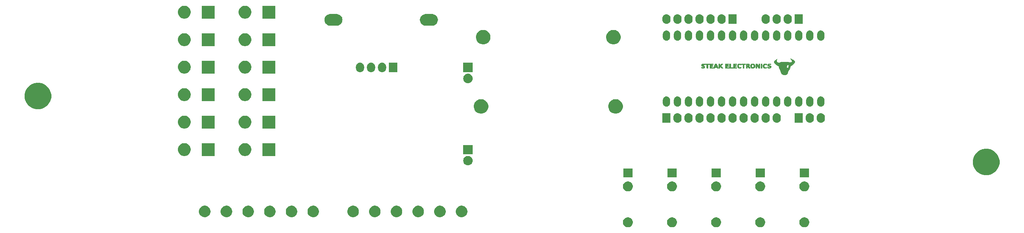
<source format=gts>
G04 #@! TF.GenerationSoftware,KiCad,Pcbnew,5.0.0-rc2*
G04 #@! TF.CreationDate,2019-08-13T00:47:33-04:00*
G04 #@! TF.ProjectId,pcb,7063622E6B696361645F706362000000,rev?*
G04 #@! TF.SameCoordinates,Original*
G04 #@! TF.FileFunction,Soldermask,Top*
G04 #@! TF.FilePolarity,Negative*
%FSLAX46Y46*%
G04 Gerber Fmt 4.6, Leading zero omitted, Abs format (unit mm)*
G04 Created by KiCad (PCBNEW 5.0.0-rc2) date Tue Aug 13 00:47:33 2019*
%MOMM*%
%LPD*%
G01*
G04 APERTURE LIST*
%ADD10C,0.010000*%
%ADD11C,0.100000*%
G04 APERTURE END LIST*
D10*
G04 #@! TO.C,STKLOGO1*
G36*
X201299186Y-45939617D02*
X201407996Y-45999627D01*
X201505801Y-46060364D01*
X201637933Y-46137225D01*
X201745390Y-46187533D01*
X201788912Y-46198910D01*
X201872483Y-46226948D01*
X201990649Y-46296534D01*
X202110784Y-46385873D01*
X202200262Y-46473168D01*
X202201168Y-46474305D01*
X202241430Y-46569250D01*
X202258895Y-46696579D01*
X202215872Y-46847203D01*
X202084376Y-47022651D01*
X201864782Y-47222519D01*
X201558341Y-47445819D01*
X201404820Y-47551266D01*
X201308626Y-47631979D01*
X201250405Y-47714707D01*
X201210802Y-47826202D01*
X201174300Y-47976636D01*
X201109947Y-48197163D01*
X201018755Y-48388594D01*
X200882499Y-48585068D01*
X200787950Y-48700369D01*
X200717241Y-48818906D01*
X200652020Y-48984225D01*
X200608117Y-49151324D01*
X200598514Y-49238916D01*
X200557279Y-49361944D01*
X200450608Y-49488404D01*
X200301838Y-49596225D01*
X200155452Y-49657935D01*
X199886503Y-49703110D01*
X199633945Y-49676024D01*
X199512546Y-49639319D01*
X199331919Y-49548155D01*
X199201097Y-49411694D01*
X199107135Y-49212761D01*
X199058599Y-49037037D01*
X198962464Y-48745982D01*
X198820863Y-48477361D01*
X198818362Y-48473579D01*
X198745697Y-48346897D01*
X200162314Y-48346897D01*
X200212228Y-48354169D01*
X200297636Y-48356246D01*
X200407158Y-48353312D01*
X200447191Y-48345080D01*
X200425271Y-48336946D01*
X200298575Y-48328630D01*
X200194362Y-48336316D01*
X200162314Y-48346897D01*
X198745697Y-48346897D01*
X198703372Y-48273111D01*
X198697294Y-48254533D01*
X200254678Y-48254533D01*
X200304592Y-48261805D01*
X200390000Y-48263883D01*
X200499521Y-48260948D01*
X200539554Y-48252717D01*
X200517635Y-48244582D01*
X200390939Y-48236267D01*
X200286726Y-48243952D01*
X200254678Y-48254533D01*
X198697294Y-48254533D01*
X198667076Y-48162169D01*
X200347042Y-48162169D01*
X200396956Y-48169442D01*
X200482364Y-48171519D01*
X200591885Y-48168584D01*
X200631918Y-48160353D01*
X200609999Y-48152219D01*
X200483303Y-48143903D01*
X200379090Y-48151588D01*
X200347042Y-48162169D01*
X198667076Y-48162169D01*
X198642094Y-48085810D01*
X198636760Y-48048908D01*
X200320727Y-48048908D01*
X200360350Y-48078960D01*
X200456905Y-48091197D01*
X200576916Y-48086728D01*
X200686913Y-48066663D01*
X200751208Y-48034637D01*
X200789977Y-47953508D01*
X200817495Y-47825220D01*
X200821001Y-47792182D01*
X200847903Y-47643838D01*
X200894122Y-47518589D01*
X200902884Y-47503546D01*
X200939424Y-47438260D01*
X200925648Y-47408356D01*
X200844656Y-47400026D01*
X200775701Y-47399637D01*
X200589150Y-47425203D01*
X200473040Y-47507168D01*
X200419208Y-47653429D01*
X200413091Y-47750433D01*
X200403192Y-47878651D01*
X200378363Y-47963630D01*
X200366909Y-47976910D01*
X200322489Y-48035951D01*
X200320727Y-48048908D01*
X198636760Y-48048908D01*
X198623697Y-47958548D01*
X198606040Y-47809680D01*
X198575029Y-47721278D01*
X198509759Y-47661753D01*
X198389322Y-47599517D01*
X198384564Y-47597243D01*
X198163515Y-47468868D01*
X197952079Y-47305587D01*
X197765421Y-47123606D01*
X197618703Y-46939130D01*
X197527089Y-46768364D01*
X197503636Y-46655766D01*
X197517572Y-46579422D01*
X197568355Y-46499183D01*
X197669450Y-46398863D01*
X197824444Y-46270149D01*
X198001657Y-46132709D01*
X198122283Y-46047704D01*
X198182728Y-46017067D01*
X198179399Y-46042726D01*
X198125334Y-46108487D01*
X198066215Y-46232466D01*
X198051176Y-46399547D01*
X198079891Y-46571842D01*
X198130268Y-46682186D01*
X198217002Y-46769179D01*
X198343944Y-46850951D01*
X198370832Y-46863920D01*
X198483747Y-46908771D01*
X198572456Y-46917285D01*
X198681287Y-46889517D01*
X198750816Y-46864387D01*
X198930882Y-46806056D01*
X199130182Y-46753658D01*
X199189273Y-46740851D01*
X199365076Y-46716509D01*
X199588722Y-46701472D01*
X199841719Y-46695176D01*
X200105578Y-46697057D01*
X200361808Y-46706550D01*
X200591918Y-46723090D01*
X200777419Y-46746112D01*
X200899820Y-46775051D01*
X200934449Y-46794159D01*
X201032095Y-46837287D01*
X201177650Y-46845380D01*
X201334752Y-46821207D01*
X201467039Y-46767538D01*
X201489406Y-46751887D01*
X201603330Y-46635069D01*
X201643300Y-46513464D01*
X201607600Y-46375595D01*
X201494513Y-46209984D01*
X201391167Y-46095000D01*
X201292942Y-45986648D01*
X201261558Y-45935073D01*
X201299186Y-45939617D01*
X201299186Y-45939617D01*
G37*
X201299186Y-45939617D02*
X201407996Y-45999627D01*
X201505801Y-46060364D01*
X201637933Y-46137225D01*
X201745390Y-46187533D01*
X201788912Y-46198910D01*
X201872483Y-46226948D01*
X201990649Y-46296534D01*
X202110784Y-46385873D01*
X202200262Y-46473168D01*
X202201168Y-46474305D01*
X202241430Y-46569250D01*
X202258895Y-46696579D01*
X202215872Y-46847203D01*
X202084376Y-47022651D01*
X201864782Y-47222519D01*
X201558341Y-47445819D01*
X201404820Y-47551266D01*
X201308626Y-47631979D01*
X201250405Y-47714707D01*
X201210802Y-47826202D01*
X201174300Y-47976636D01*
X201109947Y-48197163D01*
X201018755Y-48388594D01*
X200882499Y-48585068D01*
X200787950Y-48700369D01*
X200717241Y-48818906D01*
X200652020Y-48984225D01*
X200608117Y-49151324D01*
X200598514Y-49238916D01*
X200557279Y-49361944D01*
X200450608Y-49488404D01*
X200301838Y-49596225D01*
X200155452Y-49657935D01*
X199886503Y-49703110D01*
X199633945Y-49676024D01*
X199512546Y-49639319D01*
X199331919Y-49548155D01*
X199201097Y-49411694D01*
X199107135Y-49212761D01*
X199058599Y-49037037D01*
X198962464Y-48745982D01*
X198820863Y-48477361D01*
X198818362Y-48473579D01*
X198745697Y-48346897D01*
X200162314Y-48346897D01*
X200212228Y-48354169D01*
X200297636Y-48356246D01*
X200407158Y-48353312D01*
X200447191Y-48345080D01*
X200425271Y-48336946D01*
X200298575Y-48328630D01*
X200194362Y-48336316D01*
X200162314Y-48346897D01*
X198745697Y-48346897D01*
X198703372Y-48273111D01*
X198697294Y-48254533D01*
X200254678Y-48254533D01*
X200304592Y-48261805D01*
X200390000Y-48263883D01*
X200499521Y-48260948D01*
X200539554Y-48252717D01*
X200517635Y-48244582D01*
X200390939Y-48236267D01*
X200286726Y-48243952D01*
X200254678Y-48254533D01*
X198697294Y-48254533D01*
X198667076Y-48162169D01*
X200347042Y-48162169D01*
X200396956Y-48169442D01*
X200482364Y-48171519D01*
X200591885Y-48168584D01*
X200631918Y-48160353D01*
X200609999Y-48152219D01*
X200483303Y-48143903D01*
X200379090Y-48151588D01*
X200347042Y-48162169D01*
X198667076Y-48162169D01*
X198642094Y-48085810D01*
X198636760Y-48048908D01*
X200320727Y-48048908D01*
X200360350Y-48078960D01*
X200456905Y-48091197D01*
X200576916Y-48086728D01*
X200686913Y-48066663D01*
X200751208Y-48034637D01*
X200789977Y-47953508D01*
X200817495Y-47825220D01*
X200821001Y-47792182D01*
X200847903Y-47643838D01*
X200894122Y-47518589D01*
X200902884Y-47503546D01*
X200939424Y-47438260D01*
X200925648Y-47408356D01*
X200844656Y-47400026D01*
X200775701Y-47399637D01*
X200589150Y-47425203D01*
X200473040Y-47507168D01*
X200419208Y-47653429D01*
X200413091Y-47750433D01*
X200403192Y-47878651D01*
X200378363Y-47963630D01*
X200366909Y-47976910D01*
X200322489Y-48035951D01*
X200320727Y-48048908D01*
X198636760Y-48048908D01*
X198623697Y-47958548D01*
X198606040Y-47809680D01*
X198575029Y-47721278D01*
X198509759Y-47661753D01*
X198389322Y-47599517D01*
X198384564Y-47597243D01*
X198163515Y-47468868D01*
X197952079Y-47305587D01*
X197765421Y-47123606D01*
X197618703Y-46939130D01*
X197527089Y-46768364D01*
X197503636Y-46655766D01*
X197517572Y-46579422D01*
X197568355Y-46499183D01*
X197669450Y-46398863D01*
X197824444Y-46270149D01*
X198001657Y-46132709D01*
X198122283Y-46047704D01*
X198182728Y-46017067D01*
X198179399Y-46042726D01*
X198125334Y-46108487D01*
X198066215Y-46232466D01*
X198051176Y-46399547D01*
X198079891Y-46571842D01*
X198130268Y-46682186D01*
X198217002Y-46769179D01*
X198343944Y-46850951D01*
X198370832Y-46863920D01*
X198483747Y-46908771D01*
X198572456Y-46917285D01*
X198681287Y-46889517D01*
X198750816Y-46864387D01*
X198930882Y-46806056D01*
X199130182Y-46753658D01*
X199189273Y-46740851D01*
X199365076Y-46716509D01*
X199588722Y-46701472D01*
X199841719Y-46695176D01*
X200105578Y-46697057D01*
X200361808Y-46706550D01*
X200591918Y-46723090D01*
X200777419Y-46746112D01*
X200899820Y-46775051D01*
X200934449Y-46794159D01*
X201032095Y-46837287D01*
X201177650Y-46845380D01*
X201334752Y-46821207D01*
X201467039Y-46767538D01*
X201489406Y-46751887D01*
X201603330Y-46635069D01*
X201643300Y-46513464D01*
X201607600Y-46375595D01*
X201494513Y-46209984D01*
X201391167Y-46095000D01*
X201292942Y-45986648D01*
X201261558Y-45935073D01*
X201299186Y-45939617D01*
G36*
X181341796Y-47124146D02*
X181430598Y-47135246D01*
X181469100Y-47165291D01*
X181478335Y-47223730D01*
X181478546Y-47255900D01*
X181472946Y-47336138D01*
X181439894Y-47374322D01*
X181355003Y-47384570D01*
X181259182Y-47382900D01*
X181108886Y-47389239D01*
X181029598Y-47414024D01*
X181027685Y-47449945D01*
X181109512Y-47489691D01*
X181155273Y-47502230D01*
X181341171Y-47555635D01*
X181452891Y-47615746D01*
X181508114Y-47698897D01*
X181524521Y-47821423D01*
X181524727Y-47843549D01*
X181510695Y-47990266D01*
X181460088Y-48081237D01*
X181422088Y-48112836D01*
X181306993Y-48156154D01*
X181139103Y-48177716D01*
X180955959Y-48175024D01*
X180820455Y-48152893D01*
X180754306Y-48091002D01*
X180739636Y-47997757D01*
X180747184Y-47905866D01*
X180787332Y-47886399D01*
X180858097Y-47908780D01*
X180996625Y-47942947D01*
X181115484Y-47953819D01*
X181215835Y-47931177D01*
X181243906Y-47878123D01*
X181203257Y-47816960D01*
X181097450Y-47769992D01*
X181085721Y-47767401D01*
X180901475Y-47714845D01*
X180793481Y-47641089D01*
X180745857Y-47531454D01*
X180739636Y-47447492D01*
X180756703Y-47293657D01*
X180817439Y-47195326D01*
X180936147Y-47141984D01*
X181127131Y-47123115D01*
X181181662Y-47122546D01*
X181341796Y-47124146D01*
X181341796Y-47124146D01*
G37*
X181341796Y-47124146D02*
X181430598Y-47135246D01*
X181469100Y-47165291D01*
X181478335Y-47223730D01*
X181478546Y-47255900D01*
X181472946Y-47336138D01*
X181439894Y-47374322D01*
X181355003Y-47384570D01*
X181259182Y-47382900D01*
X181108886Y-47389239D01*
X181029598Y-47414024D01*
X181027685Y-47449945D01*
X181109512Y-47489691D01*
X181155273Y-47502230D01*
X181341171Y-47555635D01*
X181452891Y-47615746D01*
X181508114Y-47698897D01*
X181524521Y-47821423D01*
X181524727Y-47843549D01*
X181510695Y-47990266D01*
X181460088Y-48081237D01*
X181422088Y-48112836D01*
X181306993Y-48156154D01*
X181139103Y-48177716D01*
X180955959Y-48175024D01*
X180820455Y-48152893D01*
X180754306Y-48091002D01*
X180739636Y-47997757D01*
X180747184Y-47905866D01*
X180787332Y-47886399D01*
X180858097Y-47908780D01*
X180996625Y-47942947D01*
X181115484Y-47953819D01*
X181215835Y-47931177D01*
X181243906Y-47878123D01*
X181203257Y-47816960D01*
X181097450Y-47769992D01*
X181085721Y-47767401D01*
X180901475Y-47714845D01*
X180793481Y-47641089D01*
X180745857Y-47531454D01*
X180739636Y-47447492D01*
X180756703Y-47293657D01*
X180817439Y-47195326D01*
X180936147Y-47141984D01*
X181127131Y-47123115D01*
X181181662Y-47122546D01*
X181341796Y-47124146D01*
G36*
X182586909Y-47238000D02*
X182574833Y-47316078D01*
X182520488Y-47348041D01*
X182425273Y-47353455D01*
X182263636Y-47353455D01*
X182263636Y-48184728D01*
X182132788Y-48184728D01*
X182027020Y-48174837D01*
X181971152Y-48153940D01*
X181957000Y-48096444D01*
X181946279Y-47970356D01*
X181940750Y-47799433D01*
X181940364Y-47738303D01*
X181940364Y-47353455D01*
X181778727Y-47353455D01*
X181669419Y-47344829D01*
X181624671Y-47306012D01*
X181617091Y-47238000D01*
X181617091Y-47122546D01*
X182586909Y-47122546D01*
X182586909Y-47238000D01*
X182586909Y-47238000D01*
G37*
X182586909Y-47238000D02*
X182574833Y-47316078D01*
X182520488Y-47348041D01*
X182425273Y-47353455D01*
X182263636Y-47353455D01*
X182263636Y-48184728D01*
X182132788Y-48184728D01*
X182027020Y-48174837D01*
X181971152Y-48153940D01*
X181957000Y-48096444D01*
X181946279Y-47970356D01*
X181940750Y-47799433D01*
X181940364Y-47738303D01*
X181940364Y-47353455D01*
X181778727Y-47353455D01*
X181669419Y-47344829D01*
X181624671Y-47306012D01*
X181617091Y-47238000D01*
X181617091Y-47122546D01*
X182586909Y-47122546D01*
X182586909Y-47238000D01*
G36*
X183231962Y-47123776D02*
X183341679Y-47131393D01*
X183396723Y-47151286D01*
X183415940Y-47189343D01*
X183418182Y-47238000D01*
X183409568Y-47309245D01*
X183367229Y-47343000D01*
X183266417Y-47353014D01*
X183210364Y-47353455D01*
X183071427Y-47363211D01*
X183009220Y-47395440D01*
X183002546Y-47420072D01*
X183043088Y-47470565D01*
X183167970Y-47498245D01*
X183198818Y-47500891D01*
X183322991Y-47516150D01*
X183379970Y-47548967D01*
X183394918Y-47615963D01*
X183395091Y-47630546D01*
X183384423Y-47704361D01*
X183335643Y-47741407D01*
X183223587Y-47758307D01*
X183198818Y-47760201D01*
X183071587Y-47777669D01*
X183013871Y-47813526D01*
X183002546Y-47864110D01*
X183015529Y-47918050D01*
X183069454Y-47944942D01*
X183186786Y-47953513D01*
X183233455Y-47953819D01*
X183370497Y-47957562D01*
X183438864Y-47976665D01*
X183462176Y-48022939D01*
X183464364Y-48069273D01*
X183460760Y-48125182D01*
X183437756Y-48159303D01*
X183377066Y-48177015D01*
X183260404Y-48183697D01*
X183071818Y-48184728D01*
X182679273Y-48184728D01*
X182679273Y-47122546D01*
X183048727Y-47122546D01*
X183231962Y-47123776D01*
X183231962Y-47123776D01*
G37*
X183231962Y-47123776D02*
X183341679Y-47131393D01*
X183396723Y-47151286D01*
X183415940Y-47189343D01*
X183418182Y-47238000D01*
X183409568Y-47309245D01*
X183367229Y-47343000D01*
X183266417Y-47353014D01*
X183210364Y-47353455D01*
X183071427Y-47363211D01*
X183009220Y-47395440D01*
X183002546Y-47420072D01*
X183043088Y-47470565D01*
X183167970Y-47498245D01*
X183198818Y-47500891D01*
X183322991Y-47516150D01*
X183379970Y-47548967D01*
X183394918Y-47615963D01*
X183395091Y-47630546D01*
X183384423Y-47704361D01*
X183335643Y-47741407D01*
X183223587Y-47758307D01*
X183198818Y-47760201D01*
X183071587Y-47777669D01*
X183013871Y-47813526D01*
X183002546Y-47864110D01*
X183015529Y-47918050D01*
X183069454Y-47944942D01*
X183186786Y-47953513D01*
X183233455Y-47953819D01*
X183370497Y-47957562D01*
X183438864Y-47976665D01*
X183462176Y-48022939D01*
X183464364Y-48069273D01*
X183460760Y-48125182D01*
X183437756Y-48159303D01*
X183377066Y-48177015D01*
X183260404Y-48183697D01*
X183071818Y-48184728D01*
X182679273Y-48184728D01*
X182679273Y-47122546D01*
X183048727Y-47122546D01*
X183231962Y-47123776D01*
G36*
X184185688Y-47133493D02*
X184251661Y-47179709D01*
X184285403Y-47249546D01*
X184326752Y-47361690D01*
X184385241Y-47521233D01*
X184433610Y-47653637D01*
X184494109Y-47818062D01*
X184547755Y-47961364D01*
X184576786Y-48036810D01*
X184610878Y-48133702D01*
X184595740Y-48175072D01*
X184513131Y-48184562D01*
X184462659Y-48184728D01*
X184344110Y-48168661D01*
X184288587Y-48111916D01*
X184282255Y-48092364D01*
X184246420Y-48031257D01*
X184164244Y-48004401D01*
X184064727Y-48000000D01*
X183934313Y-48009484D01*
X183868698Y-48045380D01*
X183847199Y-48092364D01*
X183802344Y-48159958D01*
X183700060Y-48184007D01*
X183666796Y-48184728D01*
X183562039Y-48180578D01*
X183511403Y-48170419D01*
X183510546Y-48168744D01*
X183514807Y-48151579D01*
X183530109Y-48105763D01*
X183560229Y-48020832D01*
X183608944Y-47886322D01*
X183680032Y-47691769D01*
X183687366Y-47671776D01*
X183979373Y-47671776D01*
X183992547Y-47745162D01*
X184069668Y-47769091D01*
X184140037Y-47749819D01*
X184138941Y-47696041D01*
X184112411Y-47583132D01*
X184109440Y-47545951D01*
X184100762Y-47499014D01*
X184066363Y-47525139D01*
X184040168Y-47558554D01*
X183979373Y-47671776D01*
X183687366Y-47671776D01*
X183777270Y-47426710D01*
X183842360Y-47249546D01*
X183888858Y-47163773D01*
X183965213Y-47128260D01*
X184063642Y-47122546D01*
X184185688Y-47133493D01*
X184185688Y-47133493D01*
G37*
X184185688Y-47133493D02*
X184251661Y-47179709D01*
X184285403Y-47249546D01*
X184326752Y-47361690D01*
X184385241Y-47521233D01*
X184433610Y-47653637D01*
X184494109Y-47818062D01*
X184547755Y-47961364D01*
X184576786Y-48036810D01*
X184610878Y-48133702D01*
X184595740Y-48175072D01*
X184513131Y-48184562D01*
X184462659Y-48184728D01*
X184344110Y-48168661D01*
X184288587Y-48111916D01*
X184282255Y-48092364D01*
X184246420Y-48031257D01*
X184164244Y-48004401D01*
X184064727Y-48000000D01*
X183934313Y-48009484D01*
X183868698Y-48045380D01*
X183847199Y-48092364D01*
X183802344Y-48159958D01*
X183700060Y-48184007D01*
X183666796Y-48184728D01*
X183562039Y-48180578D01*
X183511403Y-48170419D01*
X183510546Y-48168744D01*
X183514807Y-48151579D01*
X183530109Y-48105763D01*
X183560229Y-48020832D01*
X183608944Y-47886322D01*
X183680032Y-47691769D01*
X183687366Y-47671776D01*
X183979373Y-47671776D01*
X183992547Y-47745162D01*
X184069668Y-47769091D01*
X184140037Y-47749819D01*
X184138941Y-47696041D01*
X184112411Y-47583132D01*
X184109440Y-47545951D01*
X184100762Y-47499014D01*
X184066363Y-47525139D01*
X184040168Y-47558554D01*
X183979373Y-47671776D01*
X183687366Y-47671776D01*
X183777270Y-47426710D01*
X183842360Y-47249546D01*
X183888858Y-47163773D01*
X183965213Y-47128260D01*
X184063642Y-47122546D01*
X184185688Y-47133493D01*
G36*
X184937182Y-47132127D02*
X184979231Y-47178917D01*
X184996641Y-47289989D01*
X184997121Y-47295728D01*
X185011455Y-47468910D01*
X185172771Y-47295728D01*
X185290549Y-47185251D01*
X185395664Y-47133896D01*
X185507589Y-47122546D01*
X185619102Y-47128688D01*
X185678229Y-47143917D01*
X185681091Y-47148635D01*
X185650455Y-47191515D01*
X185570027Y-47279208D01*
X185457028Y-47392966D01*
X185453735Y-47396176D01*
X185226379Y-47617628D01*
X185476826Y-47864964D01*
X185596549Y-47987635D01*
X185685109Y-48086826D01*
X185726182Y-48144056D01*
X185727273Y-48148514D01*
X185686481Y-48171898D01*
X185585466Y-48184183D01*
X185555839Y-48184728D01*
X185438938Y-48170913D01*
X185333308Y-48118523D01*
X185207739Y-48011141D01*
X185186384Y-47990385D01*
X184988364Y-47796042D01*
X184988364Y-47990385D01*
X184983571Y-48112781D01*
X184956902Y-48168743D01*
X184889915Y-48184135D01*
X184849818Y-48184728D01*
X184711273Y-48184728D01*
X184711273Y-47122546D01*
X184847030Y-47122546D01*
X184937182Y-47132127D01*
X184937182Y-47132127D01*
G37*
X184937182Y-47132127D02*
X184979231Y-47178917D01*
X184996641Y-47289989D01*
X184997121Y-47295728D01*
X185011455Y-47468910D01*
X185172771Y-47295728D01*
X185290549Y-47185251D01*
X185395664Y-47133896D01*
X185507589Y-47122546D01*
X185619102Y-47128688D01*
X185678229Y-47143917D01*
X185681091Y-47148635D01*
X185650455Y-47191515D01*
X185570027Y-47279208D01*
X185457028Y-47392966D01*
X185453735Y-47396176D01*
X185226379Y-47617628D01*
X185476826Y-47864964D01*
X185596549Y-47987635D01*
X185685109Y-48086826D01*
X185726182Y-48144056D01*
X185727273Y-48148514D01*
X185686481Y-48171898D01*
X185585466Y-48184183D01*
X185555839Y-48184728D01*
X185438938Y-48170913D01*
X185333308Y-48118523D01*
X185207739Y-48011141D01*
X185186384Y-47990385D01*
X184988364Y-47796042D01*
X184988364Y-47990385D01*
X184983571Y-48112781D01*
X184956902Y-48168743D01*
X184889915Y-48184135D01*
X184849818Y-48184728D01*
X184711273Y-48184728D01*
X184711273Y-47122546D01*
X184847030Y-47122546D01*
X184937182Y-47132127D01*
G36*
X186834143Y-47123776D02*
X186943860Y-47131393D01*
X186998905Y-47151286D01*
X187018122Y-47189343D01*
X187020364Y-47238000D01*
X187011750Y-47309245D01*
X186969411Y-47343000D01*
X186868599Y-47353014D01*
X186812546Y-47353455D01*
X186675570Y-47362521D01*
X186613177Y-47393346D01*
X186604727Y-47422728D01*
X186635231Y-47470895D01*
X186736347Y-47490743D01*
X186789455Y-47492000D01*
X186907903Y-47497471D01*
X186960559Y-47527119D01*
X186973890Y-47600796D01*
X186974182Y-47630546D01*
X186966887Y-47719382D01*
X186927357Y-47758874D01*
X186829121Y-47768873D01*
X186789455Y-47769091D01*
X186668599Y-47776837D01*
X186615186Y-47808143D01*
X186604727Y-47861455D01*
X186616884Y-47916855D01*
X186668486Y-47944485D01*
X186782227Y-47953423D01*
X186835636Y-47953819D01*
X186972679Y-47957562D01*
X187041046Y-47976665D01*
X187064358Y-48022939D01*
X187066546Y-48069273D01*
X187062941Y-48125182D01*
X187039938Y-48159303D01*
X186979248Y-48177015D01*
X186862586Y-48183697D01*
X186674000Y-48184728D01*
X186281455Y-48184728D01*
X186281455Y-47122546D01*
X186650909Y-47122546D01*
X186834143Y-47123776D01*
X186834143Y-47123776D01*
G37*
X186834143Y-47123776D02*
X186943860Y-47131393D01*
X186998905Y-47151286D01*
X187018122Y-47189343D01*
X187020364Y-47238000D01*
X187011750Y-47309245D01*
X186969411Y-47343000D01*
X186868599Y-47353014D01*
X186812546Y-47353455D01*
X186675570Y-47362521D01*
X186613177Y-47393346D01*
X186604727Y-47422728D01*
X186635231Y-47470895D01*
X186736347Y-47490743D01*
X186789455Y-47492000D01*
X186907903Y-47497471D01*
X186960559Y-47527119D01*
X186973890Y-47600796D01*
X186974182Y-47630546D01*
X186966887Y-47719382D01*
X186927357Y-47758874D01*
X186829121Y-47768873D01*
X186789455Y-47769091D01*
X186668599Y-47776837D01*
X186615186Y-47808143D01*
X186604727Y-47861455D01*
X186616884Y-47916855D01*
X186668486Y-47944485D01*
X186782227Y-47953423D01*
X186835636Y-47953819D01*
X186972679Y-47957562D01*
X187041046Y-47976665D01*
X187064358Y-48022939D01*
X187066546Y-48069273D01*
X187062941Y-48125182D01*
X187039938Y-48159303D01*
X186979248Y-48177015D01*
X186862586Y-48183697D01*
X186674000Y-48184728D01*
X186281455Y-48184728D01*
X186281455Y-47122546D01*
X186650909Y-47122546D01*
X186834143Y-47123776D01*
G36*
X187528364Y-47953819D02*
X187759273Y-47953819D01*
X187896315Y-47957562D01*
X187964682Y-47976665D01*
X187987994Y-48022939D01*
X187990182Y-48069273D01*
X187986578Y-48125182D01*
X187963574Y-48159303D01*
X187902885Y-48177015D01*
X187786222Y-48183697D01*
X187597636Y-48184728D01*
X187205091Y-48184728D01*
X187205091Y-47122546D01*
X187528364Y-47122546D01*
X187528364Y-47953819D01*
X187528364Y-47953819D01*
G37*
X187528364Y-47953819D02*
X187759273Y-47953819D01*
X187896315Y-47957562D01*
X187964682Y-47976665D01*
X187987994Y-48022939D01*
X187990182Y-48069273D01*
X187986578Y-48125182D01*
X187963574Y-48159303D01*
X187902885Y-48177015D01*
X187786222Y-48183697D01*
X187597636Y-48184728D01*
X187205091Y-48184728D01*
X187205091Y-47122546D01*
X187528364Y-47122546D01*
X187528364Y-47953819D01*
G36*
X188681416Y-47123776D02*
X188791133Y-47131393D01*
X188846178Y-47151286D01*
X188865395Y-47189343D01*
X188867636Y-47238000D01*
X188860150Y-47306522D01*
X188821943Y-47340705D01*
X188729397Y-47352361D01*
X188636727Y-47353455D01*
X188496284Y-47359221D01*
X188426465Y-47381509D01*
X188405975Y-47427803D01*
X188405818Y-47434606D01*
X188420701Y-47484199D01*
X188480456Y-47503546D01*
X188607748Y-47499691D01*
X188613636Y-47499228D01*
X188741165Y-47492369D01*
X188801674Y-47508882D01*
X188820150Y-47563998D01*
X188821455Y-47625896D01*
X188815808Y-47713924D01*
X188782142Y-47755614D01*
X188695363Y-47768256D01*
X188613636Y-47769091D01*
X188483767Y-47775135D01*
X188422355Y-47800229D01*
X188405898Y-47854820D01*
X188405818Y-47861455D01*
X188417975Y-47916855D01*
X188469577Y-47944485D01*
X188583318Y-47953423D01*
X188636727Y-47953819D01*
X188773770Y-47957562D01*
X188842137Y-47976665D01*
X188865449Y-48022939D01*
X188867636Y-48069273D01*
X188863699Y-48126534D01*
X188839325Y-48160820D01*
X188775668Y-48178022D01*
X188653884Y-48184027D01*
X188498182Y-48184728D01*
X188128727Y-48184728D01*
X188128727Y-47122546D01*
X188498182Y-47122546D01*
X188681416Y-47123776D01*
X188681416Y-47123776D01*
G37*
X188681416Y-47123776D02*
X188791133Y-47131393D01*
X188846178Y-47151286D01*
X188865395Y-47189343D01*
X188867636Y-47238000D01*
X188860150Y-47306522D01*
X188821943Y-47340705D01*
X188729397Y-47352361D01*
X188636727Y-47353455D01*
X188496284Y-47359221D01*
X188426465Y-47381509D01*
X188405975Y-47427803D01*
X188405818Y-47434606D01*
X188420701Y-47484199D01*
X188480456Y-47503546D01*
X188607748Y-47499691D01*
X188613636Y-47499228D01*
X188741165Y-47492369D01*
X188801674Y-47508882D01*
X188820150Y-47563998D01*
X188821455Y-47625896D01*
X188815808Y-47713924D01*
X188782142Y-47755614D01*
X188695363Y-47768256D01*
X188613636Y-47769091D01*
X188483767Y-47775135D01*
X188422355Y-47800229D01*
X188405898Y-47854820D01*
X188405818Y-47861455D01*
X188417975Y-47916855D01*
X188469577Y-47944485D01*
X188583318Y-47953423D01*
X188636727Y-47953819D01*
X188773770Y-47957562D01*
X188842137Y-47976665D01*
X188865449Y-48022939D01*
X188867636Y-48069273D01*
X188863699Y-48126534D01*
X188839325Y-48160820D01*
X188775668Y-48178022D01*
X188653884Y-48184027D01*
X188498182Y-48184728D01*
X188128727Y-48184728D01*
X188128727Y-47122546D01*
X188498182Y-47122546D01*
X188681416Y-47123776D01*
G36*
X189578956Y-47132071D02*
X189734357Y-47142010D01*
X189820211Y-47160287D01*
X189859288Y-47198171D01*
X189874359Y-47266935D01*
X189875772Y-47278990D01*
X189877184Y-47370416D01*
X189843582Y-47391372D01*
X189813754Y-47382702D01*
X189652097Y-47330486D01*
X189540266Y-47326705D01*
X189447774Y-47374180D01*
X189395891Y-47421366D01*
X189312727Y-47525265D01*
X189292734Y-47627243D01*
X189301342Y-47691334D01*
X189366925Y-47862007D01*
X189482200Y-47954994D01*
X189646249Y-47969871D01*
X189810073Y-47925984D01*
X189865987Y-47927426D01*
X189883526Y-48002056D01*
X189883636Y-48013209D01*
X189857494Y-48111574D01*
X189810587Y-48156696D01*
X189656179Y-48183462D01*
X189468946Y-48173238D01*
X189298883Y-48129918D01*
X189264555Y-48114188D01*
X189123243Y-48018930D01*
X189043445Y-47899833D01*
X189010777Y-47730209D01*
X189007651Y-47637529D01*
X189013677Y-47482645D01*
X189043883Y-47380515D01*
X189112989Y-47292015D01*
X189151775Y-47254508D01*
X189242773Y-47178272D01*
X189328543Y-47139474D01*
X189443871Y-47128145D01*
X189578956Y-47132071D01*
X189578956Y-47132071D01*
G37*
X189578956Y-47132071D02*
X189734357Y-47142010D01*
X189820211Y-47160287D01*
X189859288Y-47198171D01*
X189874359Y-47266935D01*
X189875772Y-47278990D01*
X189877184Y-47370416D01*
X189843582Y-47391372D01*
X189813754Y-47382702D01*
X189652097Y-47330486D01*
X189540266Y-47326705D01*
X189447774Y-47374180D01*
X189395891Y-47421366D01*
X189312727Y-47525265D01*
X189292734Y-47627243D01*
X189301342Y-47691334D01*
X189366925Y-47862007D01*
X189482200Y-47954994D01*
X189646249Y-47969871D01*
X189810073Y-47925984D01*
X189865987Y-47927426D01*
X189883526Y-48002056D01*
X189883636Y-48013209D01*
X189857494Y-48111574D01*
X189810587Y-48156696D01*
X189656179Y-48183462D01*
X189468946Y-48173238D01*
X189298883Y-48129918D01*
X189264555Y-48114188D01*
X189123243Y-48018930D01*
X189043445Y-47899833D01*
X189010777Y-47730209D01*
X189007651Y-47637529D01*
X189013677Y-47482645D01*
X189043883Y-47380515D01*
X189112989Y-47292015D01*
X189151775Y-47254508D01*
X189242773Y-47178272D01*
X189328543Y-47139474D01*
X189443871Y-47128145D01*
X189578956Y-47132071D01*
G36*
X190426273Y-47132529D02*
X190645797Y-47139533D01*
X190789069Y-47148938D01*
X190872193Y-47164165D01*
X190911274Y-47188636D01*
X190922419Y-47225772D01*
X190922727Y-47238000D01*
X190902853Y-47302498D01*
X190827772Y-47334930D01*
X190749546Y-47344697D01*
X190576364Y-47359031D01*
X190576364Y-48184728D01*
X190299273Y-48184728D01*
X190299273Y-47353455D01*
X190114546Y-47353455D01*
X189995591Y-47347222D01*
X189942716Y-47317536D01*
X189929900Y-47247912D01*
X189929818Y-47236438D01*
X189929818Y-47119421D01*
X190426273Y-47132529D01*
X190426273Y-47132529D01*
G37*
X190426273Y-47132529D02*
X190645797Y-47139533D01*
X190789069Y-47148938D01*
X190872193Y-47164165D01*
X190911274Y-47188636D01*
X190922419Y-47225772D01*
X190922727Y-47238000D01*
X190902853Y-47302498D01*
X190827772Y-47334930D01*
X190749546Y-47344697D01*
X190576364Y-47359031D01*
X190576364Y-48184728D01*
X190299273Y-48184728D01*
X190299273Y-47353455D01*
X190114546Y-47353455D01*
X189995591Y-47347222D01*
X189942716Y-47317536D01*
X189929900Y-47247912D01*
X189929818Y-47236438D01*
X189929818Y-47119421D01*
X190426273Y-47132529D01*
G36*
X191531644Y-47125909D02*
X191640090Y-47141302D01*
X191710616Y-47176682D01*
X191770402Y-47240005D01*
X191773739Y-47244228D01*
X191839817Y-47344040D01*
X191869347Y-47419896D01*
X191869455Y-47422728D01*
X191842826Y-47495804D01*
X191778280Y-47595391D01*
X191773739Y-47601227D01*
X191721559Y-47681825D01*
X191717589Y-47721920D01*
X191722471Y-47722910D01*
X191760653Y-47760144D01*
X191819966Y-47851928D01*
X191884090Y-47968379D01*
X191936705Y-48079617D01*
X191961489Y-48155761D01*
X191961818Y-48161133D01*
X191921264Y-48176959D01*
X191822006Y-48184600D01*
X191805785Y-48184728D01*
X191688938Y-48169429D01*
X191621016Y-48105473D01*
X191590734Y-48042249D01*
X191511857Y-47894976D01*
X191424042Y-47797168D01*
X191358156Y-47769091D01*
X191332580Y-47810375D01*
X191317239Y-47914824D01*
X191315273Y-47976910D01*
X191311257Y-48104700D01*
X191288068Y-48165226D01*
X191228995Y-48183553D01*
X191176727Y-48184728D01*
X191038182Y-48184728D01*
X191038182Y-47468910D01*
X191315273Y-47468910D01*
X191342824Y-47561632D01*
X191410578Y-47580512D01*
X191496182Y-47519664D01*
X191498321Y-47517114D01*
X191530820Y-47430383D01*
X191483531Y-47369286D01*
X191404911Y-47353455D01*
X191334205Y-47381991D01*
X191315273Y-47468910D01*
X191038182Y-47468910D01*
X191038182Y-47122546D01*
X191358103Y-47122546D01*
X191531644Y-47125909D01*
X191531644Y-47125909D01*
G37*
X191531644Y-47125909D02*
X191640090Y-47141302D01*
X191710616Y-47176682D01*
X191770402Y-47240005D01*
X191773739Y-47244228D01*
X191839817Y-47344040D01*
X191869347Y-47419896D01*
X191869455Y-47422728D01*
X191842826Y-47495804D01*
X191778280Y-47595391D01*
X191773739Y-47601227D01*
X191721559Y-47681825D01*
X191717589Y-47721920D01*
X191722471Y-47722910D01*
X191760653Y-47760144D01*
X191819966Y-47851928D01*
X191884090Y-47968379D01*
X191936705Y-48079617D01*
X191961489Y-48155761D01*
X191961818Y-48161133D01*
X191921264Y-48176959D01*
X191822006Y-48184600D01*
X191805785Y-48184728D01*
X191688938Y-48169429D01*
X191621016Y-48105473D01*
X191590734Y-48042249D01*
X191511857Y-47894976D01*
X191424042Y-47797168D01*
X191358156Y-47769091D01*
X191332580Y-47810375D01*
X191317239Y-47914824D01*
X191315273Y-47976910D01*
X191311257Y-48104700D01*
X191288068Y-48165226D01*
X191228995Y-48183553D01*
X191176727Y-48184728D01*
X191038182Y-48184728D01*
X191038182Y-47468910D01*
X191315273Y-47468910D01*
X191342824Y-47561632D01*
X191410578Y-47580512D01*
X191496182Y-47519664D01*
X191498321Y-47517114D01*
X191530820Y-47430383D01*
X191483531Y-47369286D01*
X191404911Y-47353455D01*
X191334205Y-47381991D01*
X191315273Y-47468910D01*
X191038182Y-47468910D01*
X191038182Y-47122546D01*
X191358103Y-47122546D01*
X191531644Y-47125909D01*
G36*
X192728439Y-47129752D02*
X192836705Y-47158818D01*
X192924238Y-47220915D01*
X192947308Y-47243176D01*
X193056627Y-47407053D01*
X193104676Y-47600489D01*
X193093131Y-47797731D01*
X193023669Y-47973026D01*
X192897965Y-48100618D01*
X192891247Y-48104687D01*
X192720062Y-48164530D01*
X192514208Y-48179192D01*
X192320970Y-48146085D01*
X192296928Y-48137215D01*
X192162851Y-48037998D01*
X192066907Y-47880801D01*
X192019172Y-47695642D01*
X192022880Y-47631288D01*
X192327656Y-47631288D01*
X192350907Y-47797551D01*
X192380523Y-47867188D01*
X192463315Y-47939186D01*
X192578985Y-47950245D01*
X192695594Y-47905225D01*
X192781203Y-47808989D01*
X192782668Y-47805974D01*
X192819006Y-47637792D01*
X192776249Y-47480384D01*
X192671964Y-47368583D01*
X192584258Y-47322832D01*
X192511563Y-47333801D01*
X192446727Y-47372299D01*
X192361053Y-47478646D01*
X192327656Y-47631288D01*
X192022880Y-47631288D01*
X192029723Y-47512538D01*
X192059953Y-47431237D01*
X192168305Y-47261168D01*
X192292916Y-47165289D01*
X192462157Y-47126223D01*
X192563934Y-47122546D01*
X192728439Y-47129752D01*
X192728439Y-47129752D01*
G37*
X192728439Y-47129752D02*
X192836705Y-47158818D01*
X192924238Y-47220915D01*
X192947308Y-47243176D01*
X193056627Y-47407053D01*
X193104676Y-47600489D01*
X193093131Y-47797731D01*
X193023669Y-47973026D01*
X192897965Y-48100618D01*
X192891247Y-48104687D01*
X192720062Y-48164530D01*
X192514208Y-48179192D01*
X192320970Y-48146085D01*
X192296928Y-48137215D01*
X192162851Y-48037998D01*
X192066907Y-47880801D01*
X192019172Y-47695642D01*
X192022880Y-47631288D01*
X192327656Y-47631288D01*
X192350907Y-47797551D01*
X192380523Y-47867188D01*
X192463315Y-47939186D01*
X192578985Y-47950245D01*
X192695594Y-47905225D01*
X192781203Y-47808989D01*
X192782668Y-47805974D01*
X192819006Y-47637792D01*
X192776249Y-47480384D01*
X192671964Y-47368583D01*
X192584258Y-47322832D01*
X192511563Y-47333801D01*
X192446727Y-47372299D01*
X192361053Y-47478646D01*
X192327656Y-47631288D01*
X192022880Y-47631288D01*
X192029723Y-47512538D01*
X192059953Y-47431237D01*
X192168305Y-47261168D01*
X192292916Y-47165289D01*
X192462157Y-47126223D01*
X192563934Y-47122546D01*
X192728439Y-47129752D01*
G36*
X193532472Y-47129293D02*
X193594257Y-47161184D01*
X193654678Y-47235695D01*
X193731393Y-47370298D01*
X193763396Y-47431080D01*
X193924546Y-47739614D01*
X193938201Y-47431080D01*
X193947019Y-47267130D01*
X193961861Y-47174855D01*
X193992749Y-47133654D01*
X194049705Y-47122923D01*
X194088292Y-47122546D01*
X194224727Y-47122546D01*
X194224727Y-48190303D01*
X194058939Y-48175970D01*
X193971376Y-48162146D01*
X193905217Y-48126707D01*
X193842316Y-48051643D01*
X193764525Y-47918947D01*
X193724120Y-47843717D01*
X193555091Y-47525798D01*
X193541522Y-47855263D01*
X193532597Y-48026239D01*
X193518322Y-48124773D01*
X193491028Y-48170757D01*
X193443049Y-48184084D01*
X193414522Y-48184728D01*
X193301091Y-48184728D01*
X193301091Y-47122546D01*
X193451669Y-47122546D01*
X193532472Y-47129293D01*
X193532472Y-47129293D01*
G37*
X193532472Y-47129293D02*
X193594257Y-47161184D01*
X193654678Y-47235695D01*
X193731393Y-47370298D01*
X193763396Y-47431080D01*
X193924546Y-47739614D01*
X193938201Y-47431080D01*
X193947019Y-47267130D01*
X193961861Y-47174855D01*
X193992749Y-47133654D01*
X194049705Y-47122923D01*
X194088292Y-47122546D01*
X194224727Y-47122546D01*
X194224727Y-48190303D01*
X194058939Y-48175970D01*
X193971376Y-48162146D01*
X193905217Y-48126707D01*
X193842316Y-48051643D01*
X193764525Y-47918947D01*
X193724120Y-47843717D01*
X193555091Y-47525798D01*
X193541522Y-47855263D01*
X193532597Y-48026239D01*
X193518322Y-48124773D01*
X193491028Y-48170757D01*
X193443049Y-48184084D01*
X193414522Y-48184728D01*
X193301091Y-48184728D01*
X193301091Y-47122546D01*
X193451669Y-47122546D01*
X193532472Y-47129293D01*
G36*
X194732727Y-48184728D02*
X194601879Y-48184728D01*
X194500630Y-48178715D01*
X194451788Y-48165671D01*
X194445279Y-48114609D01*
X194442347Y-47990727D01*
X194443167Y-47813506D01*
X194446972Y-47634580D01*
X194461398Y-47122546D01*
X194732727Y-47122546D01*
X194732727Y-48184728D01*
X194732727Y-48184728D01*
G37*
X194732727Y-48184728D02*
X194601879Y-48184728D01*
X194500630Y-48178715D01*
X194451788Y-48165671D01*
X194445279Y-48114609D01*
X194442347Y-47990727D01*
X194443167Y-47813506D01*
X194446972Y-47634580D01*
X194461398Y-47122546D01*
X194732727Y-47122546D01*
X194732727Y-48184728D01*
G36*
X195609286Y-47130271D02*
X195725069Y-47158269D01*
X195781533Y-47213772D01*
X195794909Y-47292235D01*
X195782919Y-47372521D01*
X195729315Y-47381389D01*
X195691000Y-47369596D01*
X195491686Y-47332199D01*
X195336501Y-47368897D01*
X195234507Y-47474407D01*
X195194764Y-47643444D01*
X195194546Y-47659165D01*
X195229977Y-47813829D01*
X195321603Y-47927135D01*
X195447424Y-47983169D01*
X195585440Y-47966014D01*
X195605401Y-47956377D01*
X195720017Y-47911812D01*
X195779707Y-47936039D01*
X195794909Y-48017705D01*
X195760436Y-48118285D01*
X195691000Y-48155620D01*
X195499643Y-48181872D01*
X195301148Y-48170245D01*
X195148364Y-48125955D01*
X195053784Y-48047651D01*
X194964361Y-47925676D01*
X194947328Y-47893719D01*
X194887399Y-47676798D01*
X194917284Y-47466480D01*
X195034691Y-47276270D01*
X195055844Y-47254143D01*
X195157722Y-47170177D01*
X195268209Y-47131465D01*
X195418125Y-47122546D01*
X195609286Y-47130271D01*
X195609286Y-47130271D01*
G37*
X195609286Y-47130271D02*
X195725069Y-47158269D01*
X195781533Y-47213772D01*
X195794909Y-47292235D01*
X195782919Y-47372521D01*
X195729315Y-47381389D01*
X195691000Y-47369596D01*
X195491686Y-47332199D01*
X195336501Y-47368897D01*
X195234507Y-47474407D01*
X195194764Y-47643444D01*
X195194546Y-47659165D01*
X195229977Y-47813829D01*
X195321603Y-47927135D01*
X195447424Y-47983169D01*
X195585440Y-47966014D01*
X195605401Y-47956377D01*
X195720017Y-47911812D01*
X195779707Y-47936039D01*
X195794909Y-48017705D01*
X195760436Y-48118285D01*
X195691000Y-48155620D01*
X195499643Y-48181872D01*
X195301148Y-48170245D01*
X195148364Y-48125955D01*
X195053784Y-48047651D01*
X194964361Y-47925676D01*
X194947328Y-47893719D01*
X194887399Y-47676798D01*
X194917284Y-47466480D01*
X195034691Y-47276270D01*
X195055844Y-47254143D01*
X195157722Y-47170177D01*
X195268209Y-47131465D01*
X195418125Y-47122546D01*
X195609286Y-47130271D01*
G36*
X196601457Y-47135065D02*
X196715637Y-47172149D01*
X196758911Y-47239057D01*
X196756052Y-47289716D01*
X196709764Y-47355496D01*
X196647599Y-47356683D01*
X196463596Y-47332325D01*
X196332097Y-47347661D01*
X196268689Y-47400570D01*
X196266549Y-47408549D01*
X196282414Y-47468801D01*
X196370041Y-47507811D01*
X196415886Y-47517674D01*
X196613334Y-47583692D01*
X196744151Y-47687398D01*
X196801787Y-47815920D01*
X196779694Y-47956381D01*
X196697554Y-48071372D01*
X196551291Y-48156541D01*
X196340636Y-48181897D01*
X196083546Y-48152136D01*
X196005528Y-48112784D01*
X195980069Y-48018767D01*
X195979636Y-47996169D01*
X195979636Y-47860215D01*
X196152282Y-47932351D01*
X196304479Y-47975729D01*
X196430840Y-47975974D01*
X196510295Y-47936419D01*
X196525097Y-47873367D01*
X196468647Y-47808537D01*
X196338354Y-47760581D01*
X196328071Y-47758366D01*
X196129836Y-47688336D01*
X196014018Y-47577402D01*
X195979636Y-47438661D01*
X196017011Y-47280224D01*
X196128630Y-47176251D01*
X196313731Y-47127304D01*
X196406818Y-47123253D01*
X196601457Y-47135065D01*
X196601457Y-47135065D01*
G37*
X196601457Y-47135065D02*
X196715637Y-47172149D01*
X196758911Y-47239057D01*
X196756052Y-47289716D01*
X196709764Y-47355496D01*
X196647599Y-47356683D01*
X196463596Y-47332325D01*
X196332097Y-47347661D01*
X196268689Y-47400570D01*
X196266549Y-47408549D01*
X196282414Y-47468801D01*
X196370041Y-47507811D01*
X196415886Y-47517674D01*
X196613334Y-47583692D01*
X196744151Y-47687398D01*
X196801787Y-47815920D01*
X196779694Y-47956381D01*
X196697554Y-48071372D01*
X196551291Y-48156541D01*
X196340636Y-48181897D01*
X196083546Y-48152136D01*
X196005528Y-48112784D01*
X195980069Y-48018767D01*
X195979636Y-47996169D01*
X195979636Y-47860215D01*
X196152282Y-47932351D01*
X196304479Y-47975729D01*
X196430840Y-47975974D01*
X196510295Y-47936419D01*
X196525097Y-47873367D01*
X196468647Y-47808537D01*
X196338354Y-47760581D01*
X196328071Y-47758366D01*
X196129836Y-47688336D01*
X196014018Y-47577402D01*
X195979636Y-47438661D01*
X196017011Y-47280224D01*
X196128630Y-47176251D01*
X196313731Y-47127304D01*
X196406818Y-47123253D01*
X196601457Y-47135065D01*
D11*
G36*
X204802877Y-82692655D02*
X205010559Y-82778680D01*
X205010561Y-82778681D01*
X205197473Y-82903572D01*
X205356428Y-83062527D01*
X205481319Y-83249439D01*
X205567345Y-83457124D01*
X205611200Y-83677602D01*
X205611200Y-83902398D01*
X205567345Y-84122876D01*
X205481319Y-84330561D01*
X205356428Y-84517473D01*
X205197473Y-84676428D01*
X205010561Y-84801319D01*
X205010560Y-84801320D01*
X205010559Y-84801320D01*
X204802877Y-84887345D01*
X204582399Y-84931200D01*
X204357601Y-84931200D01*
X204137123Y-84887345D01*
X203929441Y-84801320D01*
X203929440Y-84801320D01*
X203929439Y-84801319D01*
X203742527Y-84676428D01*
X203583572Y-84517473D01*
X203458681Y-84330561D01*
X203372655Y-84122876D01*
X203328800Y-83902398D01*
X203328800Y-83677602D01*
X203372655Y-83457124D01*
X203458681Y-83249439D01*
X203583572Y-83062527D01*
X203742527Y-82903572D01*
X203929439Y-82778681D01*
X203929441Y-82778680D01*
X204137123Y-82692655D01*
X204357601Y-82648800D01*
X204582399Y-82648800D01*
X204802877Y-82692655D01*
X204802877Y-82692655D01*
G37*
G36*
X164162877Y-82692655D02*
X164370559Y-82778680D01*
X164370561Y-82778681D01*
X164557473Y-82903572D01*
X164716428Y-83062527D01*
X164841319Y-83249439D01*
X164927345Y-83457124D01*
X164971200Y-83677602D01*
X164971200Y-83902398D01*
X164927345Y-84122876D01*
X164841319Y-84330561D01*
X164716428Y-84517473D01*
X164557473Y-84676428D01*
X164370561Y-84801319D01*
X164370560Y-84801320D01*
X164370559Y-84801320D01*
X164162877Y-84887345D01*
X163942399Y-84931200D01*
X163717601Y-84931200D01*
X163497123Y-84887345D01*
X163289441Y-84801320D01*
X163289440Y-84801320D01*
X163289439Y-84801319D01*
X163102527Y-84676428D01*
X162943572Y-84517473D01*
X162818681Y-84330561D01*
X162732655Y-84122876D01*
X162688800Y-83902398D01*
X162688800Y-83677602D01*
X162732655Y-83457124D01*
X162818681Y-83249439D01*
X162943572Y-83062527D01*
X163102527Y-82903572D01*
X163289439Y-82778681D01*
X163289441Y-82778680D01*
X163497123Y-82692655D01*
X163717601Y-82648800D01*
X163942399Y-82648800D01*
X164162877Y-82692655D01*
X164162877Y-82692655D01*
G37*
G36*
X174322877Y-82692655D02*
X174530559Y-82778680D01*
X174530561Y-82778681D01*
X174717473Y-82903572D01*
X174876428Y-83062527D01*
X175001319Y-83249439D01*
X175087345Y-83457124D01*
X175131200Y-83677602D01*
X175131200Y-83902398D01*
X175087345Y-84122876D01*
X175001319Y-84330561D01*
X174876428Y-84517473D01*
X174717473Y-84676428D01*
X174530561Y-84801319D01*
X174530560Y-84801320D01*
X174530559Y-84801320D01*
X174322877Y-84887345D01*
X174102399Y-84931200D01*
X173877601Y-84931200D01*
X173657123Y-84887345D01*
X173449441Y-84801320D01*
X173449440Y-84801320D01*
X173449439Y-84801319D01*
X173262527Y-84676428D01*
X173103572Y-84517473D01*
X172978681Y-84330561D01*
X172892655Y-84122876D01*
X172848800Y-83902398D01*
X172848800Y-83677602D01*
X172892655Y-83457124D01*
X172978681Y-83249439D01*
X173103572Y-83062527D01*
X173262527Y-82903572D01*
X173449439Y-82778681D01*
X173449441Y-82778680D01*
X173657123Y-82692655D01*
X173877601Y-82648800D01*
X174102399Y-82648800D01*
X174322877Y-82692655D01*
X174322877Y-82692655D01*
G37*
G36*
X184482877Y-82692655D02*
X184690559Y-82778680D01*
X184690561Y-82778681D01*
X184877473Y-82903572D01*
X185036428Y-83062527D01*
X185161319Y-83249439D01*
X185247345Y-83457124D01*
X185291200Y-83677602D01*
X185291200Y-83902398D01*
X185247345Y-84122876D01*
X185161319Y-84330561D01*
X185036428Y-84517473D01*
X184877473Y-84676428D01*
X184690561Y-84801319D01*
X184690560Y-84801320D01*
X184690559Y-84801320D01*
X184482877Y-84887345D01*
X184262399Y-84931200D01*
X184037601Y-84931200D01*
X183817123Y-84887345D01*
X183609441Y-84801320D01*
X183609440Y-84801320D01*
X183609439Y-84801319D01*
X183422527Y-84676428D01*
X183263572Y-84517473D01*
X183138681Y-84330561D01*
X183052655Y-84122876D01*
X183008800Y-83902398D01*
X183008800Y-83677602D01*
X183052655Y-83457124D01*
X183138681Y-83249439D01*
X183263572Y-83062527D01*
X183422527Y-82903572D01*
X183609439Y-82778681D01*
X183609441Y-82778680D01*
X183817123Y-82692655D01*
X184037601Y-82648800D01*
X184262399Y-82648800D01*
X184482877Y-82692655D01*
X184482877Y-82692655D01*
G37*
G36*
X194642877Y-82692655D02*
X194850559Y-82778680D01*
X194850561Y-82778681D01*
X195037473Y-82903572D01*
X195196428Y-83062527D01*
X195321319Y-83249439D01*
X195407345Y-83457124D01*
X195451200Y-83677602D01*
X195451200Y-83902398D01*
X195407345Y-84122876D01*
X195321319Y-84330561D01*
X195196428Y-84517473D01*
X195037473Y-84676428D01*
X194850561Y-84801319D01*
X194850560Y-84801320D01*
X194850559Y-84801320D01*
X194642877Y-84887345D01*
X194422399Y-84931200D01*
X194197601Y-84931200D01*
X193977123Y-84887345D01*
X193769441Y-84801320D01*
X193769440Y-84801320D01*
X193769439Y-84801319D01*
X193582527Y-84676428D01*
X193423572Y-84517473D01*
X193298681Y-84330561D01*
X193212655Y-84122876D01*
X193168800Y-83902398D01*
X193168800Y-83677602D01*
X193212655Y-83457124D01*
X193298681Y-83249439D01*
X193423572Y-83062527D01*
X193582527Y-82903572D01*
X193769439Y-82778681D01*
X193769441Y-82778680D01*
X193977123Y-82692655D01*
X194197601Y-82648800D01*
X194422399Y-82648800D01*
X194642877Y-82692655D01*
X194642877Y-82692655D01*
G37*
G36*
X125916840Y-80004765D02*
X126158189Y-80104735D01*
X126375405Y-80249874D01*
X126560126Y-80434595D01*
X126705265Y-80651811D01*
X126805235Y-80893160D01*
X126856200Y-81149381D01*
X126856200Y-81410619D01*
X126805235Y-81666840D01*
X126705265Y-81908189D01*
X126560126Y-82125405D01*
X126375405Y-82310126D01*
X126158189Y-82455265D01*
X125916840Y-82555235D01*
X125660619Y-82606200D01*
X125399381Y-82606200D01*
X125143160Y-82555235D01*
X124901811Y-82455265D01*
X124684595Y-82310126D01*
X124499874Y-82125405D01*
X124354735Y-81908189D01*
X124254765Y-81666840D01*
X124203800Y-81410619D01*
X124203800Y-81149381D01*
X124254765Y-80893160D01*
X124354735Y-80651811D01*
X124499874Y-80434595D01*
X124684595Y-80249874D01*
X124901811Y-80104735D01*
X125143160Y-80004765D01*
X125399381Y-79953800D01*
X125660619Y-79953800D01*
X125916840Y-80004765D01*
X125916840Y-80004765D01*
G37*
G36*
X120916840Y-80004765D02*
X121158189Y-80104735D01*
X121375405Y-80249874D01*
X121560126Y-80434595D01*
X121705265Y-80651811D01*
X121805235Y-80893160D01*
X121856200Y-81149381D01*
X121856200Y-81410619D01*
X121805235Y-81666840D01*
X121705265Y-81908189D01*
X121560126Y-82125405D01*
X121375405Y-82310126D01*
X121158189Y-82455265D01*
X120916840Y-82555235D01*
X120660619Y-82606200D01*
X120399381Y-82606200D01*
X120143160Y-82555235D01*
X119901811Y-82455265D01*
X119684595Y-82310126D01*
X119499874Y-82125405D01*
X119354735Y-81908189D01*
X119254765Y-81666840D01*
X119203800Y-81410619D01*
X119203800Y-81149381D01*
X119254765Y-80893160D01*
X119354735Y-80651811D01*
X119499874Y-80434595D01*
X119684595Y-80249874D01*
X119901811Y-80104735D01*
X120143160Y-80004765D01*
X120399381Y-79953800D01*
X120660619Y-79953800D01*
X120916840Y-80004765D01*
X120916840Y-80004765D01*
G37*
G36*
X115916840Y-80004765D02*
X116158189Y-80104735D01*
X116375405Y-80249874D01*
X116560126Y-80434595D01*
X116705265Y-80651811D01*
X116805235Y-80893160D01*
X116856200Y-81149381D01*
X116856200Y-81410619D01*
X116805235Y-81666840D01*
X116705265Y-81908189D01*
X116560126Y-82125405D01*
X116375405Y-82310126D01*
X116158189Y-82455265D01*
X115916840Y-82555235D01*
X115660619Y-82606200D01*
X115399381Y-82606200D01*
X115143160Y-82555235D01*
X114901811Y-82455265D01*
X114684595Y-82310126D01*
X114499874Y-82125405D01*
X114354735Y-81908189D01*
X114254765Y-81666840D01*
X114203800Y-81410619D01*
X114203800Y-81149381D01*
X114254765Y-80893160D01*
X114354735Y-80651811D01*
X114499874Y-80434595D01*
X114684595Y-80249874D01*
X114901811Y-80104735D01*
X115143160Y-80004765D01*
X115399381Y-79953800D01*
X115660619Y-79953800D01*
X115916840Y-80004765D01*
X115916840Y-80004765D01*
G37*
G36*
X105916840Y-80004765D02*
X106158189Y-80104735D01*
X106375405Y-80249874D01*
X106560126Y-80434595D01*
X106705265Y-80651811D01*
X106805235Y-80893160D01*
X106856200Y-81149381D01*
X106856200Y-81410619D01*
X106805235Y-81666840D01*
X106705265Y-81908189D01*
X106560126Y-82125405D01*
X106375405Y-82310126D01*
X106158189Y-82455265D01*
X105916840Y-82555235D01*
X105660619Y-82606200D01*
X105399381Y-82606200D01*
X105143160Y-82555235D01*
X104901811Y-82455265D01*
X104684595Y-82310126D01*
X104499874Y-82125405D01*
X104354735Y-81908189D01*
X104254765Y-81666840D01*
X104203800Y-81410619D01*
X104203800Y-81149381D01*
X104254765Y-80893160D01*
X104354735Y-80651811D01*
X104499874Y-80434595D01*
X104684595Y-80249874D01*
X104901811Y-80104735D01*
X105143160Y-80004765D01*
X105399381Y-79953800D01*
X105660619Y-79953800D01*
X105916840Y-80004765D01*
X105916840Y-80004765D01*
G37*
G36*
X100916840Y-80004765D02*
X101158189Y-80104735D01*
X101375405Y-80249874D01*
X101560126Y-80434595D01*
X101705265Y-80651811D01*
X101805235Y-80893160D01*
X101856200Y-81149381D01*
X101856200Y-81410619D01*
X101805235Y-81666840D01*
X101705265Y-81908189D01*
X101560126Y-82125405D01*
X101375405Y-82310126D01*
X101158189Y-82455265D01*
X100916840Y-82555235D01*
X100660619Y-82606200D01*
X100399381Y-82606200D01*
X100143160Y-82555235D01*
X99901811Y-82455265D01*
X99684595Y-82310126D01*
X99499874Y-82125405D01*
X99354735Y-81908189D01*
X99254765Y-81666840D01*
X99203800Y-81410619D01*
X99203800Y-81149381D01*
X99254765Y-80893160D01*
X99354735Y-80651811D01*
X99499874Y-80434595D01*
X99684595Y-80249874D01*
X99901811Y-80104735D01*
X100143160Y-80004765D01*
X100399381Y-79953800D01*
X100660619Y-79953800D01*
X100916840Y-80004765D01*
X100916840Y-80004765D01*
G37*
G36*
X66746840Y-80004765D02*
X66988189Y-80104735D01*
X67205405Y-80249874D01*
X67390126Y-80434595D01*
X67535265Y-80651811D01*
X67635235Y-80893160D01*
X67686200Y-81149381D01*
X67686200Y-81410619D01*
X67635235Y-81666840D01*
X67535265Y-81908189D01*
X67390126Y-82125405D01*
X67205405Y-82310126D01*
X66988189Y-82455265D01*
X66746840Y-82555235D01*
X66490619Y-82606200D01*
X66229381Y-82606200D01*
X65973160Y-82555235D01*
X65731811Y-82455265D01*
X65514595Y-82310126D01*
X65329874Y-82125405D01*
X65184735Y-81908189D01*
X65084765Y-81666840D01*
X65033800Y-81410619D01*
X65033800Y-81149381D01*
X65084765Y-80893160D01*
X65184735Y-80651811D01*
X65329874Y-80434595D01*
X65514595Y-80249874D01*
X65731811Y-80104735D01*
X65973160Y-80004765D01*
X66229381Y-79953800D01*
X66490619Y-79953800D01*
X66746840Y-80004765D01*
X66746840Y-80004765D01*
G37*
G36*
X76746840Y-80004765D02*
X76988189Y-80104735D01*
X77205405Y-80249874D01*
X77390126Y-80434595D01*
X77535265Y-80651811D01*
X77635235Y-80893160D01*
X77686200Y-81149381D01*
X77686200Y-81410619D01*
X77635235Y-81666840D01*
X77535265Y-81908189D01*
X77390126Y-82125405D01*
X77205405Y-82310126D01*
X76988189Y-82455265D01*
X76746840Y-82555235D01*
X76490619Y-82606200D01*
X76229381Y-82606200D01*
X75973160Y-82555235D01*
X75731811Y-82455265D01*
X75514595Y-82310126D01*
X75329874Y-82125405D01*
X75184735Y-81908189D01*
X75084765Y-81666840D01*
X75033800Y-81410619D01*
X75033800Y-81149381D01*
X75084765Y-80893160D01*
X75184735Y-80651811D01*
X75329874Y-80434595D01*
X75514595Y-80249874D01*
X75731811Y-80104735D01*
X75973160Y-80004765D01*
X76229381Y-79953800D01*
X76490619Y-79953800D01*
X76746840Y-80004765D01*
X76746840Y-80004765D01*
G37*
G36*
X81746840Y-80004765D02*
X81988189Y-80104735D01*
X82205405Y-80249874D01*
X82390126Y-80434595D01*
X82535265Y-80651811D01*
X82635235Y-80893160D01*
X82686200Y-81149381D01*
X82686200Y-81410619D01*
X82635235Y-81666840D01*
X82535265Y-81908189D01*
X82390126Y-82125405D01*
X82205405Y-82310126D01*
X81988189Y-82455265D01*
X81746840Y-82555235D01*
X81490619Y-82606200D01*
X81229381Y-82606200D01*
X80973160Y-82555235D01*
X80731811Y-82455265D01*
X80514595Y-82310126D01*
X80329874Y-82125405D01*
X80184735Y-81908189D01*
X80084765Y-81666840D01*
X80033800Y-81410619D01*
X80033800Y-81149381D01*
X80084765Y-80893160D01*
X80184735Y-80651811D01*
X80329874Y-80434595D01*
X80514595Y-80249874D01*
X80731811Y-80104735D01*
X80973160Y-80004765D01*
X81229381Y-79953800D01*
X81490619Y-79953800D01*
X81746840Y-80004765D01*
X81746840Y-80004765D01*
G37*
G36*
X91746840Y-80004765D02*
X91988189Y-80104735D01*
X92205405Y-80249874D01*
X92390126Y-80434595D01*
X92535265Y-80651811D01*
X92635235Y-80893160D01*
X92686200Y-81149381D01*
X92686200Y-81410619D01*
X92635235Y-81666840D01*
X92535265Y-81908189D01*
X92390126Y-82125405D01*
X92205405Y-82310126D01*
X91988189Y-82455265D01*
X91746840Y-82555235D01*
X91490619Y-82606200D01*
X91229381Y-82606200D01*
X90973160Y-82555235D01*
X90731811Y-82455265D01*
X90514595Y-82310126D01*
X90329874Y-82125405D01*
X90184735Y-81908189D01*
X90084765Y-81666840D01*
X90033800Y-81410619D01*
X90033800Y-81149381D01*
X90084765Y-80893160D01*
X90184735Y-80651811D01*
X90329874Y-80434595D01*
X90514595Y-80249874D01*
X90731811Y-80104735D01*
X90973160Y-80004765D01*
X91229381Y-79953800D01*
X91490619Y-79953800D01*
X91746840Y-80004765D01*
X91746840Y-80004765D01*
G37*
G36*
X86746840Y-80004765D02*
X86988189Y-80104735D01*
X87205405Y-80249874D01*
X87390126Y-80434595D01*
X87535265Y-80651811D01*
X87635235Y-80893160D01*
X87686200Y-81149381D01*
X87686200Y-81410619D01*
X87635235Y-81666840D01*
X87535265Y-81908189D01*
X87390126Y-82125405D01*
X87205405Y-82310126D01*
X86988189Y-82455265D01*
X86746840Y-82555235D01*
X86490619Y-82606200D01*
X86229381Y-82606200D01*
X85973160Y-82555235D01*
X85731811Y-82455265D01*
X85514595Y-82310126D01*
X85329874Y-82125405D01*
X85184735Y-81908189D01*
X85084765Y-81666840D01*
X85033800Y-81410619D01*
X85033800Y-81149381D01*
X85084765Y-80893160D01*
X85184735Y-80651811D01*
X85329874Y-80434595D01*
X85514595Y-80249874D01*
X85731811Y-80104735D01*
X85973160Y-80004765D01*
X86229381Y-79953800D01*
X86490619Y-79953800D01*
X86746840Y-80004765D01*
X86746840Y-80004765D01*
G37*
G36*
X110916840Y-80004765D02*
X111158189Y-80104735D01*
X111375405Y-80249874D01*
X111560126Y-80434595D01*
X111705265Y-80651811D01*
X111805235Y-80893160D01*
X111856200Y-81149381D01*
X111856200Y-81410619D01*
X111805235Y-81666840D01*
X111705265Y-81908189D01*
X111560126Y-82125405D01*
X111375405Y-82310126D01*
X111158189Y-82455265D01*
X110916840Y-82555235D01*
X110660619Y-82606200D01*
X110399381Y-82606200D01*
X110143160Y-82555235D01*
X109901811Y-82455265D01*
X109684595Y-82310126D01*
X109499874Y-82125405D01*
X109354735Y-81908189D01*
X109254765Y-81666840D01*
X109203800Y-81410619D01*
X109203800Y-81149381D01*
X109254765Y-80893160D01*
X109354735Y-80651811D01*
X109499874Y-80434595D01*
X109684595Y-80249874D01*
X109901811Y-80104735D01*
X110143160Y-80004765D01*
X110399381Y-79953800D01*
X110660619Y-79953800D01*
X110916840Y-80004765D01*
X110916840Y-80004765D01*
G37*
G36*
X71746840Y-80004765D02*
X71988189Y-80104735D01*
X72205405Y-80249874D01*
X72390126Y-80434595D01*
X72535265Y-80651811D01*
X72635235Y-80893160D01*
X72686200Y-81149381D01*
X72686200Y-81410619D01*
X72635235Y-81666840D01*
X72535265Y-81908189D01*
X72390126Y-82125405D01*
X72205405Y-82310126D01*
X71988189Y-82455265D01*
X71746840Y-82555235D01*
X71490619Y-82606200D01*
X71229381Y-82606200D01*
X70973160Y-82555235D01*
X70731811Y-82455265D01*
X70514595Y-82310126D01*
X70329874Y-82125405D01*
X70184735Y-81908189D01*
X70084765Y-81666840D01*
X70033800Y-81410619D01*
X70033800Y-81149381D01*
X70084765Y-80893160D01*
X70184735Y-80651811D01*
X70329874Y-80434595D01*
X70514595Y-80249874D01*
X70731811Y-80104735D01*
X70973160Y-80004765D01*
X71229381Y-79953800D01*
X71490619Y-79953800D01*
X71746840Y-80004765D01*
X71746840Y-80004765D01*
G37*
G36*
X164162877Y-74392655D02*
X164370559Y-74478680D01*
X164370561Y-74478681D01*
X164557473Y-74603572D01*
X164716428Y-74762527D01*
X164841319Y-74949439D01*
X164927345Y-75157124D01*
X164971200Y-75377602D01*
X164971200Y-75602398D01*
X164927345Y-75822876D01*
X164841319Y-76030561D01*
X164716428Y-76217473D01*
X164557473Y-76376428D01*
X164370561Y-76501319D01*
X164370560Y-76501320D01*
X164370559Y-76501320D01*
X164162877Y-76587345D01*
X163942399Y-76631200D01*
X163717601Y-76631200D01*
X163497123Y-76587345D01*
X163289441Y-76501320D01*
X163289440Y-76501320D01*
X163289439Y-76501319D01*
X163102527Y-76376428D01*
X162943572Y-76217473D01*
X162818681Y-76030561D01*
X162732655Y-75822876D01*
X162688800Y-75602398D01*
X162688800Y-75377602D01*
X162732655Y-75157124D01*
X162818681Y-74949439D01*
X162943572Y-74762527D01*
X163102527Y-74603572D01*
X163289439Y-74478681D01*
X163289441Y-74478680D01*
X163497123Y-74392655D01*
X163717601Y-74348800D01*
X163942399Y-74348800D01*
X164162877Y-74392655D01*
X164162877Y-74392655D01*
G37*
G36*
X174322877Y-74392655D02*
X174530559Y-74478680D01*
X174530561Y-74478681D01*
X174717473Y-74603572D01*
X174876428Y-74762527D01*
X175001319Y-74949439D01*
X175087345Y-75157124D01*
X175131200Y-75377602D01*
X175131200Y-75602398D01*
X175087345Y-75822876D01*
X175001319Y-76030561D01*
X174876428Y-76217473D01*
X174717473Y-76376428D01*
X174530561Y-76501319D01*
X174530560Y-76501320D01*
X174530559Y-76501320D01*
X174322877Y-76587345D01*
X174102399Y-76631200D01*
X173877601Y-76631200D01*
X173657123Y-76587345D01*
X173449441Y-76501320D01*
X173449440Y-76501320D01*
X173449439Y-76501319D01*
X173262527Y-76376428D01*
X173103572Y-76217473D01*
X172978681Y-76030561D01*
X172892655Y-75822876D01*
X172848800Y-75602398D01*
X172848800Y-75377602D01*
X172892655Y-75157124D01*
X172978681Y-74949439D01*
X173103572Y-74762527D01*
X173262527Y-74603572D01*
X173449439Y-74478681D01*
X173449441Y-74478680D01*
X173657123Y-74392655D01*
X173877601Y-74348800D01*
X174102399Y-74348800D01*
X174322877Y-74392655D01*
X174322877Y-74392655D01*
G37*
G36*
X204802877Y-74392655D02*
X205010559Y-74478680D01*
X205010561Y-74478681D01*
X205197473Y-74603572D01*
X205356428Y-74762527D01*
X205481319Y-74949439D01*
X205567345Y-75157124D01*
X205611200Y-75377602D01*
X205611200Y-75602398D01*
X205567345Y-75822876D01*
X205481319Y-76030561D01*
X205356428Y-76217473D01*
X205197473Y-76376428D01*
X205010561Y-76501319D01*
X205010560Y-76501320D01*
X205010559Y-76501320D01*
X204802877Y-76587345D01*
X204582399Y-76631200D01*
X204357601Y-76631200D01*
X204137123Y-76587345D01*
X203929441Y-76501320D01*
X203929440Y-76501320D01*
X203929439Y-76501319D01*
X203742527Y-76376428D01*
X203583572Y-76217473D01*
X203458681Y-76030561D01*
X203372655Y-75822876D01*
X203328800Y-75602398D01*
X203328800Y-75377602D01*
X203372655Y-75157124D01*
X203458681Y-74949439D01*
X203583572Y-74762527D01*
X203742527Y-74603572D01*
X203929439Y-74478681D01*
X203929441Y-74478680D01*
X204137123Y-74392655D01*
X204357601Y-74348800D01*
X204582399Y-74348800D01*
X204802877Y-74392655D01*
X204802877Y-74392655D01*
G37*
G36*
X194642877Y-74392655D02*
X194850559Y-74478680D01*
X194850561Y-74478681D01*
X195037473Y-74603572D01*
X195196428Y-74762527D01*
X195321319Y-74949439D01*
X195407345Y-75157124D01*
X195451200Y-75377602D01*
X195451200Y-75602398D01*
X195407345Y-75822876D01*
X195321319Y-76030561D01*
X195196428Y-76217473D01*
X195037473Y-76376428D01*
X194850561Y-76501319D01*
X194850560Y-76501320D01*
X194850559Y-76501320D01*
X194642877Y-76587345D01*
X194422399Y-76631200D01*
X194197601Y-76631200D01*
X193977123Y-76587345D01*
X193769441Y-76501320D01*
X193769440Y-76501320D01*
X193769439Y-76501319D01*
X193582527Y-76376428D01*
X193423572Y-76217473D01*
X193298681Y-76030561D01*
X193212655Y-75822876D01*
X193168800Y-75602398D01*
X193168800Y-75377602D01*
X193212655Y-75157124D01*
X193298681Y-74949439D01*
X193423572Y-74762527D01*
X193582527Y-74603572D01*
X193769439Y-74478681D01*
X193769441Y-74478680D01*
X193977123Y-74392655D01*
X194197601Y-74348800D01*
X194422399Y-74348800D01*
X194642877Y-74392655D01*
X194642877Y-74392655D01*
G37*
G36*
X184482877Y-74392655D02*
X184690559Y-74478680D01*
X184690561Y-74478681D01*
X184877473Y-74603572D01*
X185036428Y-74762527D01*
X185161319Y-74949439D01*
X185247345Y-75157124D01*
X185291200Y-75377602D01*
X185291200Y-75602398D01*
X185247345Y-75822876D01*
X185161319Y-76030561D01*
X185036428Y-76217473D01*
X184877473Y-76376428D01*
X184690561Y-76501319D01*
X184690560Y-76501320D01*
X184690559Y-76501320D01*
X184482877Y-76587345D01*
X184262399Y-76631200D01*
X184037601Y-76631200D01*
X183817123Y-76587345D01*
X183609441Y-76501320D01*
X183609440Y-76501320D01*
X183609439Y-76501319D01*
X183422527Y-76376428D01*
X183263572Y-76217473D01*
X183138681Y-76030561D01*
X183052655Y-75822876D01*
X183008800Y-75602398D01*
X183008800Y-75377602D01*
X183052655Y-75157124D01*
X183138681Y-74949439D01*
X183263572Y-74762527D01*
X183422527Y-74603572D01*
X183609439Y-74478681D01*
X183609441Y-74478680D01*
X183817123Y-74392655D01*
X184037601Y-74348800D01*
X184262399Y-74348800D01*
X184482877Y-74392655D01*
X184482877Y-74392655D01*
G37*
G36*
X164871200Y-73381200D02*
X162788800Y-73381200D01*
X162788800Y-71398800D01*
X164871200Y-71398800D01*
X164871200Y-73381200D01*
X164871200Y-73381200D01*
G37*
G36*
X175031200Y-73381200D02*
X172948800Y-73381200D01*
X172948800Y-71398800D01*
X175031200Y-71398800D01*
X175031200Y-73381200D01*
X175031200Y-73381200D01*
G37*
G36*
X185191200Y-73381200D02*
X183108800Y-73381200D01*
X183108800Y-71398800D01*
X185191200Y-71398800D01*
X185191200Y-73381200D01*
X185191200Y-73381200D01*
G37*
G36*
X195351200Y-73381200D02*
X193268800Y-73381200D01*
X193268800Y-71398800D01*
X195351200Y-71398800D01*
X195351200Y-73381200D01*
X195351200Y-73381200D01*
G37*
G36*
X205511200Y-73381200D02*
X203428800Y-73381200D01*
X203428800Y-71398800D01*
X205511200Y-71398800D01*
X205511200Y-73381200D01*
X205511200Y-73381200D01*
G37*
G36*
X247277296Y-66892017D02*
X247829851Y-67120893D01*
X247837127Y-67123907D01*
X248340963Y-67460560D01*
X248769440Y-67889037D01*
X248925195Y-68122140D01*
X249106094Y-68392875D01*
X249337983Y-68952704D01*
X249456200Y-69547021D01*
X249456200Y-70152979D01*
X249337983Y-70747296D01*
X249106094Y-71307125D01*
X249106093Y-71307127D01*
X248769440Y-71810963D01*
X248340963Y-72239440D01*
X247837127Y-72576093D01*
X247837126Y-72576094D01*
X247837125Y-72576094D01*
X247277296Y-72807983D01*
X246682979Y-72926200D01*
X246077021Y-72926200D01*
X245482704Y-72807983D01*
X244922875Y-72576094D01*
X244922874Y-72576094D01*
X244922873Y-72576093D01*
X244419037Y-72239440D01*
X243990560Y-71810963D01*
X243653907Y-71307127D01*
X243653906Y-71307125D01*
X243422017Y-70747296D01*
X243303800Y-70152979D01*
X243303800Y-69547021D01*
X243422017Y-68952704D01*
X243653906Y-68392875D01*
X243834806Y-68122140D01*
X243990560Y-67889037D01*
X244419037Y-67460560D01*
X244922873Y-67123907D01*
X244930149Y-67120893D01*
X245482704Y-66892017D01*
X246077021Y-66773800D01*
X246682979Y-66773800D01*
X247277296Y-66892017D01*
X247277296Y-66892017D01*
G37*
G36*
X127214105Y-68463603D02*
X127214108Y-68463604D01*
X127214109Y-68463604D01*
X127419989Y-68526057D01*
X127588032Y-68615878D01*
X127609731Y-68627476D01*
X127776038Y-68763962D01*
X127912524Y-68930269D01*
X127912525Y-68930271D01*
X128013943Y-69120011D01*
X128013943Y-69120012D01*
X128076397Y-69325895D01*
X128097485Y-69540000D01*
X128076397Y-69754105D01*
X128076396Y-69754108D01*
X128076396Y-69754109D01*
X128013943Y-69959989D01*
X127924122Y-70128032D01*
X127912524Y-70149731D01*
X127776038Y-70316038D01*
X127609731Y-70452524D01*
X127609729Y-70452525D01*
X127419989Y-70553943D01*
X127214109Y-70616396D01*
X127214108Y-70616396D01*
X127214105Y-70616397D01*
X127053654Y-70632200D01*
X126946346Y-70632200D01*
X126785895Y-70616397D01*
X126785892Y-70616396D01*
X126785891Y-70616396D01*
X126580011Y-70553943D01*
X126390271Y-70452525D01*
X126390269Y-70452524D01*
X126223962Y-70316038D01*
X126087476Y-70149731D01*
X126075878Y-70128032D01*
X125986057Y-69959989D01*
X125923604Y-69754109D01*
X125923604Y-69754108D01*
X125923603Y-69754105D01*
X125902515Y-69540000D01*
X125923603Y-69325895D01*
X125986057Y-69120012D01*
X125986057Y-69120011D01*
X126087475Y-68930271D01*
X126087476Y-68930269D01*
X126223962Y-68763962D01*
X126390269Y-68627476D01*
X126411968Y-68615878D01*
X126580011Y-68526057D01*
X126785891Y-68463604D01*
X126785892Y-68463604D01*
X126785895Y-68463603D01*
X126946346Y-68447800D01*
X127053654Y-68447800D01*
X127214105Y-68463603D01*
X127214105Y-68463603D01*
G37*
G36*
X76060993Y-65556029D02*
X76329641Y-65667307D01*
X76329643Y-65667308D01*
X76571423Y-65828860D01*
X76777039Y-66034476D01*
X76938593Y-66276259D01*
X77049871Y-66544907D01*
X77106600Y-66830107D01*
X77106600Y-67120893D01*
X77049871Y-67406093D01*
X76938593Y-67674741D01*
X76938592Y-67674743D01*
X76777040Y-67916523D01*
X76571423Y-68122140D01*
X76329643Y-68283692D01*
X76329642Y-68283693D01*
X76329641Y-68283693D01*
X76060993Y-68394971D01*
X75775793Y-68451700D01*
X75485007Y-68451700D01*
X75199807Y-68394971D01*
X74931159Y-68283693D01*
X74931158Y-68283693D01*
X74931157Y-68283692D01*
X74689377Y-68122140D01*
X74483760Y-67916523D01*
X74322208Y-67674743D01*
X74322207Y-67674741D01*
X74210929Y-67406093D01*
X74154200Y-67120893D01*
X74154200Y-66830107D01*
X74210929Y-66544907D01*
X74322207Y-66276259D01*
X74483761Y-66034476D01*
X74689377Y-65828860D01*
X74931157Y-65667308D01*
X74931159Y-65667307D01*
X75199807Y-65556029D01*
X75485007Y-65499300D01*
X75775793Y-65499300D01*
X76060993Y-65556029D01*
X76060993Y-65556029D01*
G37*
G36*
X82606600Y-68451700D02*
X79654200Y-68451700D01*
X79654200Y-65499300D01*
X82606600Y-65499300D01*
X82606600Y-68451700D01*
X82606600Y-68451700D01*
G37*
G36*
X62090993Y-65556029D02*
X62359641Y-65667307D01*
X62359643Y-65667308D01*
X62601423Y-65828860D01*
X62807039Y-66034476D01*
X62968593Y-66276259D01*
X63079871Y-66544907D01*
X63136600Y-66830107D01*
X63136600Y-67120893D01*
X63079871Y-67406093D01*
X62968593Y-67674741D01*
X62968592Y-67674743D01*
X62807040Y-67916523D01*
X62601423Y-68122140D01*
X62359643Y-68283692D01*
X62359642Y-68283693D01*
X62359641Y-68283693D01*
X62090993Y-68394971D01*
X61805793Y-68451700D01*
X61515007Y-68451700D01*
X61229807Y-68394971D01*
X60961159Y-68283693D01*
X60961158Y-68283693D01*
X60961157Y-68283692D01*
X60719377Y-68122140D01*
X60513760Y-67916523D01*
X60352208Y-67674743D01*
X60352207Y-67674741D01*
X60240929Y-67406093D01*
X60184200Y-67120893D01*
X60184200Y-66830107D01*
X60240929Y-66544907D01*
X60352207Y-66276259D01*
X60513761Y-66034476D01*
X60719377Y-65828860D01*
X60961157Y-65667308D01*
X60961159Y-65667307D01*
X61229807Y-65556029D01*
X61515007Y-65499300D01*
X61805793Y-65499300D01*
X62090993Y-65556029D01*
X62090993Y-65556029D01*
G37*
G36*
X68636600Y-68451700D02*
X65684200Y-68451700D01*
X65684200Y-65499300D01*
X68636600Y-65499300D01*
X68636600Y-68451700D01*
X68636600Y-68451700D01*
G37*
G36*
X128092200Y-68092200D02*
X125907800Y-68092200D01*
X125907800Y-65907800D01*
X128092200Y-65907800D01*
X128092200Y-68092200D01*
X128092200Y-68092200D01*
G37*
G36*
X62090993Y-59206029D02*
X62359641Y-59317307D01*
X62359643Y-59317308D01*
X62601423Y-59478860D01*
X62807040Y-59684477D01*
X62968592Y-59926257D01*
X63079871Y-60194908D01*
X63136600Y-60480107D01*
X63136600Y-60770893D01*
X63079871Y-61056092D01*
X62968592Y-61324743D01*
X62807040Y-61566523D01*
X62601423Y-61772140D01*
X62359643Y-61933692D01*
X62359642Y-61933693D01*
X62359641Y-61933693D01*
X62090993Y-62044971D01*
X61805793Y-62101700D01*
X61515007Y-62101700D01*
X61229807Y-62044971D01*
X60961159Y-61933693D01*
X60961158Y-61933693D01*
X60961157Y-61933692D01*
X60719377Y-61772140D01*
X60513760Y-61566523D01*
X60352208Y-61324743D01*
X60240929Y-61056092D01*
X60184200Y-60770893D01*
X60184200Y-60480107D01*
X60240929Y-60194908D01*
X60352208Y-59926257D01*
X60513760Y-59684477D01*
X60719377Y-59478860D01*
X60961157Y-59317308D01*
X60961159Y-59317307D01*
X61229807Y-59206029D01*
X61515007Y-59149300D01*
X61805793Y-59149300D01*
X62090993Y-59206029D01*
X62090993Y-59206029D01*
G37*
G36*
X82606600Y-62101700D02*
X79654200Y-62101700D01*
X79654200Y-59149300D01*
X82606600Y-59149300D01*
X82606600Y-62101700D01*
X82606600Y-62101700D01*
G37*
G36*
X76060993Y-59206029D02*
X76329641Y-59317307D01*
X76329643Y-59317308D01*
X76571423Y-59478860D01*
X76777040Y-59684477D01*
X76938592Y-59926257D01*
X77049871Y-60194908D01*
X77106600Y-60480107D01*
X77106600Y-60770893D01*
X77049871Y-61056092D01*
X76938592Y-61324743D01*
X76777040Y-61566523D01*
X76571423Y-61772140D01*
X76329643Y-61933692D01*
X76329642Y-61933693D01*
X76329641Y-61933693D01*
X76060993Y-62044971D01*
X75775793Y-62101700D01*
X75485007Y-62101700D01*
X75199807Y-62044971D01*
X74931159Y-61933693D01*
X74931158Y-61933693D01*
X74931157Y-61933692D01*
X74689377Y-61772140D01*
X74483760Y-61566523D01*
X74322208Y-61324743D01*
X74210929Y-61056092D01*
X74154200Y-60770893D01*
X74154200Y-60480107D01*
X74210929Y-60194908D01*
X74322208Y-59926257D01*
X74483760Y-59684477D01*
X74689377Y-59478860D01*
X74931157Y-59317308D01*
X74931159Y-59317307D01*
X75199807Y-59206029D01*
X75485007Y-59149300D01*
X75775793Y-59149300D01*
X76060993Y-59206029D01*
X76060993Y-59206029D01*
G37*
G36*
X68636600Y-62101700D02*
X65684200Y-62101700D01*
X65684200Y-59149300D01*
X68636600Y-59149300D01*
X68636600Y-62101700D01*
X68636600Y-62101700D01*
G37*
G36*
X205924227Y-58611397D02*
X205924229Y-58611398D01*
X205924232Y-58611398D01*
X206101385Y-58665137D01*
X206254110Y-58746770D01*
X206264652Y-58752405D01*
X206407753Y-58869846D01*
X206525194Y-59012947D01*
X206525195Y-59012949D01*
X206612462Y-59176214D01*
X206666201Y-59353367D01*
X206666201Y-59353368D01*
X206666202Y-59353372D01*
X206679799Y-59491427D01*
X206679800Y-59888573D01*
X206666203Y-60026627D01*
X206666202Y-60026629D01*
X206666202Y-60026632D01*
X206612463Y-60203785D01*
X206530830Y-60356510D01*
X206525195Y-60367052D01*
X206407754Y-60510153D01*
X206264653Y-60627594D01*
X206264651Y-60627595D01*
X206101386Y-60714862D01*
X205924233Y-60768601D01*
X205924230Y-60768601D01*
X205924228Y-60768602D01*
X205740000Y-60786748D01*
X205555773Y-60768603D01*
X205555771Y-60768602D01*
X205555768Y-60768602D01*
X205378615Y-60714863D01*
X205215350Y-60627596D01*
X205215348Y-60627595D01*
X205072247Y-60510154D01*
X204954806Y-60367053D01*
X204949171Y-60356511D01*
X204867538Y-60203786D01*
X204813799Y-60026633D01*
X204813799Y-60026630D01*
X204813798Y-60026628D01*
X204800201Y-59888573D01*
X204800200Y-59491427D01*
X204813797Y-59353373D01*
X204813798Y-59353371D01*
X204813798Y-59353368D01*
X204867537Y-59176215D01*
X204954804Y-59012950D01*
X204954805Y-59012948D01*
X205072246Y-58869847D01*
X205215347Y-58752406D01*
X205225889Y-58746771D01*
X205378614Y-58665138D01*
X205555767Y-58611399D01*
X205555770Y-58611399D01*
X205555772Y-58611398D01*
X205740000Y-58593252D01*
X205924227Y-58611397D01*
X205924227Y-58611397D01*
G37*
G36*
X175444227Y-58611397D02*
X175444229Y-58611398D01*
X175444232Y-58611398D01*
X175621385Y-58665137D01*
X175774110Y-58746770D01*
X175784652Y-58752405D01*
X175927753Y-58869846D01*
X176045194Y-59012947D01*
X176045195Y-59012949D01*
X176132462Y-59176214D01*
X176186201Y-59353367D01*
X176186201Y-59353368D01*
X176186202Y-59353372D01*
X176199799Y-59491427D01*
X176199800Y-59888573D01*
X176186203Y-60026627D01*
X176186202Y-60026629D01*
X176186202Y-60026632D01*
X176132463Y-60203785D01*
X176050830Y-60356510D01*
X176045195Y-60367052D01*
X175927754Y-60510153D01*
X175784653Y-60627594D01*
X175784651Y-60627595D01*
X175621386Y-60714862D01*
X175444233Y-60768601D01*
X175444230Y-60768601D01*
X175444228Y-60768602D01*
X175260000Y-60786748D01*
X175075773Y-60768603D01*
X175075771Y-60768602D01*
X175075768Y-60768602D01*
X174898615Y-60714863D01*
X174735350Y-60627596D01*
X174735348Y-60627595D01*
X174592247Y-60510154D01*
X174474806Y-60367053D01*
X174469171Y-60356511D01*
X174387538Y-60203786D01*
X174333799Y-60026633D01*
X174333799Y-60026630D01*
X174333798Y-60026628D01*
X174320201Y-59888573D01*
X174320200Y-59491427D01*
X174333797Y-59353373D01*
X174333798Y-59353371D01*
X174333798Y-59353368D01*
X174387537Y-59176215D01*
X174474804Y-59012950D01*
X174474805Y-59012948D01*
X174592246Y-58869847D01*
X174735347Y-58752406D01*
X174745889Y-58746771D01*
X174898614Y-58665138D01*
X175075767Y-58611399D01*
X175075770Y-58611399D01*
X175075772Y-58611398D01*
X175260000Y-58593252D01*
X175444227Y-58611397D01*
X175444227Y-58611397D01*
G37*
G36*
X208464227Y-58611397D02*
X208464229Y-58611398D01*
X208464232Y-58611398D01*
X208641385Y-58665137D01*
X208794110Y-58746770D01*
X208804652Y-58752405D01*
X208947753Y-58869846D01*
X209065194Y-59012947D01*
X209065195Y-59012949D01*
X209152462Y-59176214D01*
X209206201Y-59353367D01*
X209206201Y-59353368D01*
X209206202Y-59353372D01*
X209219799Y-59491427D01*
X209219800Y-59888573D01*
X209206203Y-60026627D01*
X209206202Y-60026629D01*
X209206202Y-60026632D01*
X209152463Y-60203785D01*
X209070830Y-60356510D01*
X209065195Y-60367052D01*
X208947754Y-60510153D01*
X208804653Y-60627594D01*
X208804651Y-60627595D01*
X208641386Y-60714862D01*
X208464233Y-60768601D01*
X208464230Y-60768601D01*
X208464228Y-60768602D01*
X208280000Y-60786748D01*
X208095773Y-60768603D01*
X208095771Y-60768602D01*
X208095768Y-60768602D01*
X207918615Y-60714863D01*
X207755350Y-60627596D01*
X207755348Y-60627595D01*
X207612247Y-60510154D01*
X207494806Y-60367053D01*
X207489171Y-60356511D01*
X207407538Y-60203786D01*
X207353799Y-60026633D01*
X207353799Y-60026630D01*
X207353798Y-60026628D01*
X207340201Y-59888573D01*
X207340200Y-59491427D01*
X207353797Y-59353373D01*
X207353798Y-59353371D01*
X207353798Y-59353368D01*
X207407537Y-59176215D01*
X207494804Y-59012950D01*
X207494805Y-59012948D01*
X207612246Y-58869847D01*
X207755347Y-58752406D01*
X207765889Y-58746771D01*
X207918614Y-58665138D01*
X208095767Y-58611399D01*
X208095770Y-58611399D01*
X208095772Y-58611398D01*
X208280000Y-58593252D01*
X208464227Y-58611397D01*
X208464227Y-58611397D01*
G37*
G36*
X177984227Y-58611397D02*
X177984229Y-58611398D01*
X177984232Y-58611398D01*
X178161385Y-58665137D01*
X178314110Y-58746770D01*
X178324652Y-58752405D01*
X178467753Y-58869846D01*
X178585194Y-59012947D01*
X178585195Y-59012949D01*
X178672462Y-59176214D01*
X178726201Y-59353367D01*
X178726201Y-59353368D01*
X178726202Y-59353372D01*
X178739799Y-59491427D01*
X178739800Y-59888573D01*
X178726203Y-60026627D01*
X178726202Y-60026629D01*
X178726202Y-60026632D01*
X178672463Y-60203785D01*
X178590830Y-60356510D01*
X178585195Y-60367052D01*
X178467754Y-60510153D01*
X178324653Y-60627594D01*
X178324651Y-60627595D01*
X178161386Y-60714862D01*
X177984233Y-60768601D01*
X177984230Y-60768601D01*
X177984228Y-60768602D01*
X177800000Y-60786748D01*
X177615773Y-60768603D01*
X177615771Y-60768602D01*
X177615768Y-60768602D01*
X177438615Y-60714863D01*
X177275350Y-60627596D01*
X177275348Y-60627595D01*
X177132247Y-60510154D01*
X177014806Y-60367053D01*
X177009171Y-60356511D01*
X176927538Y-60203786D01*
X176873799Y-60026633D01*
X176873799Y-60026630D01*
X176873798Y-60026628D01*
X176860201Y-59888573D01*
X176860200Y-59491427D01*
X176873797Y-59353373D01*
X176873798Y-59353371D01*
X176873798Y-59353368D01*
X176927537Y-59176215D01*
X177014804Y-59012950D01*
X177014805Y-59012948D01*
X177132246Y-58869847D01*
X177275347Y-58752406D01*
X177285889Y-58746771D01*
X177438614Y-58665138D01*
X177615767Y-58611399D01*
X177615770Y-58611399D01*
X177615772Y-58611398D01*
X177800000Y-58593252D01*
X177984227Y-58611397D01*
X177984227Y-58611397D01*
G37*
G36*
X180524227Y-58611397D02*
X180524229Y-58611398D01*
X180524232Y-58611398D01*
X180701385Y-58665137D01*
X180854110Y-58746770D01*
X180864652Y-58752405D01*
X181007753Y-58869846D01*
X181125194Y-59012947D01*
X181125195Y-59012949D01*
X181212462Y-59176214D01*
X181266201Y-59353367D01*
X181266201Y-59353368D01*
X181266202Y-59353372D01*
X181279799Y-59491427D01*
X181279800Y-59888573D01*
X181266203Y-60026627D01*
X181266202Y-60026629D01*
X181266202Y-60026632D01*
X181212463Y-60203785D01*
X181130830Y-60356510D01*
X181125195Y-60367052D01*
X181007754Y-60510153D01*
X180864653Y-60627594D01*
X180864651Y-60627595D01*
X180701386Y-60714862D01*
X180524233Y-60768601D01*
X180524230Y-60768601D01*
X180524228Y-60768602D01*
X180340000Y-60786748D01*
X180155773Y-60768603D01*
X180155771Y-60768602D01*
X180155768Y-60768602D01*
X179978615Y-60714863D01*
X179815350Y-60627596D01*
X179815348Y-60627595D01*
X179672247Y-60510154D01*
X179554806Y-60367053D01*
X179549171Y-60356511D01*
X179467538Y-60203786D01*
X179413799Y-60026633D01*
X179413799Y-60026630D01*
X179413798Y-60026628D01*
X179400201Y-59888573D01*
X179400200Y-59491427D01*
X179413797Y-59353373D01*
X179413798Y-59353371D01*
X179413798Y-59353368D01*
X179467537Y-59176215D01*
X179554804Y-59012950D01*
X179554805Y-59012948D01*
X179672246Y-58869847D01*
X179815347Y-58752406D01*
X179825889Y-58746771D01*
X179978614Y-58665138D01*
X180155767Y-58611399D01*
X180155770Y-58611399D01*
X180155772Y-58611398D01*
X180340000Y-58593252D01*
X180524227Y-58611397D01*
X180524227Y-58611397D01*
G37*
G36*
X183064227Y-58611397D02*
X183064229Y-58611398D01*
X183064232Y-58611398D01*
X183241385Y-58665137D01*
X183394110Y-58746770D01*
X183404652Y-58752405D01*
X183547753Y-58869846D01*
X183665194Y-59012947D01*
X183665195Y-59012949D01*
X183752462Y-59176214D01*
X183806201Y-59353367D01*
X183806201Y-59353368D01*
X183806202Y-59353372D01*
X183819799Y-59491427D01*
X183819800Y-59888573D01*
X183806203Y-60026627D01*
X183806202Y-60026629D01*
X183806202Y-60026632D01*
X183752463Y-60203785D01*
X183670830Y-60356510D01*
X183665195Y-60367052D01*
X183547754Y-60510153D01*
X183404653Y-60627594D01*
X183404651Y-60627595D01*
X183241386Y-60714862D01*
X183064233Y-60768601D01*
X183064230Y-60768601D01*
X183064228Y-60768602D01*
X182880000Y-60786748D01*
X182695773Y-60768603D01*
X182695771Y-60768602D01*
X182695768Y-60768602D01*
X182518615Y-60714863D01*
X182355350Y-60627596D01*
X182355348Y-60627595D01*
X182212247Y-60510154D01*
X182094806Y-60367053D01*
X182089171Y-60356511D01*
X182007538Y-60203786D01*
X181953799Y-60026633D01*
X181953799Y-60026630D01*
X181953798Y-60026628D01*
X181940201Y-59888573D01*
X181940200Y-59491427D01*
X181953797Y-59353373D01*
X181953798Y-59353371D01*
X181953798Y-59353368D01*
X182007537Y-59176215D01*
X182094804Y-59012950D01*
X182094805Y-59012948D01*
X182212246Y-58869847D01*
X182355347Y-58752406D01*
X182365889Y-58746771D01*
X182518614Y-58665138D01*
X182695767Y-58611399D01*
X182695770Y-58611399D01*
X182695772Y-58611398D01*
X182880000Y-58593252D01*
X183064227Y-58611397D01*
X183064227Y-58611397D01*
G37*
G36*
X188144227Y-58611397D02*
X188144229Y-58611398D01*
X188144232Y-58611398D01*
X188321385Y-58665137D01*
X188474110Y-58746770D01*
X188484652Y-58752405D01*
X188627753Y-58869846D01*
X188745194Y-59012947D01*
X188745195Y-59012949D01*
X188832462Y-59176214D01*
X188886201Y-59353367D01*
X188886201Y-59353368D01*
X188886202Y-59353372D01*
X188899799Y-59491427D01*
X188899800Y-59888573D01*
X188886203Y-60026627D01*
X188886202Y-60026629D01*
X188886202Y-60026632D01*
X188832463Y-60203785D01*
X188750830Y-60356510D01*
X188745195Y-60367052D01*
X188627754Y-60510153D01*
X188484653Y-60627594D01*
X188484651Y-60627595D01*
X188321386Y-60714862D01*
X188144233Y-60768601D01*
X188144230Y-60768601D01*
X188144228Y-60768602D01*
X187960000Y-60786748D01*
X187775773Y-60768603D01*
X187775771Y-60768602D01*
X187775768Y-60768602D01*
X187598615Y-60714863D01*
X187435350Y-60627596D01*
X187435348Y-60627595D01*
X187292247Y-60510154D01*
X187174806Y-60367053D01*
X187169171Y-60356511D01*
X187087538Y-60203786D01*
X187033799Y-60026633D01*
X187033799Y-60026630D01*
X187033798Y-60026628D01*
X187020201Y-59888573D01*
X187020200Y-59491427D01*
X187033797Y-59353373D01*
X187033798Y-59353371D01*
X187033798Y-59353368D01*
X187087537Y-59176215D01*
X187174804Y-59012950D01*
X187174805Y-59012948D01*
X187292246Y-58869847D01*
X187435347Y-58752406D01*
X187445889Y-58746771D01*
X187598614Y-58665138D01*
X187775767Y-58611399D01*
X187775770Y-58611399D01*
X187775772Y-58611398D01*
X187960000Y-58593252D01*
X188144227Y-58611397D01*
X188144227Y-58611397D01*
G37*
G36*
X190684227Y-58611397D02*
X190684229Y-58611398D01*
X190684232Y-58611398D01*
X190861385Y-58665137D01*
X191014110Y-58746770D01*
X191024652Y-58752405D01*
X191167753Y-58869846D01*
X191285194Y-59012947D01*
X191285195Y-59012949D01*
X191372462Y-59176214D01*
X191426201Y-59353367D01*
X191426201Y-59353368D01*
X191426202Y-59353372D01*
X191439799Y-59491427D01*
X191439800Y-59888573D01*
X191426203Y-60026627D01*
X191426202Y-60026629D01*
X191426202Y-60026632D01*
X191372463Y-60203785D01*
X191290830Y-60356510D01*
X191285195Y-60367052D01*
X191167754Y-60510153D01*
X191024653Y-60627594D01*
X191024651Y-60627595D01*
X190861386Y-60714862D01*
X190684233Y-60768601D01*
X190684230Y-60768601D01*
X190684228Y-60768602D01*
X190500000Y-60786748D01*
X190315773Y-60768603D01*
X190315771Y-60768602D01*
X190315768Y-60768602D01*
X190138615Y-60714863D01*
X189975350Y-60627596D01*
X189975348Y-60627595D01*
X189832247Y-60510154D01*
X189714806Y-60367053D01*
X189709171Y-60356511D01*
X189627538Y-60203786D01*
X189573799Y-60026633D01*
X189573799Y-60026630D01*
X189573798Y-60026628D01*
X189560201Y-59888573D01*
X189560200Y-59491427D01*
X189573797Y-59353373D01*
X189573798Y-59353371D01*
X189573798Y-59353368D01*
X189627537Y-59176215D01*
X189714804Y-59012950D01*
X189714805Y-59012948D01*
X189832246Y-58869847D01*
X189975347Y-58752406D01*
X189985889Y-58746771D01*
X190138614Y-58665138D01*
X190315767Y-58611399D01*
X190315770Y-58611399D01*
X190315772Y-58611398D01*
X190500000Y-58593252D01*
X190684227Y-58611397D01*
X190684227Y-58611397D01*
G37*
G36*
X198304227Y-58611397D02*
X198304229Y-58611398D01*
X198304232Y-58611398D01*
X198481385Y-58665137D01*
X198634110Y-58746770D01*
X198644652Y-58752405D01*
X198787753Y-58869846D01*
X198905194Y-59012947D01*
X198905195Y-59012949D01*
X198992462Y-59176214D01*
X199046201Y-59353367D01*
X199046201Y-59353368D01*
X199046202Y-59353372D01*
X199059799Y-59491427D01*
X199059800Y-59888573D01*
X199046203Y-60026627D01*
X199046202Y-60026629D01*
X199046202Y-60026632D01*
X198992463Y-60203785D01*
X198910830Y-60356510D01*
X198905195Y-60367052D01*
X198787754Y-60510153D01*
X198644653Y-60627594D01*
X198644651Y-60627595D01*
X198481386Y-60714862D01*
X198304233Y-60768601D01*
X198304230Y-60768601D01*
X198304228Y-60768602D01*
X198120000Y-60786748D01*
X197935773Y-60768603D01*
X197935771Y-60768602D01*
X197935768Y-60768602D01*
X197758615Y-60714863D01*
X197595350Y-60627596D01*
X197595348Y-60627595D01*
X197452247Y-60510154D01*
X197334806Y-60367053D01*
X197329171Y-60356511D01*
X197247538Y-60203786D01*
X197193799Y-60026633D01*
X197193799Y-60026630D01*
X197193798Y-60026628D01*
X197180201Y-59888573D01*
X197180200Y-59491427D01*
X197193797Y-59353373D01*
X197193798Y-59353371D01*
X197193798Y-59353368D01*
X197247537Y-59176215D01*
X197334804Y-59012950D01*
X197334805Y-59012948D01*
X197452246Y-58869847D01*
X197595347Y-58752406D01*
X197605889Y-58746771D01*
X197758614Y-58665138D01*
X197935767Y-58611399D01*
X197935770Y-58611399D01*
X197935772Y-58611398D01*
X198120000Y-58593252D01*
X198304227Y-58611397D01*
X198304227Y-58611397D01*
G37*
G36*
X193224227Y-58611397D02*
X193224229Y-58611398D01*
X193224232Y-58611398D01*
X193401385Y-58665137D01*
X193554110Y-58746770D01*
X193564652Y-58752405D01*
X193707753Y-58869846D01*
X193825194Y-59012947D01*
X193825195Y-59012949D01*
X193912462Y-59176214D01*
X193966201Y-59353367D01*
X193966201Y-59353368D01*
X193966202Y-59353372D01*
X193979799Y-59491427D01*
X193979800Y-59888573D01*
X193966203Y-60026627D01*
X193966202Y-60026629D01*
X193966202Y-60026632D01*
X193912463Y-60203785D01*
X193830830Y-60356510D01*
X193825195Y-60367052D01*
X193707754Y-60510153D01*
X193564653Y-60627594D01*
X193564651Y-60627595D01*
X193401386Y-60714862D01*
X193224233Y-60768601D01*
X193224230Y-60768601D01*
X193224228Y-60768602D01*
X193040000Y-60786748D01*
X192855773Y-60768603D01*
X192855771Y-60768602D01*
X192855768Y-60768602D01*
X192678615Y-60714863D01*
X192515350Y-60627596D01*
X192515348Y-60627595D01*
X192372247Y-60510154D01*
X192254806Y-60367053D01*
X192249171Y-60356511D01*
X192167538Y-60203786D01*
X192113799Y-60026633D01*
X192113799Y-60026630D01*
X192113798Y-60026628D01*
X192100201Y-59888573D01*
X192100200Y-59491427D01*
X192113797Y-59353373D01*
X192113798Y-59353371D01*
X192113798Y-59353368D01*
X192167537Y-59176215D01*
X192254804Y-59012950D01*
X192254805Y-59012948D01*
X192372246Y-58869847D01*
X192515347Y-58752406D01*
X192525889Y-58746771D01*
X192678614Y-58665138D01*
X192855767Y-58611399D01*
X192855770Y-58611399D01*
X192855772Y-58611398D01*
X193040000Y-58593252D01*
X193224227Y-58611397D01*
X193224227Y-58611397D01*
G37*
G36*
X195764227Y-58611397D02*
X195764229Y-58611398D01*
X195764232Y-58611398D01*
X195941385Y-58665137D01*
X196094110Y-58746770D01*
X196104652Y-58752405D01*
X196247753Y-58869846D01*
X196365194Y-59012947D01*
X196365195Y-59012949D01*
X196452462Y-59176214D01*
X196506201Y-59353367D01*
X196506201Y-59353368D01*
X196506202Y-59353372D01*
X196519799Y-59491427D01*
X196519800Y-59888573D01*
X196506203Y-60026627D01*
X196506202Y-60026629D01*
X196506202Y-60026632D01*
X196452463Y-60203785D01*
X196370830Y-60356510D01*
X196365195Y-60367052D01*
X196247754Y-60510153D01*
X196104653Y-60627594D01*
X196104651Y-60627595D01*
X195941386Y-60714862D01*
X195764233Y-60768601D01*
X195764230Y-60768601D01*
X195764228Y-60768602D01*
X195580000Y-60786748D01*
X195395773Y-60768603D01*
X195395771Y-60768602D01*
X195395768Y-60768602D01*
X195218615Y-60714863D01*
X195055350Y-60627596D01*
X195055348Y-60627595D01*
X194912247Y-60510154D01*
X194794806Y-60367053D01*
X194789171Y-60356511D01*
X194707538Y-60203786D01*
X194653799Y-60026633D01*
X194653799Y-60026630D01*
X194653798Y-60026628D01*
X194640201Y-59888573D01*
X194640200Y-59491427D01*
X194653797Y-59353373D01*
X194653798Y-59353371D01*
X194653798Y-59353368D01*
X194707537Y-59176215D01*
X194794804Y-59012950D01*
X194794805Y-59012948D01*
X194912246Y-58869847D01*
X195055347Y-58752406D01*
X195065889Y-58746771D01*
X195218614Y-58665138D01*
X195395767Y-58611399D01*
X195395770Y-58611399D01*
X195395772Y-58611398D01*
X195580000Y-58593252D01*
X195764227Y-58611397D01*
X195764227Y-58611397D01*
G37*
G36*
X185604227Y-58611397D02*
X185604229Y-58611398D01*
X185604232Y-58611398D01*
X185781385Y-58665137D01*
X185934110Y-58746770D01*
X185944652Y-58752405D01*
X186087753Y-58869846D01*
X186205194Y-59012947D01*
X186205195Y-59012949D01*
X186292462Y-59176214D01*
X186346201Y-59353367D01*
X186346201Y-59353368D01*
X186346202Y-59353372D01*
X186359799Y-59491427D01*
X186359800Y-59888573D01*
X186346203Y-60026627D01*
X186346202Y-60026629D01*
X186346202Y-60026632D01*
X186292463Y-60203785D01*
X186210830Y-60356510D01*
X186205195Y-60367052D01*
X186087754Y-60510153D01*
X185944653Y-60627594D01*
X185944651Y-60627595D01*
X185781386Y-60714862D01*
X185604233Y-60768601D01*
X185604230Y-60768601D01*
X185604228Y-60768602D01*
X185420000Y-60786748D01*
X185235773Y-60768603D01*
X185235771Y-60768602D01*
X185235768Y-60768602D01*
X185058615Y-60714863D01*
X184895350Y-60627596D01*
X184895348Y-60627595D01*
X184752247Y-60510154D01*
X184634806Y-60367053D01*
X184629171Y-60356511D01*
X184547538Y-60203786D01*
X184493799Y-60026633D01*
X184493799Y-60026630D01*
X184493798Y-60026628D01*
X184480201Y-59888573D01*
X184480200Y-59491427D01*
X184493797Y-59353373D01*
X184493798Y-59353371D01*
X184493798Y-59353368D01*
X184547537Y-59176215D01*
X184634804Y-59012950D01*
X184634805Y-59012948D01*
X184752246Y-58869847D01*
X184895347Y-58752406D01*
X184905889Y-58746771D01*
X185058614Y-58665138D01*
X185235767Y-58611399D01*
X185235770Y-58611399D01*
X185235772Y-58611398D01*
X185420000Y-58593252D01*
X185604227Y-58611397D01*
X185604227Y-58611397D01*
G37*
G36*
X204139800Y-60782200D02*
X202260200Y-60782200D01*
X202260200Y-58597800D01*
X204139800Y-58597800D01*
X204139800Y-60782200D01*
X204139800Y-60782200D01*
G37*
G36*
X173659800Y-60782200D02*
X171780200Y-60782200D01*
X171780200Y-58597800D01*
X173659800Y-58597800D01*
X173659800Y-60782200D01*
X173659800Y-60782200D01*
G37*
G36*
X130488931Y-55388216D02*
X130776410Y-55507294D01*
X130793978Y-55514571D01*
X130897426Y-55583693D01*
X131068516Y-55698012D01*
X131301988Y-55931484D01*
X131485430Y-56206024D01*
X131611784Y-56511069D01*
X131676200Y-56834909D01*
X131676200Y-57165091D01*
X131611784Y-57488931D01*
X131530072Y-57686200D01*
X131485429Y-57793978D01*
X131301989Y-58068515D01*
X131068515Y-58301989D01*
X130793978Y-58485429D01*
X130793977Y-58485430D01*
X130793976Y-58485430D01*
X130488931Y-58611784D01*
X130165091Y-58676200D01*
X129834909Y-58676200D01*
X129511069Y-58611784D01*
X129206024Y-58485430D01*
X129206023Y-58485430D01*
X129206022Y-58485429D01*
X128931485Y-58301989D01*
X128698011Y-58068515D01*
X128514571Y-57793978D01*
X128469928Y-57686200D01*
X128388216Y-57488931D01*
X128323800Y-57165091D01*
X128323800Y-56834909D01*
X128388216Y-56511069D01*
X128514570Y-56206024D01*
X128698012Y-55931484D01*
X128931484Y-55698012D01*
X129102574Y-55583693D01*
X129206022Y-55514571D01*
X129223590Y-55507294D01*
X129511069Y-55388216D01*
X129834909Y-55323800D01*
X130165091Y-55323800D01*
X130488931Y-55388216D01*
X130488931Y-55388216D01*
G37*
G36*
X161488931Y-55388216D02*
X161776410Y-55507294D01*
X161793978Y-55514571D01*
X161897426Y-55583693D01*
X162068516Y-55698012D01*
X162301988Y-55931484D01*
X162485430Y-56206024D01*
X162611784Y-56511069D01*
X162676200Y-56834909D01*
X162676200Y-57165091D01*
X162611784Y-57488931D01*
X162530072Y-57686200D01*
X162485429Y-57793978D01*
X162301989Y-58068515D01*
X162068515Y-58301989D01*
X161793978Y-58485429D01*
X161793977Y-58485430D01*
X161793976Y-58485430D01*
X161488931Y-58611784D01*
X161165091Y-58676200D01*
X160834909Y-58676200D01*
X160511069Y-58611784D01*
X160206024Y-58485430D01*
X160206023Y-58485430D01*
X160206022Y-58485429D01*
X159931485Y-58301989D01*
X159698011Y-58068515D01*
X159514571Y-57793978D01*
X159469928Y-57686200D01*
X159388216Y-57488931D01*
X159323800Y-57165091D01*
X159323800Y-56834909D01*
X159388216Y-56511069D01*
X159514570Y-56206024D01*
X159698012Y-55931484D01*
X159931484Y-55698012D01*
X160102574Y-55583693D01*
X160206022Y-55514571D01*
X160223590Y-55507294D01*
X160511069Y-55388216D01*
X160834909Y-55323800D01*
X161165091Y-55323800D01*
X161488931Y-55388216D01*
X161488931Y-55388216D01*
G37*
G36*
X28837296Y-51652017D02*
X29397125Y-51883906D01*
X29397127Y-51883907D01*
X29900963Y-52220560D01*
X30329440Y-52649037D01*
X30650049Y-53128861D01*
X30666094Y-53152875D01*
X30897983Y-53712704D01*
X31016200Y-54307021D01*
X31016200Y-54912979D01*
X30897983Y-55507296D01*
X30796747Y-55751700D01*
X30666093Y-56067127D01*
X30329440Y-56570963D01*
X29900963Y-56999440D01*
X29397127Y-57336093D01*
X29397126Y-57336094D01*
X29397125Y-57336094D01*
X28837296Y-57567983D01*
X28242979Y-57686200D01*
X27637021Y-57686200D01*
X27042704Y-57567983D01*
X26482875Y-57336094D01*
X26482874Y-57336094D01*
X26482873Y-57336093D01*
X25979037Y-56999440D01*
X25550560Y-56570963D01*
X25213907Y-56067127D01*
X25083253Y-55751700D01*
X24982017Y-55507296D01*
X24863800Y-54912979D01*
X24863800Y-54307021D01*
X24982017Y-53712704D01*
X25213906Y-53152875D01*
X25229952Y-53128861D01*
X25550560Y-52649037D01*
X25979037Y-52220560D01*
X26482873Y-51883907D01*
X26482875Y-51883906D01*
X27042704Y-51652017D01*
X27637021Y-51533800D01*
X28242979Y-51533800D01*
X28837296Y-51652017D01*
X28837296Y-51652017D01*
G37*
G36*
X193204312Y-54716109D02*
X193204315Y-54716110D01*
X193204316Y-54716110D01*
X193241361Y-54727347D01*
X193362316Y-54764038D01*
X193507933Y-54841872D01*
X193635564Y-54946617D01*
X193740309Y-55074248D01*
X193818143Y-55219865D01*
X193849671Y-55323800D01*
X193866071Y-55377864D01*
X193866072Y-55377869D01*
X193878200Y-55501006D01*
X193878199Y-56258995D01*
X193866071Y-56382132D01*
X193818142Y-56540136D01*
X193740308Y-56685753D01*
X193635563Y-56813384D01*
X193507932Y-56918129D01*
X193362315Y-56995963D01*
X193241360Y-57032654D01*
X193204315Y-57043891D01*
X193204314Y-57043891D01*
X193204311Y-57043892D01*
X193040001Y-57060076D01*
X192875688Y-57043891D01*
X192875685Y-57043890D01*
X192875684Y-57043890D01*
X192838639Y-57032653D01*
X192717684Y-56995962D01*
X192572067Y-56918128D01*
X192444436Y-56813383D01*
X192339691Y-56685752D01*
X192261857Y-56540135D01*
X192225166Y-56419180D01*
X192213929Y-56382135D01*
X192213929Y-56382134D01*
X192213928Y-56382131D01*
X192201800Y-56258994D01*
X192201801Y-55501005D01*
X192213929Y-55377868D01*
X192261858Y-55219864D01*
X192339692Y-55074247D01*
X192444437Y-54946616D01*
X192572068Y-54841871D01*
X192717685Y-54764037D01*
X192875682Y-54716110D01*
X192875685Y-54716109D01*
X192875686Y-54716109D01*
X192875689Y-54716108D01*
X193039999Y-54699924D01*
X193204312Y-54716109D01*
X193204312Y-54716109D01*
G37*
G36*
X175424312Y-54716109D02*
X175424315Y-54716110D01*
X175424316Y-54716110D01*
X175461361Y-54727347D01*
X175582316Y-54764038D01*
X175727933Y-54841872D01*
X175855564Y-54946617D01*
X175960309Y-55074248D01*
X176038143Y-55219865D01*
X176069671Y-55323800D01*
X176086071Y-55377864D01*
X176086072Y-55377869D01*
X176098200Y-55501006D01*
X176098199Y-56258995D01*
X176086071Y-56382132D01*
X176038142Y-56540136D01*
X175960308Y-56685753D01*
X175855563Y-56813384D01*
X175727932Y-56918129D01*
X175582315Y-56995963D01*
X175461360Y-57032654D01*
X175424315Y-57043891D01*
X175424314Y-57043891D01*
X175424311Y-57043892D01*
X175260001Y-57060076D01*
X175095688Y-57043891D01*
X175095685Y-57043890D01*
X175095684Y-57043890D01*
X175058639Y-57032653D01*
X174937684Y-56995962D01*
X174792067Y-56918128D01*
X174664436Y-56813383D01*
X174559691Y-56685752D01*
X174481857Y-56540135D01*
X174445166Y-56419180D01*
X174433929Y-56382135D01*
X174433929Y-56382134D01*
X174433928Y-56382131D01*
X174421800Y-56258994D01*
X174421801Y-55501005D01*
X174433929Y-55377868D01*
X174481858Y-55219864D01*
X174559692Y-55074247D01*
X174664437Y-54946616D01*
X174792068Y-54841871D01*
X174937685Y-54764037D01*
X175095682Y-54716110D01*
X175095685Y-54716109D01*
X175095686Y-54716109D01*
X175095689Y-54716108D01*
X175259999Y-54699924D01*
X175424312Y-54716109D01*
X175424312Y-54716109D01*
G37*
G36*
X177964312Y-54716109D02*
X177964315Y-54716110D01*
X177964316Y-54716110D01*
X178001361Y-54727347D01*
X178122316Y-54764038D01*
X178267933Y-54841872D01*
X178395564Y-54946617D01*
X178500309Y-55074248D01*
X178578143Y-55219865D01*
X178609671Y-55323800D01*
X178626071Y-55377864D01*
X178626072Y-55377869D01*
X178638200Y-55501006D01*
X178638199Y-56258995D01*
X178626071Y-56382132D01*
X178578142Y-56540136D01*
X178500308Y-56685753D01*
X178395563Y-56813384D01*
X178267932Y-56918129D01*
X178122315Y-56995963D01*
X178001360Y-57032654D01*
X177964315Y-57043891D01*
X177964314Y-57043891D01*
X177964311Y-57043892D01*
X177800001Y-57060076D01*
X177635688Y-57043891D01*
X177635685Y-57043890D01*
X177635684Y-57043890D01*
X177598639Y-57032653D01*
X177477684Y-56995962D01*
X177332067Y-56918128D01*
X177204436Y-56813383D01*
X177099691Y-56685752D01*
X177021857Y-56540135D01*
X176985166Y-56419180D01*
X176973929Y-56382135D01*
X176973929Y-56382134D01*
X176973928Y-56382131D01*
X176961800Y-56258994D01*
X176961801Y-55501005D01*
X176973929Y-55377868D01*
X177021858Y-55219864D01*
X177099692Y-55074247D01*
X177204437Y-54946616D01*
X177332068Y-54841871D01*
X177477685Y-54764037D01*
X177635682Y-54716110D01*
X177635685Y-54716109D01*
X177635686Y-54716109D01*
X177635689Y-54716108D01*
X177799999Y-54699924D01*
X177964312Y-54716109D01*
X177964312Y-54716109D01*
G37*
G36*
X180504312Y-54716109D02*
X180504315Y-54716110D01*
X180504316Y-54716110D01*
X180541361Y-54727347D01*
X180662316Y-54764038D01*
X180807933Y-54841872D01*
X180935564Y-54946617D01*
X181040309Y-55074248D01*
X181118143Y-55219865D01*
X181149671Y-55323800D01*
X181166071Y-55377864D01*
X181166072Y-55377869D01*
X181178200Y-55501006D01*
X181178199Y-56258995D01*
X181166071Y-56382132D01*
X181118142Y-56540136D01*
X181040308Y-56685753D01*
X180935563Y-56813384D01*
X180807932Y-56918129D01*
X180662315Y-56995963D01*
X180541360Y-57032654D01*
X180504315Y-57043891D01*
X180504314Y-57043891D01*
X180504311Y-57043892D01*
X180340001Y-57060076D01*
X180175688Y-57043891D01*
X180175685Y-57043890D01*
X180175684Y-57043890D01*
X180138639Y-57032653D01*
X180017684Y-56995962D01*
X179872067Y-56918128D01*
X179744436Y-56813383D01*
X179639691Y-56685752D01*
X179561857Y-56540135D01*
X179525166Y-56419180D01*
X179513929Y-56382135D01*
X179513929Y-56382134D01*
X179513928Y-56382131D01*
X179501800Y-56258994D01*
X179501801Y-55501005D01*
X179513929Y-55377868D01*
X179561858Y-55219864D01*
X179639692Y-55074247D01*
X179744437Y-54946616D01*
X179872068Y-54841871D01*
X180017685Y-54764037D01*
X180175682Y-54716110D01*
X180175685Y-54716109D01*
X180175686Y-54716109D01*
X180175689Y-54716108D01*
X180339999Y-54699924D01*
X180504312Y-54716109D01*
X180504312Y-54716109D01*
G37*
G36*
X183044312Y-54716109D02*
X183044315Y-54716110D01*
X183044316Y-54716110D01*
X183081361Y-54727347D01*
X183202316Y-54764038D01*
X183347933Y-54841872D01*
X183475564Y-54946617D01*
X183580309Y-55074248D01*
X183658143Y-55219865D01*
X183689671Y-55323800D01*
X183706071Y-55377864D01*
X183706072Y-55377869D01*
X183718200Y-55501006D01*
X183718199Y-56258995D01*
X183706071Y-56382132D01*
X183658142Y-56540136D01*
X183580308Y-56685753D01*
X183475563Y-56813384D01*
X183347932Y-56918129D01*
X183202315Y-56995963D01*
X183081360Y-57032654D01*
X183044315Y-57043891D01*
X183044314Y-57043891D01*
X183044311Y-57043892D01*
X182880001Y-57060076D01*
X182715688Y-57043891D01*
X182715685Y-57043890D01*
X182715684Y-57043890D01*
X182678639Y-57032653D01*
X182557684Y-56995962D01*
X182412067Y-56918128D01*
X182284436Y-56813383D01*
X182179691Y-56685752D01*
X182101857Y-56540135D01*
X182065166Y-56419180D01*
X182053929Y-56382135D01*
X182053929Y-56382134D01*
X182053928Y-56382131D01*
X182041800Y-56258994D01*
X182041801Y-55501005D01*
X182053929Y-55377868D01*
X182101858Y-55219864D01*
X182179692Y-55074247D01*
X182284437Y-54946616D01*
X182412068Y-54841871D01*
X182557685Y-54764037D01*
X182715682Y-54716110D01*
X182715685Y-54716109D01*
X182715686Y-54716109D01*
X182715689Y-54716108D01*
X182879999Y-54699924D01*
X183044312Y-54716109D01*
X183044312Y-54716109D01*
G37*
G36*
X185584312Y-54716109D02*
X185584315Y-54716110D01*
X185584316Y-54716110D01*
X185621361Y-54727347D01*
X185742316Y-54764038D01*
X185887933Y-54841872D01*
X186015564Y-54946617D01*
X186120309Y-55074248D01*
X186198143Y-55219865D01*
X186229671Y-55323800D01*
X186246071Y-55377864D01*
X186246072Y-55377869D01*
X186258200Y-55501006D01*
X186258199Y-56258995D01*
X186246071Y-56382132D01*
X186198142Y-56540136D01*
X186120308Y-56685753D01*
X186015563Y-56813384D01*
X185887932Y-56918129D01*
X185742315Y-56995963D01*
X185621360Y-57032654D01*
X185584315Y-57043891D01*
X185584314Y-57043891D01*
X185584311Y-57043892D01*
X185420001Y-57060076D01*
X185255688Y-57043891D01*
X185255685Y-57043890D01*
X185255684Y-57043890D01*
X185218639Y-57032653D01*
X185097684Y-56995962D01*
X184952067Y-56918128D01*
X184824436Y-56813383D01*
X184719691Y-56685752D01*
X184641857Y-56540135D01*
X184605166Y-56419180D01*
X184593929Y-56382135D01*
X184593929Y-56382134D01*
X184593928Y-56382131D01*
X184581800Y-56258994D01*
X184581801Y-55501005D01*
X184593929Y-55377868D01*
X184641858Y-55219864D01*
X184719692Y-55074247D01*
X184824437Y-54946616D01*
X184952068Y-54841871D01*
X185097685Y-54764037D01*
X185255682Y-54716110D01*
X185255685Y-54716109D01*
X185255686Y-54716109D01*
X185255689Y-54716108D01*
X185419999Y-54699924D01*
X185584312Y-54716109D01*
X185584312Y-54716109D01*
G37*
G36*
X195744312Y-54716109D02*
X195744315Y-54716110D01*
X195744316Y-54716110D01*
X195781361Y-54727347D01*
X195902316Y-54764038D01*
X196047933Y-54841872D01*
X196175564Y-54946617D01*
X196280309Y-55074248D01*
X196358143Y-55219865D01*
X196389671Y-55323800D01*
X196406071Y-55377864D01*
X196406072Y-55377869D01*
X196418200Y-55501006D01*
X196418199Y-56258995D01*
X196406071Y-56382132D01*
X196358142Y-56540136D01*
X196280308Y-56685753D01*
X196175563Y-56813384D01*
X196047932Y-56918129D01*
X195902315Y-56995963D01*
X195781360Y-57032654D01*
X195744315Y-57043891D01*
X195744314Y-57043891D01*
X195744311Y-57043892D01*
X195580001Y-57060076D01*
X195415688Y-57043891D01*
X195415685Y-57043890D01*
X195415684Y-57043890D01*
X195378639Y-57032653D01*
X195257684Y-56995962D01*
X195112067Y-56918128D01*
X194984436Y-56813383D01*
X194879691Y-56685752D01*
X194801857Y-56540135D01*
X194765166Y-56419180D01*
X194753929Y-56382135D01*
X194753929Y-56382134D01*
X194753928Y-56382131D01*
X194741800Y-56258994D01*
X194741801Y-55501005D01*
X194753929Y-55377868D01*
X194801858Y-55219864D01*
X194879692Y-55074247D01*
X194984437Y-54946616D01*
X195112068Y-54841871D01*
X195257685Y-54764037D01*
X195415682Y-54716110D01*
X195415685Y-54716109D01*
X195415686Y-54716109D01*
X195415689Y-54716108D01*
X195579999Y-54699924D01*
X195744312Y-54716109D01*
X195744312Y-54716109D01*
G37*
G36*
X188124312Y-54716109D02*
X188124315Y-54716110D01*
X188124316Y-54716110D01*
X188161361Y-54727347D01*
X188282316Y-54764038D01*
X188427933Y-54841872D01*
X188555564Y-54946617D01*
X188660309Y-55074248D01*
X188738143Y-55219865D01*
X188769671Y-55323800D01*
X188786071Y-55377864D01*
X188786072Y-55377869D01*
X188798200Y-55501006D01*
X188798199Y-56258995D01*
X188786071Y-56382132D01*
X188738142Y-56540136D01*
X188660308Y-56685753D01*
X188555563Y-56813384D01*
X188427932Y-56918129D01*
X188282315Y-56995963D01*
X188161360Y-57032654D01*
X188124315Y-57043891D01*
X188124314Y-57043891D01*
X188124311Y-57043892D01*
X187960001Y-57060076D01*
X187795688Y-57043891D01*
X187795685Y-57043890D01*
X187795684Y-57043890D01*
X187758639Y-57032653D01*
X187637684Y-56995962D01*
X187492067Y-56918128D01*
X187364436Y-56813383D01*
X187259691Y-56685752D01*
X187181857Y-56540135D01*
X187145166Y-56419180D01*
X187133929Y-56382135D01*
X187133929Y-56382134D01*
X187133928Y-56382131D01*
X187121800Y-56258994D01*
X187121801Y-55501005D01*
X187133929Y-55377868D01*
X187181858Y-55219864D01*
X187259692Y-55074247D01*
X187364437Y-54946616D01*
X187492068Y-54841871D01*
X187637685Y-54764037D01*
X187795682Y-54716110D01*
X187795685Y-54716109D01*
X187795686Y-54716109D01*
X187795689Y-54716108D01*
X187959999Y-54699924D01*
X188124312Y-54716109D01*
X188124312Y-54716109D01*
G37*
G36*
X198284312Y-54716109D02*
X198284315Y-54716110D01*
X198284316Y-54716110D01*
X198321361Y-54727347D01*
X198442316Y-54764038D01*
X198587933Y-54841872D01*
X198715564Y-54946617D01*
X198820309Y-55074248D01*
X198898143Y-55219865D01*
X198929671Y-55323800D01*
X198946071Y-55377864D01*
X198946072Y-55377869D01*
X198958200Y-55501006D01*
X198958199Y-56258995D01*
X198946071Y-56382132D01*
X198898142Y-56540136D01*
X198820308Y-56685753D01*
X198715563Y-56813384D01*
X198587932Y-56918129D01*
X198442315Y-56995963D01*
X198321360Y-57032654D01*
X198284315Y-57043891D01*
X198284314Y-57043891D01*
X198284311Y-57043892D01*
X198120001Y-57060076D01*
X197955688Y-57043891D01*
X197955685Y-57043890D01*
X197955684Y-57043890D01*
X197918639Y-57032653D01*
X197797684Y-56995962D01*
X197652067Y-56918128D01*
X197524436Y-56813383D01*
X197419691Y-56685752D01*
X197341857Y-56540135D01*
X197305166Y-56419180D01*
X197293929Y-56382135D01*
X197293929Y-56382134D01*
X197293928Y-56382131D01*
X197281800Y-56258994D01*
X197281801Y-55501005D01*
X197293929Y-55377868D01*
X197341858Y-55219864D01*
X197419692Y-55074247D01*
X197524437Y-54946616D01*
X197652068Y-54841871D01*
X197797685Y-54764037D01*
X197955682Y-54716110D01*
X197955685Y-54716109D01*
X197955686Y-54716109D01*
X197955689Y-54716108D01*
X198119999Y-54699924D01*
X198284312Y-54716109D01*
X198284312Y-54716109D01*
G37*
G36*
X190664312Y-54716109D02*
X190664315Y-54716110D01*
X190664316Y-54716110D01*
X190701361Y-54727347D01*
X190822316Y-54764038D01*
X190967933Y-54841872D01*
X191095564Y-54946617D01*
X191200309Y-55074248D01*
X191278143Y-55219865D01*
X191309671Y-55323800D01*
X191326071Y-55377864D01*
X191326072Y-55377869D01*
X191338200Y-55501006D01*
X191338199Y-56258995D01*
X191326071Y-56382132D01*
X191278142Y-56540136D01*
X191200308Y-56685753D01*
X191095563Y-56813384D01*
X190967932Y-56918129D01*
X190822315Y-56995963D01*
X190701360Y-57032654D01*
X190664315Y-57043891D01*
X190664314Y-57043891D01*
X190664311Y-57043892D01*
X190500001Y-57060076D01*
X190335688Y-57043891D01*
X190335685Y-57043890D01*
X190335684Y-57043890D01*
X190298639Y-57032653D01*
X190177684Y-56995962D01*
X190032067Y-56918128D01*
X189904436Y-56813383D01*
X189799691Y-56685752D01*
X189721857Y-56540135D01*
X189685166Y-56419180D01*
X189673929Y-56382135D01*
X189673929Y-56382134D01*
X189673928Y-56382131D01*
X189661800Y-56258994D01*
X189661801Y-55501005D01*
X189673929Y-55377868D01*
X189721858Y-55219864D01*
X189799692Y-55074247D01*
X189904437Y-54946616D01*
X190032068Y-54841871D01*
X190177685Y-54764037D01*
X190335682Y-54716110D01*
X190335685Y-54716109D01*
X190335686Y-54716109D01*
X190335689Y-54716108D01*
X190499999Y-54699924D01*
X190664312Y-54716109D01*
X190664312Y-54716109D01*
G37*
G36*
X172884312Y-54716109D02*
X172884315Y-54716110D01*
X172884316Y-54716110D01*
X172921361Y-54727347D01*
X173042316Y-54764038D01*
X173187933Y-54841872D01*
X173315564Y-54946617D01*
X173420309Y-55074248D01*
X173498143Y-55219865D01*
X173529671Y-55323800D01*
X173546071Y-55377864D01*
X173546072Y-55377869D01*
X173558200Y-55501006D01*
X173558199Y-56258995D01*
X173546071Y-56382132D01*
X173498142Y-56540136D01*
X173420308Y-56685753D01*
X173315563Y-56813384D01*
X173187932Y-56918129D01*
X173042315Y-56995963D01*
X172921360Y-57032654D01*
X172884315Y-57043891D01*
X172884314Y-57043891D01*
X172884311Y-57043892D01*
X172720001Y-57060076D01*
X172555688Y-57043891D01*
X172555685Y-57043890D01*
X172555684Y-57043890D01*
X172518639Y-57032653D01*
X172397684Y-56995962D01*
X172252067Y-56918128D01*
X172124436Y-56813383D01*
X172019691Y-56685752D01*
X171941857Y-56540135D01*
X171905166Y-56419180D01*
X171893929Y-56382135D01*
X171893929Y-56382134D01*
X171893928Y-56382131D01*
X171881800Y-56258994D01*
X171881801Y-55501005D01*
X171893929Y-55377868D01*
X171941858Y-55219864D01*
X172019692Y-55074247D01*
X172124437Y-54946616D01*
X172252068Y-54841871D01*
X172397685Y-54764037D01*
X172555682Y-54716110D01*
X172555685Y-54716109D01*
X172555686Y-54716109D01*
X172555689Y-54716108D01*
X172719999Y-54699924D01*
X172884312Y-54716109D01*
X172884312Y-54716109D01*
G37*
G36*
X208444312Y-54716109D02*
X208444315Y-54716110D01*
X208444316Y-54716110D01*
X208481361Y-54727347D01*
X208602316Y-54764038D01*
X208747933Y-54841872D01*
X208875564Y-54946617D01*
X208980309Y-55074248D01*
X209058143Y-55219865D01*
X209089671Y-55323800D01*
X209106071Y-55377864D01*
X209106072Y-55377869D01*
X209118200Y-55501006D01*
X209118199Y-56258995D01*
X209106071Y-56382132D01*
X209058142Y-56540136D01*
X208980308Y-56685753D01*
X208875563Y-56813384D01*
X208747932Y-56918129D01*
X208602315Y-56995963D01*
X208481360Y-57032654D01*
X208444315Y-57043891D01*
X208444314Y-57043891D01*
X208444311Y-57043892D01*
X208280001Y-57060076D01*
X208115688Y-57043891D01*
X208115685Y-57043890D01*
X208115684Y-57043890D01*
X208078639Y-57032653D01*
X207957684Y-56995962D01*
X207812067Y-56918128D01*
X207684436Y-56813383D01*
X207579691Y-56685752D01*
X207501857Y-56540135D01*
X207465166Y-56419180D01*
X207453929Y-56382135D01*
X207453929Y-56382134D01*
X207453928Y-56382131D01*
X207441800Y-56258994D01*
X207441801Y-55501005D01*
X207453929Y-55377868D01*
X207501858Y-55219864D01*
X207579692Y-55074247D01*
X207684437Y-54946616D01*
X207812068Y-54841871D01*
X207957685Y-54764037D01*
X208115682Y-54716110D01*
X208115685Y-54716109D01*
X208115686Y-54716109D01*
X208115689Y-54716108D01*
X208279999Y-54699924D01*
X208444312Y-54716109D01*
X208444312Y-54716109D01*
G37*
G36*
X203364312Y-54716109D02*
X203364315Y-54716110D01*
X203364316Y-54716110D01*
X203401361Y-54727347D01*
X203522316Y-54764038D01*
X203667933Y-54841872D01*
X203795564Y-54946617D01*
X203900309Y-55074248D01*
X203978143Y-55219865D01*
X204009671Y-55323800D01*
X204026071Y-55377864D01*
X204026072Y-55377869D01*
X204038200Y-55501006D01*
X204038199Y-56258995D01*
X204026071Y-56382132D01*
X203978142Y-56540136D01*
X203900308Y-56685753D01*
X203795563Y-56813384D01*
X203667932Y-56918129D01*
X203522315Y-56995963D01*
X203401360Y-57032654D01*
X203364315Y-57043891D01*
X203364314Y-57043891D01*
X203364311Y-57043892D01*
X203200001Y-57060076D01*
X203035688Y-57043891D01*
X203035685Y-57043890D01*
X203035684Y-57043890D01*
X202998639Y-57032653D01*
X202877684Y-56995962D01*
X202732067Y-56918128D01*
X202604436Y-56813383D01*
X202499691Y-56685752D01*
X202421857Y-56540135D01*
X202385166Y-56419180D01*
X202373929Y-56382135D01*
X202373929Y-56382134D01*
X202373928Y-56382131D01*
X202361800Y-56258994D01*
X202361801Y-55501005D01*
X202373929Y-55377868D01*
X202421858Y-55219864D01*
X202499692Y-55074247D01*
X202604437Y-54946616D01*
X202732068Y-54841871D01*
X202877685Y-54764037D01*
X203035682Y-54716110D01*
X203035685Y-54716109D01*
X203035686Y-54716109D01*
X203035689Y-54716108D01*
X203199999Y-54699924D01*
X203364312Y-54716109D01*
X203364312Y-54716109D01*
G37*
G36*
X200824312Y-54716109D02*
X200824315Y-54716110D01*
X200824316Y-54716110D01*
X200861361Y-54727347D01*
X200982316Y-54764038D01*
X201127933Y-54841872D01*
X201255564Y-54946617D01*
X201360309Y-55074248D01*
X201438143Y-55219865D01*
X201469671Y-55323800D01*
X201486071Y-55377864D01*
X201486072Y-55377869D01*
X201498200Y-55501006D01*
X201498199Y-56258995D01*
X201486071Y-56382132D01*
X201438142Y-56540136D01*
X201360308Y-56685753D01*
X201255563Y-56813384D01*
X201127932Y-56918129D01*
X200982315Y-56995963D01*
X200861360Y-57032654D01*
X200824315Y-57043891D01*
X200824314Y-57043891D01*
X200824311Y-57043892D01*
X200660001Y-57060076D01*
X200495688Y-57043891D01*
X200495685Y-57043890D01*
X200495684Y-57043890D01*
X200458639Y-57032653D01*
X200337684Y-56995962D01*
X200192067Y-56918128D01*
X200064436Y-56813383D01*
X199959691Y-56685752D01*
X199881857Y-56540135D01*
X199845166Y-56419180D01*
X199833929Y-56382135D01*
X199833929Y-56382134D01*
X199833928Y-56382131D01*
X199821800Y-56258994D01*
X199821801Y-55501005D01*
X199833929Y-55377868D01*
X199881858Y-55219864D01*
X199959692Y-55074247D01*
X200064437Y-54946616D01*
X200192068Y-54841871D01*
X200337685Y-54764037D01*
X200495682Y-54716110D01*
X200495685Y-54716109D01*
X200495686Y-54716109D01*
X200495689Y-54716108D01*
X200659999Y-54699924D01*
X200824312Y-54716109D01*
X200824312Y-54716109D01*
G37*
G36*
X205904312Y-54716109D02*
X205904315Y-54716110D01*
X205904316Y-54716110D01*
X205941361Y-54727347D01*
X206062316Y-54764038D01*
X206207933Y-54841872D01*
X206335564Y-54946617D01*
X206440309Y-55074248D01*
X206518143Y-55219865D01*
X206549671Y-55323800D01*
X206566071Y-55377864D01*
X206566072Y-55377869D01*
X206578200Y-55501006D01*
X206578199Y-56258995D01*
X206566071Y-56382132D01*
X206518142Y-56540136D01*
X206440308Y-56685753D01*
X206335563Y-56813384D01*
X206207932Y-56918129D01*
X206062315Y-56995963D01*
X205941360Y-57032654D01*
X205904315Y-57043891D01*
X205904314Y-57043891D01*
X205904311Y-57043892D01*
X205740001Y-57060076D01*
X205575688Y-57043891D01*
X205575685Y-57043890D01*
X205575684Y-57043890D01*
X205538639Y-57032653D01*
X205417684Y-56995962D01*
X205272067Y-56918128D01*
X205144436Y-56813383D01*
X205039691Y-56685752D01*
X204961857Y-56540135D01*
X204925166Y-56419180D01*
X204913929Y-56382135D01*
X204913929Y-56382134D01*
X204913928Y-56382131D01*
X204901800Y-56258994D01*
X204901801Y-55501005D01*
X204913929Y-55377868D01*
X204961858Y-55219864D01*
X205039692Y-55074247D01*
X205144437Y-54946616D01*
X205272068Y-54841871D01*
X205417685Y-54764037D01*
X205575682Y-54716110D01*
X205575685Y-54716109D01*
X205575686Y-54716109D01*
X205575689Y-54716108D01*
X205739999Y-54699924D01*
X205904312Y-54716109D01*
X205904312Y-54716109D01*
G37*
G36*
X62090993Y-52856029D02*
X62359641Y-52967307D01*
X62359643Y-52967308D01*
X62601423Y-53128860D01*
X62807039Y-53334476D01*
X62968593Y-53576259D01*
X63079871Y-53844907D01*
X63136600Y-54130107D01*
X63136600Y-54420893D01*
X63079871Y-54706093D01*
X63023629Y-54841872D01*
X62968592Y-54974743D01*
X62807040Y-55216523D01*
X62601423Y-55422140D01*
X62359643Y-55583692D01*
X62359642Y-55583693D01*
X62359641Y-55583693D01*
X62090993Y-55694971D01*
X61805793Y-55751700D01*
X61515007Y-55751700D01*
X61229807Y-55694971D01*
X60961159Y-55583693D01*
X60961158Y-55583693D01*
X60961157Y-55583692D01*
X60719377Y-55422140D01*
X60513760Y-55216523D01*
X60352208Y-54974743D01*
X60297171Y-54841872D01*
X60240929Y-54706093D01*
X60184200Y-54420893D01*
X60184200Y-54130107D01*
X60240929Y-53844907D01*
X60352207Y-53576259D01*
X60513761Y-53334476D01*
X60719377Y-53128860D01*
X60961157Y-52967308D01*
X60961159Y-52967307D01*
X61229807Y-52856029D01*
X61515007Y-52799300D01*
X61805793Y-52799300D01*
X62090993Y-52856029D01*
X62090993Y-52856029D01*
G37*
G36*
X68636600Y-55751700D02*
X65684200Y-55751700D01*
X65684200Y-52799300D01*
X68636600Y-52799300D01*
X68636600Y-55751700D01*
X68636600Y-55751700D01*
G37*
G36*
X76060993Y-52856029D02*
X76329641Y-52967307D01*
X76329643Y-52967308D01*
X76571423Y-53128860D01*
X76777039Y-53334476D01*
X76938593Y-53576259D01*
X77049871Y-53844907D01*
X77106600Y-54130107D01*
X77106600Y-54420893D01*
X77049871Y-54706093D01*
X76993629Y-54841872D01*
X76938592Y-54974743D01*
X76777040Y-55216523D01*
X76571423Y-55422140D01*
X76329643Y-55583692D01*
X76329642Y-55583693D01*
X76329641Y-55583693D01*
X76060993Y-55694971D01*
X75775793Y-55751700D01*
X75485007Y-55751700D01*
X75199807Y-55694971D01*
X74931159Y-55583693D01*
X74931158Y-55583693D01*
X74931157Y-55583692D01*
X74689377Y-55422140D01*
X74483760Y-55216523D01*
X74322208Y-54974743D01*
X74267171Y-54841872D01*
X74210929Y-54706093D01*
X74154200Y-54420893D01*
X74154200Y-54130107D01*
X74210929Y-53844907D01*
X74322207Y-53576259D01*
X74483761Y-53334476D01*
X74689377Y-53128860D01*
X74931157Y-52967308D01*
X74931159Y-52967307D01*
X75199807Y-52856029D01*
X75485007Y-52799300D01*
X75775793Y-52799300D01*
X76060993Y-52856029D01*
X76060993Y-52856029D01*
G37*
G36*
X82606600Y-55751700D02*
X79654200Y-55751700D01*
X79654200Y-52799300D01*
X82606600Y-52799300D01*
X82606600Y-55751700D01*
X82606600Y-55751700D01*
G37*
G36*
X127214105Y-49463603D02*
X127214108Y-49463604D01*
X127214109Y-49463604D01*
X127419989Y-49526057D01*
X127588032Y-49615878D01*
X127609731Y-49627476D01*
X127776038Y-49763962D01*
X127912524Y-49930269D01*
X127912525Y-49930271D01*
X128013943Y-50120011D01*
X128013943Y-50120012D01*
X128076397Y-50325895D01*
X128097485Y-50540000D01*
X128076397Y-50754105D01*
X128076396Y-50754108D01*
X128076396Y-50754109D01*
X128013943Y-50959989D01*
X127924122Y-51128032D01*
X127912524Y-51149731D01*
X127776038Y-51316038D01*
X127609731Y-51452524D01*
X127609729Y-51452525D01*
X127419989Y-51553943D01*
X127214109Y-51616396D01*
X127214108Y-51616396D01*
X127214105Y-51616397D01*
X127053654Y-51632200D01*
X126946346Y-51632200D01*
X126785895Y-51616397D01*
X126785892Y-51616396D01*
X126785891Y-51616396D01*
X126580011Y-51553943D01*
X126390271Y-51452525D01*
X126390269Y-51452524D01*
X126223962Y-51316038D01*
X126087476Y-51149731D01*
X126075878Y-51128032D01*
X125986057Y-50959989D01*
X125923604Y-50754109D01*
X125923604Y-50754108D01*
X125923603Y-50754105D01*
X125902515Y-50540000D01*
X125923603Y-50325895D01*
X125986057Y-50120012D01*
X125986057Y-50120011D01*
X126087475Y-49930271D01*
X126087476Y-49930269D01*
X126223962Y-49763962D01*
X126390269Y-49627476D01*
X126411968Y-49615878D01*
X126580011Y-49526057D01*
X126785891Y-49463604D01*
X126785892Y-49463604D01*
X126785895Y-49463603D01*
X126946346Y-49447800D01*
X127053654Y-49447800D01*
X127214105Y-49463603D01*
X127214105Y-49463603D01*
G37*
G36*
X76060993Y-46506029D02*
X76329641Y-46617307D01*
X76329643Y-46617308D01*
X76571423Y-46778860D01*
X76777040Y-46984477D01*
X76829110Y-47062405D01*
X76938593Y-47226259D01*
X77049871Y-47494907D01*
X77106600Y-47780107D01*
X77106600Y-48070893D01*
X77049871Y-48356093D01*
X76984552Y-48513786D01*
X76938592Y-48624743D01*
X76777040Y-48866523D01*
X76571423Y-49072140D01*
X76329643Y-49233692D01*
X76329642Y-49233693D01*
X76329641Y-49233693D01*
X76060993Y-49344971D01*
X75775793Y-49401700D01*
X75485007Y-49401700D01*
X75199807Y-49344971D01*
X74931159Y-49233693D01*
X74931158Y-49233693D01*
X74931157Y-49233692D01*
X74689377Y-49072140D01*
X74483760Y-48866523D01*
X74322208Y-48624743D01*
X74276248Y-48513786D01*
X74210929Y-48356093D01*
X74154200Y-48070893D01*
X74154200Y-47780107D01*
X74210929Y-47494907D01*
X74322207Y-47226259D01*
X74431691Y-47062405D01*
X74483760Y-46984477D01*
X74689377Y-46778860D01*
X74931157Y-46617308D01*
X74931159Y-46617307D01*
X75199807Y-46506029D01*
X75485007Y-46449300D01*
X75775793Y-46449300D01*
X76060993Y-46506029D01*
X76060993Y-46506029D01*
G37*
G36*
X68636600Y-49401700D02*
X65684200Y-49401700D01*
X65684200Y-46449300D01*
X68636600Y-46449300D01*
X68636600Y-49401700D01*
X68636600Y-49401700D01*
G37*
G36*
X62090993Y-46506029D02*
X62359641Y-46617307D01*
X62359643Y-46617308D01*
X62601423Y-46778860D01*
X62807040Y-46984477D01*
X62859110Y-47062405D01*
X62968593Y-47226259D01*
X63079871Y-47494907D01*
X63136600Y-47780107D01*
X63136600Y-48070893D01*
X63079871Y-48356093D01*
X63014552Y-48513786D01*
X62968592Y-48624743D01*
X62807040Y-48866523D01*
X62601423Y-49072140D01*
X62359643Y-49233692D01*
X62359642Y-49233693D01*
X62359641Y-49233693D01*
X62090993Y-49344971D01*
X61805793Y-49401700D01*
X61515007Y-49401700D01*
X61229807Y-49344971D01*
X60961159Y-49233693D01*
X60961158Y-49233693D01*
X60961157Y-49233692D01*
X60719377Y-49072140D01*
X60513760Y-48866523D01*
X60352208Y-48624743D01*
X60306248Y-48513786D01*
X60240929Y-48356093D01*
X60184200Y-48070893D01*
X60184200Y-47780107D01*
X60240929Y-47494907D01*
X60352207Y-47226259D01*
X60461691Y-47062405D01*
X60513760Y-46984477D01*
X60719377Y-46778860D01*
X60961157Y-46617308D01*
X60961159Y-46617307D01*
X61229807Y-46506029D01*
X61515007Y-46449300D01*
X61805793Y-46449300D01*
X62090993Y-46506029D01*
X62090993Y-46506029D01*
G37*
G36*
X82606600Y-49401700D02*
X79654200Y-49401700D01*
X79654200Y-46449300D01*
X82606600Y-46449300D01*
X82606600Y-49401700D01*
X82606600Y-49401700D01*
G37*
G36*
X102314228Y-46921398D02*
X102314230Y-46921399D01*
X102314233Y-46921399D01*
X102491386Y-46975138D01*
X102644111Y-47056772D01*
X102654653Y-47062406D01*
X102797754Y-47179847D01*
X102915195Y-47322948D01*
X102915196Y-47322950D01*
X103002463Y-47486215D01*
X103056202Y-47663368D01*
X103056202Y-47663371D01*
X103056203Y-47663373D01*
X103069800Y-47801427D01*
X103069799Y-48198573D01*
X103056202Y-48336628D01*
X103056201Y-48336630D01*
X103056201Y-48336633D01*
X103002462Y-48513786D01*
X102943155Y-48624741D01*
X102915194Y-48677053D01*
X102797753Y-48820154D01*
X102654652Y-48937595D01*
X102654650Y-48937596D01*
X102491385Y-49024863D01*
X102314232Y-49078602D01*
X102314229Y-49078602D01*
X102314227Y-49078603D01*
X102130000Y-49096748D01*
X101945772Y-49078602D01*
X101945770Y-49078601D01*
X101945767Y-49078601D01*
X101768614Y-49024862D01*
X101605349Y-48937595D01*
X101605347Y-48937594D01*
X101462246Y-48820153D01*
X101344805Y-48677052D01*
X101339171Y-48666510D01*
X101257537Y-48513785D01*
X101203798Y-48336632D01*
X101203798Y-48336629D01*
X101203797Y-48336627D01*
X101190200Y-48198573D01*
X101190201Y-47801427D01*
X101203798Y-47663372D01*
X101203799Y-47663368D01*
X101203799Y-47663367D01*
X101257538Y-47486214D01*
X101344805Y-47322949D01*
X101344806Y-47322947D01*
X101462247Y-47179846D01*
X101605348Y-47062405D01*
X101615890Y-47056770D01*
X101768615Y-46975137D01*
X101945768Y-46921398D01*
X101945771Y-46921398D01*
X101945773Y-46921397D01*
X102130000Y-46903252D01*
X102314228Y-46921398D01*
X102314228Y-46921398D01*
G37*
G36*
X107394228Y-46921398D02*
X107394230Y-46921399D01*
X107394233Y-46921399D01*
X107571386Y-46975138D01*
X107724111Y-47056772D01*
X107734653Y-47062406D01*
X107877754Y-47179847D01*
X107995195Y-47322948D01*
X107995196Y-47322950D01*
X108082463Y-47486215D01*
X108136202Y-47663368D01*
X108136202Y-47663371D01*
X108136203Y-47663373D01*
X108149800Y-47801427D01*
X108149799Y-48198573D01*
X108136202Y-48336628D01*
X108136201Y-48336630D01*
X108136201Y-48336633D01*
X108082462Y-48513786D01*
X108023155Y-48624741D01*
X107995194Y-48677053D01*
X107877753Y-48820154D01*
X107734652Y-48937595D01*
X107734650Y-48937596D01*
X107571385Y-49024863D01*
X107394232Y-49078602D01*
X107394229Y-49078602D01*
X107394227Y-49078603D01*
X107210000Y-49096748D01*
X107025772Y-49078602D01*
X107025770Y-49078601D01*
X107025767Y-49078601D01*
X106848614Y-49024862D01*
X106685349Y-48937595D01*
X106685347Y-48937594D01*
X106542246Y-48820153D01*
X106424805Y-48677052D01*
X106419171Y-48666510D01*
X106337537Y-48513785D01*
X106283798Y-48336632D01*
X106283798Y-48336629D01*
X106283797Y-48336627D01*
X106270200Y-48198573D01*
X106270201Y-47801427D01*
X106283798Y-47663372D01*
X106283799Y-47663368D01*
X106283799Y-47663367D01*
X106337538Y-47486214D01*
X106424805Y-47322949D01*
X106424806Y-47322947D01*
X106542247Y-47179846D01*
X106685348Y-47062405D01*
X106695890Y-47056770D01*
X106848615Y-46975137D01*
X107025768Y-46921398D01*
X107025771Y-46921398D01*
X107025773Y-46921397D01*
X107210000Y-46903252D01*
X107394228Y-46921398D01*
X107394228Y-46921398D01*
G37*
G36*
X104854228Y-46921398D02*
X104854230Y-46921399D01*
X104854233Y-46921399D01*
X105031386Y-46975138D01*
X105184111Y-47056772D01*
X105194653Y-47062406D01*
X105337754Y-47179847D01*
X105455195Y-47322948D01*
X105455196Y-47322950D01*
X105542463Y-47486215D01*
X105596202Y-47663368D01*
X105596202Y-47663371D01*
X105596203Y-47663373D01*
X105609800Y-47801427D01*
X105609799Y-48198573D01*
X105596202Y-48336628D01*
X105596201Y-48336630D01*
X105596201Y-48336633D01*
X105542462Y-48513786D01*
X105483155Y-48624741D01*
X105455194Y-48677053D01*
X105337753Y-48820154D01*
X105194652Y-48937595D01*
X105194650Y-48937596D01*
X105031385Y-49024863D01*
X104854232Y-49078602D01*
X104854229Y-49078602D01*
X104854227Y-49078603D01*
X104670000Y-49096748D01*
X104485772Y-49078602D01*
X104485770Y-49078601D01*
X104485767Y-49078601D01*
X104308614Y-49024862D01*
X104145349Y-48937595D01*
X104145347Y-48937594D01*
X104002246Y-48820153D01*
X103884805Y-48677052D01*
X103879171Y-48666510D01*
X103797537Y-48513785D01*
X103743798Y-48336632D01*
X103743798Y-48336629D01*
X103743797Y-48336627D01*
X103730200Y-48198573D01*
X103730201Y-47801427D01*
X103743798Y-47663372D01*
X103743799Y-47663368D01*
X103743799Y-47663367D01*
X103797538Y-47486214D01*
X103884805Y-47322949D01*
X103884806Y-47322947D01*
X104002247Y-47179846D01*
X104145348Y-47062405D01*
X104155890Y-47056770D01*
X104308615Y-46975137D01*
X104485768Y-46921398D01*
X104485771Y-46921398D01*
X104485773Y-46921397D01*
X104670000Y-46903252D01*
X104854228Y-46921398D01*
X104854228Y-46921398D01*
G37*
G36*
X110689800Y-49092200D02*
X108810200Y-49092200D01*
X108810200Y-46907800D01*
X110689800Y-46907800D01*
X110689800Y-49092200D01*
X110689800Y-49092200D01*
G37*
G36*
X128092200Y-49092200D02*
X125907800Y-49092200D01*
X125907800Y-46907800D01*
X128092200Y-46907800D01*
X128092200Y-49092200D01*
X128092200Y-49092200D01*
G37*
G36*
X62090993Y-40156029D02*
X62347507Y-40262281D01*
X62359643Y-40267308D01*
X62601423Y-40428860D01*
X62807039Y-40634476D01*
X62968593Y-40876259D01*
X63079871Y-41144907D01*
X63136600Y-41430107D01*
X63136600Y-41720893D01*
X63116872Y-41820076D01*
X63079871Y-42006092D01*
X62968592Y-42274743D01*
X62807040Y-42516523D01*
X62601423Y-42722140D01*
X62359643Y-42883692D01*
X62359642Y-42883693D01*
X62359641Y-42883693D01*
X62090993Y-42994971D01*
X61805793Y-43051700D01*
X61515007Y-43051700D01*
X61229807Y-42994971D01*
X60961159Y-42883693D01*
X60961158Y-42883693D01*
X60961157Y-42883692D01*
X60719377Y-42722140D01*
X60513760Y-42516523D01*
X60352208Y-42274743D01*
X60240929Y-42006092D01*
X60203929Y-41820076D01*
X60184200Y-41720893D01*
X60184200Y-41430107D01*
X60240929Y-41144907D01*
X60352207Y-40876259D01*
X60513761Y-40634476D01*
X60719377Y-40428860D01*
X60961157Y-40267308D01*
X60973293Y-40262281D01*
X61229807Y-40156029D01*
X61515007Y-40099300D01*
X61805793Y-40099300D01*
X62090993Y-40156029D01*
X62090993Y-40156029D01*
G37*
G36*
X82606600Y-43051700D02*
X79654200Y-43051700D01*
X79654200Y-40099300D01*
X82606600Y-40099300D01*
X82606600Y-43051700D01*
X82606600Y-43051700D01*
G37*
G36*
X76060993Y-40156029D02*
X76317507Y-40262281D01*
X76329643Y-40267308D01*
X76571423Y-40428860D01*
X76777039Y-40634476D01*
X76938593Y-40876259D01*
X77049871Y-41144907D01*
X77106600Y-41430107D01*
X77106600Y-41720893D01*
X77086872Y-41820076D01*
X77049871Y-42006092D01*
X76938592Y-42274743D01*
X76777040Y-42516523D01*
X76571423Y-42722140D01*
X76329643Y-42883692D01*
X76329642Y-42883693D01*
X76329641Y-42883693D01*
X76060993Y-42994971D01*
X75775793Y-43051700D01*
X75485007Y-43051700D01*
X75199807Y-42994971D01*
X74931159Y-42883693D01*
X74931158Y-42883693D01*
X74931157Y-42883692D01*
X74689377Y-42722140D01*
X74483760Y-42516523D01*
X74322208Y-42274743D01*
X74210929Y-42006092D01*
X74173929Y-41820076D01*
X74154200Y-41720893D01*
X74154200Y-41430107D01*
X74210929Y-41144907D01*
X74322207Y-40876259D01*
X74483761Y-40634476D01*
X74689377Y-40428860D01*
X74931157Y-40267308D01*
X74943293Y-40262281D01*
X75199807Y-40156029D01*
X75485007Y-40099300D01*
X75775793Y-40099300D01*
X76060993Y-40156029D01*
X76060993Y-40156029D01*
G37*
G36*
X68636600Y-43051700D02*
X65684200Y-43051700D01*
X65684200Y-40099300D01*
X68636600Y-40099300D01*
X68636600Y-43051700D01*
X68636600Y-43051700D01*
G37*
G36*
X130988931Y-39388216D02*
X131293976Y-39514570D01*
X131293978Y-39514571D01*
X131568515Y-39698011D01*
X131801989Y-39931485D01*
X131952025Y-40156029D01*
X131985430Y-40206024D01*
X132111784Y-40511069D01*
X132176200Y-40834909D01*
X132176200Y-41165091D01*
X132111784Y-41488931D01*
X131985430Y-41793976D01*
X131985429Y-41793978D01*
X131801989Y-42068515D01*
X131568515Y-42301989D01*
X131293978Y-42485429D01*
X131293977Y-42485430D01*
X131293976Y-42485430D01*
X130988931Y-42611784D01*
X130665091Y-42676200D01*
X130334909Y-42676200D01*
X130011069Y-42611784D01*
X129706024Y-42485430D01*
X129706023Y-42485430D01*
X129706022Y-42485429D01*
X129431485Y-42301989D01*
X129198011Y-42068515D01*
X129014571Y-41793978D01*
X129014570Y-41793976D01*
X128888216Y-41488931D01*
X128823800Y-41165091D01*
X128823800Y-40834909D01*
X128888216Y-40511069D01*
X129014570Y-40206024D01*
X129047976Y-40156029D01*
X129198011Y-39931485D01*
X129431485Y-39698011D01*
X129706022Y-39514571D01*
X129706024Y-39514570D01*
X130011069Y-39388216D01*
X130334909Y-39323800D01*
X130665091Y-39323800D01*
X130988931Y-39388216D01*
X130988931Y-39388216D01*
G37*
G36*
X160988931Y-39388216D02*
X161293976Y-39514570D01*
X161293978Y-39514571D01*
X161568515Y-39698011D01*
X161801989Y-39931485D01*
X161952025Y-40156029D01*
X161985430Y-40206024D01*
X162111784Y-40511069D01*
X162176200Y-40834909D01*
X162176200Y-41165091D01*
X162111784Y-41488931D01*
X161985430Y-41793976D01*
X161985429Y-41793978D01*
X161801989Y-42068515D01*
X161568515Y-42301989D01*
X161293978Y-42485429D01*
X161293977Y-42485430D01*
X161293976Y-42485430D01*
X160988931Y-42611784D01*
X160665091Y-42676200D01*
X160334909Y-42676200D01*
X160011069Y-42611784D01*
X159706024Y-42485430D01*
X159706023Y-42485430D01*
X159706022Y-42485429D01*
X159431485Y-42301989D01*
X159198011Y-42068515D01*
X159014571Y-41793978D01*
X159014570Y-41793976D01*
X158888216Y-41488931D01*
X158823800Y-41165091D01*
X158823800Y-40834909D01*
X158888216Y-40511069D01*
X159014570Y-40206024D01*
X159047976Y-40156029D01*
X159198011Y-39931485D01*
X159431485Y-39698011D01*
X159706022Y-39514571D01*
X159706024Y-39514570D01*
X160011069Y-39388216D01*
X160334909Y-39323800D01*
X160665091Y-39323800D01*
X160988931Y-39388216D01*
X160988931Y-39388216D01*
G37*
G36*
X180504312Y-39476109D02*
X180504315Y-39476110D01*
X180504316Y-39476110D01*
X180541361Y-39487347D01*
X180662316Y-39524038D01*
X180807933Y-39601872D01*
X180935564Y-39706617D01*
X181040309Y-39834248D01*
X181118143Y-39979865D01*
X181118528Y-39981135D01*
X181166071Y-40137864D01*
X181166072Y-40137869D01*
X181178200Y-40261006D01*
X181178199Y-41018995D01*
X181166071Y-41142132D01*
X181118142Y-41300136D01*
X181040308Y-41445753D01*
X180935563Y-41573384D01*
X180807932Y-41678129D01*
X180662315Y-41755963D01*
X180541360Y-41792654D01*
X180504315Y-41803891D01*
X180504314Y-41803891D01*
X180504311Y-41803892D01*
X180340001Y-41820076D01*
X180175688Y-41803891D01*
X180175685Y-41803890D01*
X180175684Y-41803890D01*
X180138639Y-41792653D01*
X180017684Y-41755962D01*
X179872067Y-41678128D01*
X179744436Y-41573383D01*
X179639691Y-41445752D01*
X179561857Y-41300135D01*
X179514770Y-41144907D01*
X179513929Y-41142135D01*
X179513929Y-41142134D01*
X179513928Y-41142131D01*
X179501800Y-41018994D01*
X179501801Y-40261005D01*
X179513929Y-40137868D01*
X179561858Y-39979864D01*
X179639692Y-39834247D01*
X179744437Y-39706616D01*
X179872068Y-39601871D01*
X180017685Y-39524037D01*
X180138640Y-39487346D01*
X180175685Y-39476109D01*
X180175686Y-39476109D01*
X180175689Y-39476108D01*
X180339999Y-39459924D01*
X180504312Y-39476109D01*
X180504312Y-39476109D01*
G37*
G36*
X172884312Y-39476109D02*
X172884315Y-39476110D01*
X172884316Y-39476110D01*
X172921361Y-39487347D01*
X173042316Y-39524038D01*
X173187933Y-39601872D01*
X173315564Y-39706617D01*
X173420309Y-39834248D01*
X173498143Y-39979865D01*
X173498528Y-39981135D01*
X173546071Y-40137864D01*
X173546072Y-40137869D01*
X173558200Y-40261006D01*
X173558199Y-41018995D01*
X173546071Y-41142132D01*
X173498142Y-41300136D01*
X173420308Y-41445753D01*
X173315563Y-41573384D01*
X173187932Y-41678129D01*
X173042315Y-41755963D01*
X172921360Y-41792654D01*
X172884315Y-41803891D01*
X172884314Y-41803891D01*
X172884311Y-41803892D01*
X172720001Y-41820076D01*
X172555688Y-41803891D01*
X172555685Y-41803890D01*
X172555684Y-41803890D01*
X172518639Y-41792653D01*
X172397684Y-41755962D01*
X172252067Y-41678128D01*
X172124436Y-41573383D01*
X172019691Y-41445752D01*
X171941857Y-41300135D01*
X171894770Y-41144907D01*
X171893929Y-41142135D01*
X171893929Y-41142134D01*
X171893928Y-41142131D01*
X171881800Y-41018994D01*
X171881801Y-40261005D01*
X171893929Y-40137868D01*
X171941858Y-39979864D01*
X172019692Y-39834247D01*
X172124437Y-39706616D01*
X172252068Y-39601871D01*
X172397685Y-39524037D01*
X172518640Y-39487346D01*
X172555685Y-39476109D01*
X172555686Y-39476109D01*
X172555689Y-39476108D01*
X172719999Y-39459924D01*
X172884312Y-39476109D01*
X172884312Y-39476109D01*
G37*
G36*
X177964312Y-39476109D02*
X177964315Y-39476110D01*
X177964316Y-39476110D01*
X178001361Y-39487347D01*
X178122316Y-39524038D01*
X178267933Y-39601872D01*
X178395564Y-39706617D01*
X178500309Y-39834248D01*
X178578143Y-39979865D01*
X178578528Y-39981135D01*
X178626071Y-40137864D01*
X178626072Y-40137869D01*
X178638200Y-40261006D01*
X178638199Y-41018995D01*
X178626071Y-41142132D01*
X178578142Y-41300136D01*
X178500308Y-41445753D01*
X178395563Y-41573384D01*
X178267932Y-41678129D01*
X178122315Y-41755963D01*
X178001360Y-41792654D01*
X177964315Y-41803891D01*
X177964314Y-41803891D01*
X177964311Y-41803892D01*
X177800001Y-41820076D01*
X177635688Y-41803891D01*
X177635685Y-41803890D01*
X177635684Y-41803890D01*
X177598639Y-41792653D01*
X177477684Y-41755962D01*
X177332067Y-41678128D01*
X177204436Y-41573383D01*
X177099691Y-41445752D01*
X177021857Y-41300135D01*
X176974770Y-41144907D01*
X176973929Y-41142135D01*
X176973929Y-41142134D01*
X176973928Y-41142131D01*
X176961800Y-41018994D01*
X176961801Y-40261005D01*
X176973929Y-40137868D01*
X177021858Y-39979864D01*
X177099692Y-39834247D01*
X177204437Y-39706616D01*
X177332068Y-39601871D01*
X177477685Y-39524037D01*
X177598640Y-39487346D01*
X177635685Y-39476109D01*
X177635686Y-39476109D01*
X177635689Y-39476108D01*
X177799999Y-39459924D01*
X177964312Y-39476109D01*
X177964312Y-39476109D01*
G37*
G36*
X175424312Y-39476109D02*
X175424315Y-39476110D01*
X175424316Y-39476110D01*
X175461361Y-39487347D01*
X175582316Y-39524038D01*
X175727933Y-39601872D01*
X175855564Y-39706617D01*
X175960309Y-39834248D01*
X176038143Y-39979865D01*
X176038528Y-39981135D01*
X176086071Y-40137864D01*
X176086072Y-40137869D01*
X176098200Y-40261006D01*
X176098199Y-41018995D01*
X176086071Y-41142132D01*
X176038142Y-41300136D01*
X175960308Y-41445753D01*
X175855563Y-41573384D01*
X175727932Y-41678129D01*
X175582315Y-41755963D01*
X175461360Y-41792654D01*
X175424315Y-41803891D01*
X175424314Y-41803891D01*
X175424311Y-41803892D01*
X175260001Y-41820076D01*
X175095688Y-41803891D01*
X175095685Y-41803890D01*
X175095684Y-41803890D01*
X175058639Y-41792653D01*
X174937684Y-41755962D01*
X174792067Y-41678128D01*
X174664436Y-41573383D01*
X174559691Y-41445752D01*
X174481857Y-41300135D01*
X174434770Y-41144907D01*
X174433929Y-41142135D01*
X174433929Y-41142134D01*
X174433928Y-41142131D01*
X174421800Y-41018994D01*
X174421801Y-40261005D01*
X174433929Y-40137868D01*
X174481858Y-39979864D01*
X174559692Y-39834247D01*
X174664437Y-39706616D01*
X174792068Y-39601871D01*
X174937685Y-39524037D01*
X175058640Y-39487346D01*
X175095685Y-39476109D01*
X175095686Y-39476109D01*
X175095689Y-39476108D01*
X175259999Y-39459924D01*
X175424312Y-39476109D01*
X175424312Y-39476109D01*
G37*
G36*
X200824312Y-39477379D02*
X200824315Y-39477380D01*
X200824316Y-39477380D01*
X200861361Y-39488617D01*
X200982316Y-39525308D01*
X201127933Y-39603142D01*
X201255564Y-39707887D01*
X201360309Y-39835518D01*
X201438143Y-39981135D01*
X201473987Y-40099300D01*
X201486071Y-40139134D01*
X201486072Y-40139139D01*
X201498200Y-40262276D01*
X201498199Y-41017725D01*
X201486071Y-41140862D01*
X201438142Y-41298866D01*
X201360308Y-41444483D01*
X201255563Y-41572114D01*
X201127932Y-41676859D01*
X200982315Y-41754693D01*
X200861360Y-41791384D01*
X200824315Y-41802621D01*
X200824314Y-41802621D01*
X200824311Y-41802622D01*
X200660001Y-41818806D01*
X200495688Y-41802621D01*
X200495685Y-41802620D01*
X200495684Y-41802620D01*
X200458639Y-41791383D01*
X200337684Y-41754692D01*
X200192067Y-41676858D01*
X200064436Y-41572113D01*
X199959691Y-41444482D01*
X199881857Y-41298865D01*
X199841278Y-41165091D01*
X199833929Y-41140865D01*
X199833929Y-41140864D01*
X199833928Y-41140861D01*
X199821800Y-41017724D01*
X199821801Y-40262275D01*
X199833929Y-40139138D01*
X199881858Y-39981134D01*
X199959692Y-39835517D01*
X200064437Y-39707886D01*
X200192068Y-39603141D01*
X200337685Y-39525307D01*
X200495682Y-39477380D01*
X200495685Y-39477379D01*
X200495686Y-39477379D01*
X200495689Y-39477378D01*
X200659999Y-39461194D01*
X200824312Y-39477379D01*
X200824312Y-39477379D01*
G37*
G36*
X195744312Y-39477379D02*
X195744315Y-39477380D01*
X195744316Y-39477380D01*
X195781361Y-39488617D01*
X195902316Y-39525308D01*
X196047933Y-39603142D01*
X196175564Y-39707887D01*
X196280309Y-39835518D01*
X196358143Y-39981135D01*
X196393987Y-40099300D01*
X196406071Y-40139134D01*
X196406072Y-40139139D01*
X196418200Y-40262276D01*
X196418199Y-41017725D01*
X196406071Y-41140862D01*
X196358142Y-41298866D01*
X196280308Y-41444483D01*
X196175563Y-41572114D01*
X196047932Y-41676859D01*
X195902315Y-41754693D01*
X195781360Y-41791384D01*
X195744315Y-41802621D01*
X195744314Y-41802621D01*
X195744311Y-41802622D01*
X195580001Y-41818806D01*
X195415688Y-41802621D01*
X195415685Y-41802620D01*
X195415684Y-41802620D01*
X195378639Y-41791383D01*
X195257684Y-41754692D01*
X195112067Y-41676858D01*
X194984436Y-41572113D01*
X194879691Y-41444482D01*
X194801857Y-41298865D01*
X194761278Y-41165091D01*
X194753929Y-41140865D01*
X194753929Y-41140864D01*
X194753928Y-41140861D01*
X194741800Y-41017724D01*
X194741801Y-40262275D01*
X194753929Y-40139138D01*
X194801858Y-39981134D01*
X194879692Y-39835517D01*
X194984437Y-39707886D01*
X195112068Y-39603141D01*
X195257685Y-39525307D01*
X195415682Y-39477380D01*
X195415685Y-39477379D01*
X195415686Y-39477379D01*
X195415689Y-39477378D01*
X195579999Y-39461194D01*
X195744312Y-39477379D01*
X195744312Y-39477379D01*
G37*
G36*
X198284312Y-39477379D02*
X198284315Y-39477380D01*
X198284316Y-39477380D01*
X198321361Y-39488617D01*
X198442316Y-39525308D01*
X198587933Y-39603142D01*
X198715564Y-39707887D01*
X198820309Y-39835518D01*
X198898143Y-39981135D01*
X198933987Y-40099300D01*
X198946071Y-40139134D01*
X198946072Y-40139139D01*
X198958200Y-40262276D01*
X198958199Y-41017725D01*
X198946071Y-41140862D01*
X198898142Y-41298866D01*
X198820308Y-41444483D01*
X198715563Y-41572114D01*
X198587932Y-41676859D01*
X198442315Y-41754693D01*
X198321360Y-41791384D01*
X198284315Y-41802621D01*
X198284314Y-41802621D01*
X198284311Y-41802622D01*
X198120001Y-41818806D01*
X197955688Y-41802621D01*
X197955685Y-41802620D01*
X197955684Y-41802620D01*
X197918639Y-41791383D01*
X197797684Y-41754692D01*
X197652067Y-41676858D01*
X197524436Y-41572113D01*
X197419691Y-41444482D01*
X197341857Y-41298865D01*
X197301278Y-41165091D01*
X197293929Y-41140865D01*
X197293929Y-41140864D01*
X197293928Y-41140861D01*
X197281800Y-41017724D01*
X197281801Y-40262275D01*
X197293929Y-40139138D01*
X197341858Y-39981134D01*
X197419692Y-39835517D01*
X197524437Y-39707886D01*
X197652068Y-39603141D01*
X197797685Y-39525307D01*
X197955682Y-39477380D01*
X197955685Y-39477379D01*
X197955686Y-39477379D01*
X197955689Y-39477378D01*
X198119999Y-39461194D01*
X198284312Y-39477379D01*
X198284312Y-39477379D01*
G37*
G36*
X203364312Y-39477379D02*
X203364315Y-39477380D01*
X203364316Y-39477380D01*
X203401361Y-39488617D01*
X203522316Y-39525308D01*
X203667933Y-39603142D01*
X203795564Y-39707887D01*
X203900309Y-39835518D01*
X203978143Y-39981135D01*
X204013987Y-40099300D01*
X204026071Y-40139134D01*
X204026072Y-40139139D01*
X204038200Y-40262276D01*
X204038199Y-41017725D01*
X204026071Y-41140862D01*
X203978142Y-41298866D01*
X203900308Y-41444483D01*
X203795563Y-41572114D01*
X203667932Y-41676859D01*
X203522315Y-41754693D01*
X203401360Y-41791384D01*
X203364315Y-41802621D01*
X203364314Y-41802621D01*
X203364311Y-41802622D01*
X203200001Y-41818806D01*
X203035688Y-41802621D01*
X203035685Y-41802620D01*
X203035684Y-41802620D01*
X202998639Y-41791383D01*
X202877684Y-41754692D01*
X202732067Y-41676858D01*
X202604436Y-41572113D01*
X202499691Y-41444482D01*
X202421857Y-41298865D01*
X202381278Y-41165091D01*
X202373929Y-41140865D01*
X202373929Y-41140864D01*
X202373928Y-41140861D01*
X202361800Y-41017724D01*
X202361801Y-40262275D01*
X202373929Y-40139138D01*
X202421858Y-39981134D01*
X202499692Y-39835517D01*
X202604437Y-39707886D01*
X202732068Y-39603141D01*
X202877685Y-39525307D01*
X203035682Y-39477380D01*
X203035685Y-39477379D01*
X203035686Y-39477379D01*
X203035689Y-39477378D01*
X203199999Y-39461194D01*
X203364312Y-39477379D01*
X203364312Y-39477379D01*
G37*
G36*
X205904312Y-39477379D02*
X205904315Y-39477380D01*
X205904316Y-39477380D01*
X205941361Y-39488617D01*
X206062316Y-39525308D01*
X206207933Y-39603142D01*
X206335564Y-39707887D01*
X206440309Y-39835518D01*
X206518143Y-39981135D01*
X206553987Y-40099300D01*
X206566071Y-40139134D01*
X206566072Y-40139139D01*
X206578200Y-40262276D01*
X206578199Y-41017725D01*
X206566071Y-41140862D01*
X206518142Y-41298866D01*
X206440308Y-41444483D01*
X206335563Y-41572114D01*
X206207932Y-41676859D01*
X206062315Y-41754693D01*
X205941360Y-41791384D01*
X205904315Y-41802621D01*
X205904314Y-41802621D01*
X205904311Y-41802622D01*
X205740001Y-41818806D01*
X205575688Y-41802621D01*
X205575685Y-41802620D01*
X205575684Y-41802620D01*
X205538639Y-41791383D01*
X205417684Y-41754692D01*
X205272067Y-41676858D01*
X205144436Y-41572113D01*
X205039691Y-41444482D01*
X204961857Y-41298865D01*
X204921278Y-41165091D01*
X204913929Y-41140865D01*
X204913929Y-41140864D01*
X204913928Y-41140861D01*
X204901800Y-41017724D01*
X204901801Y-40262275D01*
X204913929Y-40139138D01*
X204961858Y-39981134D01*
X205039692Y-39835517D01*
X205144437Y-39707886D01*
X205272068Y-39603141D01*
X205417685Y-39525307D01*
X205575682Y-39477380D01*
X205575685Y-39477379D01*
X205575686Y-39477379D01*
X205575689Y-39477378D01*
X205739999Y-39461194D01*
X205904312Y-39477379D01*
X205904312Y-39477379D01*
G37*
G36*
X208444312Y-39477379D02*
X208444315Y-39477380D01*
X208444316Y-39477380D01*
X208481361Y-39488617D01*
X208602316Y-39525308D01*
X208747933Y-39603142D01*
X208875564Y-39707887D01*
X208980309Y-39835518D01*
X209058143Y-39981135D01*
X209093987Y-40099300D01*
X209106071Y-40139134D01*
X209106072Y-40139139D01*
X209118200Y-40262276D01*
X209118199Y-41017725D01*
X209106071Y-41140862D01*
X209058142Y-41298866D01*
X208980308Y-41444483D01*
X208875563Y-41572114D01*
X208747932Y-41676859D01*
X208602315Y-41754693D01*
X208481360Y-41791384D01*
X208444315Y-41802621D01*
X208444314Y-41802621D01*
X208444311Y-41802622D01*
X208280001Y-41818806D01*
X208115688Y-41802621D01*
X208115685Y-41802620D01*
X208115684Y-41802620D01*
X208078639Y-41791383D01*
X207957684Y-41754692D01*
X207812067Y-41676858D01*
X207684436Y-41572113D01*
X207579691Y-41444482D01*
X207501857Y-41298865D01*
X207461278Y-41165091D01*
X207453929Y-41140865D01*
X207453929Y-41140864D01*
X207453928Y-41140861D01*
X207441800Y-41017724D01*
X207441801Y-40262275D01*
X207453929Y-40139138D01*
X207501858Y-39981134D01*
X207579692Y-39835517D01*
X207684437Y-39707886D01*
X207812068Y-39603141D01*
X207957685Y-39525307D01*
X208115682Y-39477380D01*
X208115685Y-39477379D01*
X208115686Y-39477379D01*
X208115689Y-39477378D01*
X208279999Y-39461194D01*
X208444312Y-39477379D01*
X208444312Y-39477379D01*
G37*
G36*
X188124312Y-39477379D02*
X188124315Y-39477380D01*
X188124316Y-39477380D01*
X188161361Y-39488617D01*
X188282316Y-39525308D01*
X188427933Y-39603142D01*
X188555564Y-39707887D01*
X188660309Y-39835518D01*
X188738143Y-39981135D01*
X188773987Y-40099300D01*
X188786071Y-40139134D01*
X188786072Y-40139139D01*
X188798200Y-40262276D01*
X188798199Y-41017725D01*
X188786071Y-41140862D01*
X188738142Y-41298866D01*
X188660308Y-41444483D01*
X188555563Y-41572114D01*
X188427932Y-41676859D01*
X188282315Y-41754693D01*
X188161360Y-41791384D01*
X188124315Y-41802621D01*
X188124314Y-41802621D01*
X188124311Y-41802622D01*
X187960001Y-41818806D01*
X187795688Y-41802621D01*
X187795685Y-41802620D01*
X187795684Y-41802620D01*
X187758639Y-41791383D01*
X187637684Y-41754692D01*
X187492067Y-41676858D01*
X187364436Y-41572113D01*
X187259691Y-41444482D01*
X187181857Y-41298865D01*
X187141278Y-41165091D01*
X187133929Y-41140865D01*
X187133929Y-41140864D01*
X187133928Y-41140861D01*
X187121800Y-41017724D01*
X187121801Y-40262275D01*
X187133929Y-40139138D01*
X187181858Y-39981134D01*
X187259692Y-39835517D01*
X187364437Y-39707886D01*
X187492068Y-39603141D01*
X187637685Y-39525307D01*
X187795682Y-39477380D01*
X187795685Y-39477379D01*
X187795686Y-39477379D01*
X187795689Y-39477378D01*
X187959999Y-39461194D01*
X188124312Y-39477379D01*
X188124312Y-39477379D01*
G37*
G36*
X185584312Y-39477379D02*
X185584315Y-39477380D01*
X185584316Y-39477380D01*
X185621361Y-39488617D01*
X185742316Y-39525308D01*
X185887933Y-39603142D01*
X186015564Y-39707887D01*
X186120309Y-39835518D01*
X186198143Y-39981135D01*
X186233987Y-40099300D01*
X186246071Y-40139134D01*
X186246072Y-40139139D01*
X186258200Y-40262276D01*
X186258199Y-41017725D01*
X186246071Y-41140862D01*
X186198142Y-41298866D01*
X186120308Y-41444483D01*
X186015563Y-41572114D01*
X185887932Y-41676859D01*
X185742315Y-41754693D01*
X185621360Y-41791384D01*
X185584315Y-41802621D01*
X185584314Y-41802621D01*
X185584311Y-41802622D01*
X185420001Y-41818806D01*
X185255688Y-41802621D01*
X185255685Y-41802620D01*
X185255684Y-41802620D01*
X185218639Y-41791383D01*
X185097684Y-41754692D01*
X184952067Y-41676858D01*
X184824436Y-41572113D01*
X184719691Y-41444482D01*
X184641857Y-41298865D01*
X184601278Y-41165091D01*
X184593929Y-41140865D01*
X184593929Y-41140864D01*
X184593928Y-41140861D01*
X184581800Y-41017724D01*
X184581801Y-40262275D01*
X184593929Y-40139138D01*
X184641858Y-39981134D01*
X184719692Y-39835517D01*
X184824437Y-39707886D01*
X184952068Y-39603141D01*
X185097685Y-39525307D01*
X185255682Y-39477380D01*
X185255685Y-39477379D01*
X185255686Y-39477379D01*
X185255689Y-39477378D01*
X185419999Y-39461194D01*
X185584312Y-39477379D01*
X185584312Y-39477379D01*
G37*
G36*
X183044312Y-39477379D02*
X183044315Y-39477380D01*
X183044316Y-39477380D01*
X183081361Y-39488617D01*
X183202316Y-39525308D01*
X183347933Y-39603142D01*
X183475564Y-39707887D01*
X183580309Y-39835518D01*
X183658143Y-39981135D01*
X183693987Y-40099300D01*
X183706071Y-40139134D01*
X183706072Y-40139139D01*
X183718200Y-40262276D01*
X183718199Y-41017725D01*
X183706071Y-41140862D01*
X183658142Y-41298866D01*
X183580308Y-41444483D01*
X183475563Y-41572114D01*
X183347932Y-41676859D01*
X183202315Y-41754693D01*
X183081360Y-41791384D01*
X183044315Y-41802621D01*
X183044314Y-41802621D01*
X183044311Y-41802622D01*
X182880001Y-41818806D01*
X182715688Y-41802621D01*
X182715685Y-41802620D01*
X182715684Y-41802620D01*
X182678639Y-41791383D01*
X182557684Y-41754692D01*
X182412067Y-41676858D01*
X182284436Y-41572113D01*
X182179691Y-41444482D01*
X182101857Y-41298865D01*
X182061278Y-41165091D01*
X182053929Y-41140865D01*
X182053929Y-41140864D01*
X182053928Y-41140861D01*
X182041800Y-41017724D01*
X182041801Y-40262275D01*
X182053929Y-40139138D01*
X182101858Y-39981134D01*
X182179692Y-39835517D01*
X182284437Y-39707886D01*
X182412068Y-39603141D01*
X182557685Y-39525307D01*
X182715682Y-39477380D01*
X182715685Y-39477379D01*
X182715686Y-39477379D01*
X182715689Y-39477378D01*
X182879999Y-39461194D01*
X183044312Y-39477379D01*
X183044312Y-39477379D01*
G37*
G36*
X190664312Y-39477379D02*
X190664315Y-39477380D01*
X190664316Y-39477380D01*
X190701361Y-39488617D01*
X190822316Y-39525308D01*
X190967933Y-39603142D01*
X191095564Y-39707887D01*
X191200309Y-39835518D01*
X191278143Y-39981135D01*
X191313987Y-40099300D01*
X191326071Y-40139134D01*
X191326072Y-40139139D01*
X191338200Y-40262276D01*
X191338199Y-41017725D01*
X191326071Y-41140862D01*
X191278142Y-41298866D01*
X191200308Y-41444483D01*
X191095563Y-41572114D01*
X190967932Y-41676859D01*
X190822315Y-41754693D01*
X190701360Y-41791384D01*
X190664315Y-41802621D01*
X190664314Y-41802621D01*
X190664311Y-41802622D01*
X190500001Y-41818806D01*
X190335688Y-41802621D01*
X190335685Y-41802620D01*
X190335684Y-41802620D01*
X190298639Y-41791383D01*
X190177684Y-41754692D01*
X190032067Y-41676858D01*
X189904436Y-41572113D01*
X189799691Y-41444482D01*
X189721857Y-41298865D01*
X189681278Y-41165091D01*
X189673929Y-41140865D01*
X189673929Y-41140864D01*
X189673928Y-41140861D01*
X189661800Y-41017724D01*
X189661801Y-40262275D01*
X189673929Y-40139138D01*
X189721858Y-39981134D01*
X189799692Y-39835517D01*
X189904437Y-39707886D01*
X190032068Y-39603141D01*
X190177685Y-39525307D01*
X190335682Y-39477380D01*
X190335685Y-39477379D01*
X190335686Y-39477379D01*
X190335689Y-39477378D01*
X190499999Y-39461194D01*
X190664312Y-39477379D01*
X190664312Y-39477379D01*
G37*
G36*
X193204312Y-39477379D02*
X193204315Y-39477380D01*
X193204316Y-39477380D01*
X193241361Y-39488617D01*
X193362316Y-39525308D01*
X193507933Y-39603142D01*
X193635564Y-39707887D01*
X193740309Y-39835518D01*
X193818143Y-39981135D01*
X193853987Y-40099300D01*
X193866071Y-40139134D01*
X193866072Y-40139139D01*
X193878200Y-40262276D01*
X193878199Y-41017725D01*
X193866071Y-41140862D01*
X193818142Y-41298866D01*
X193740308Y-41444483D01*
X193635563Y-41572114D01*
X193507932Y-41676859D01*
X193362315Y-41754693D01*
X193241360Y-41791384D01*
X193204315Y-41802621D01*
X193204314Y-41802621D01*
X193204311Y-41802622D01*
X193040001Y-41818806D01*
X192875688Y-41802621D01*
X192875685Y-41802620D01*
X192875684Y-41802620D01*
X192838639Y-41791383D01*
X192717684Y-41754692D01*
X192572067Y-41676858D01*
X192444436Y-41572113D01*
X192339691Y-41444482D01*
X192261857Y-41298865D01*
X192221278Y-41165091D01*
X192213929Y-41140865D01*
X192213929Y-41140864D01*
X192213928Y-41140861D01*
X192201800Y-41017724D01*
X192201801Y-40262275D01*
X192213929Y-40139138D01*
X192261858Y-39981134D01*
X192339692Y-39835517D01*
X192444437Y-39707886D01*
X192572068Y-39603141D01*
X192717685Y-39525307D01*
X192875682Y-39477380D01*
X192875685Y-39477379D01*
X192875686Y-39477379D01*
X192875689Y-39477378D01*
X193039999Y-39461194D01*
X193204312Y-39477379D01*
X193204312Y-39477379D01*
G37*
G36*
X119011224Y-35693304D02*
X119011227Y-35693305D01*
X119011228Y-35693305D01*
X119261157Y-35769120D01*
X119491495Y-35892238D01*
X119693385Y-36057925D01*
X119859072Y-36259815D01*
X119982190Y-36490153D01*
X120058006Y-36740086D01*
X120083606Y-37000000D01*
X120058006Y-37259914D01*
X119982190Y-37509847D01*
X119859072Y-37740185D01*
X119693385Y-37942075D01*
X119491495Y-38107762D01*
X119491493Y-38107763D01*
X119261157Y-38230880D01*
X119011228Y-38306695D01*
X119011227Y-38306695D01*
X119011224Y-38306696D01*
X118816447Y-38325880D01*
X117185033Y-38325880D01*
X116990256Y-38306696D01*
X116990253Y-38306695D01*
X116990252Y-38306695D01*
X116740323Y-38230880D01*
X116509987Y-38107763D01*
X116509985Y-38107762D01*
X116308095Y-37942075D01*
X116142408Y-37740185D01*
X116019290Y-37509847D01*
X115943474Y-37259914D01*
X115917874Y-37000000D01*
X115943474Y-36740086D01*
X116019290Y-36490153D01*
X116142408Y-36259815D01*
X116308095Y-36057925D01*
X116509985Y-35892238D01*
X116740323Y-35769120D01*
X116990252Y-35693305D01*
X116990253Y-35693305D01*
X116990256Y-35693304D01*
X117185033Y-35674120D01*
X118816447Y-35674120D01*
X119011224Y-35693304D01*
X119011224Y-35693304D01*
G37*
G36*
X97009744Y-35693304D02*
X97009747Y-35693305D01*
X97009748Y-35693305D01*
X97259677Y-35769120D01*
X97490015Y-35892238D01*
X97691905Y-36057925D01*
X97857592Y-36259815D01*
X97980710Y-36490153D01*
X98056526Y-36740086D01*
X98082126Y-37000000D01*
X98056526Y-37259914D01*
X97980710Y-37509847D01*
X97857592Y-37740185D01*
X97691905Y-37942075D01*
X97490015Y-38107762D01*
X97490013Y-38107763D01*
X97259677Y-38230880D01*
X97009748Y-38306695D01*
X97009747Y-38306695D01*
X97009744Y-38306696D01*
X96814967Y-38325880D01*
X95183553Y-38325880D01*
X94988776Y-38306696D01*
X94988773Y-38306695D01*
X94988772Y-38306695D01*
X94738843Y-38230880D01*
X94508507Y-38107763D01*
X94508505Y-38107762D01*
X94306615Y-37942075D01*
X94140928Y-37740185D01*
X94017810Y-37509847D01*
X93941994Y-37259914D01*
X93916394Y-37000000D01*
X93941994Y-36740086D01*
X94017810Y-36490153D01*
X94140928Y-36259815D01*
X94306615Y-36057925D01*
X94508505Y-35892238D01*
X94738843Y-35769120D01*
X94988772Y-35693305D01*
X94988773Y-35693305D01*
X94988776Y-35693304D01*
X95183553Y-35674120D01*
X96814967Y-35674120D01*
X97009744Y-35693304D01*
X97009744Y-35693304D01*
G37*
G36*
X177984228Y-35751398D02*
X177984230Y-35751399D01*
X177984233Y-35751399D01*
X178161386Y-35805138D01*
X178314111Y-35886771D01*
X178324653Y-35892406D01*
X178467754Y-36009847D01*
X178585195Y-36152948D01*
X178585196Y-36152950D01*
X178672463Y-36316215D01*
X178726202Y-36493368D01*
X178726202Y-36493371D01*
X178726203Y-36493373D01*
X178739800Y-36631427D01*
X178739799Y-37028573D01*
X178726202Y-37166628D01*
X178726201Y-37166630D01*
X178726201Y-37166633D01*
X178672462Y-37343786D01*
X178590828Y-37496511D01*
X178585194Y-37507053D01*
X178467753Y-37650154D01*
X178324652Y-37767595D01*
X178324650Y-37767596D01*
X178161385Y-37854863D01*
X177984232Y-37908602D01*
X177984229Y-37908602D01*
X177984227Y-37908603D01*
X177800000Y-37926748D01*
X177615772Y-37908602D01*
X177615770Y-37908601D01*
X177615767Y-37908601D01*
X177438614Y-37854862D01*
X177275349Y-37767595D01*
X177275347Y-37767594D01*
X177132246Y-37650153D01*
X177014805Y-37507052D01*
X177009170Y-37496510D01*
X176927537Y-37343785D01*
X176873798Y-37166632D01*
X176873798Y-37166629D01*
X176873797Y-37166627D01*
X176860200Y-37028573D01*
X176860201Y-36631427D01*
X176873798Y-36493372D01*
X176873799Y-36493368D01*
X176873799Y-36493367D01*
X176927538Y-36316214D01*
X177014805Y-36152949D01*
X177014806Y-36152947D01*
X177132247Y-36009846D01*
X177275348Y-35892405D01*
X177285890Y-35886770D01*
X177438615Y-35805137D01*
X177615768Y-35751398D01*
X177615771Y-35751398D01*
X177615773Y-35751397D01*
X177800000Y-35733252D01*
X177984228Y-35751398D01*
X177984228Y-35751398D01*
G37*
G36*
X172904228Y-35751398D02*
X172904230Y-35751399D01*
X172904233Y-35751399D01*
X173081386Y-35805138D01*
X173234111Y-35886771D01*
X173244653Y-35892406D01*
X173387754Y-36009847D01*
X173505195Y-36152948D01*
X173505196Y-36152950D01*
X173592463Y-36316215D01*
X173646202Y-36493368D01*
X173646202Y-36493371D01*
X173646203Y-36493373D01*
X173659800Y-36631427D01*
X173659799Y-37028573D01*
X173646202Y-37166628D01*
X173646201Y-37166630D01*
X173646201Y-37166633D01*
X173592462Y-37343786D01*
X173510828Y-37496511D01*
X173505194Y-37507053D01*
X173387753Y-37650154D01*
X173244652Y-37767595D01*
X173244650Y-37767596D01*
X173081385Y-37854863D01*
X172904232Y-37908602D01*
X172904229Y-37908602D01*
X172904227Y-37908603D01*
X172720000Y-37926748D01*
X172535772Y-37908602D01*
X172535770Y-37908601D01*
X172535767Y-37908601D01*
X172358614Y-37854862D01*
X172195349Y-37767595D01*
X172195347Y-37767594D01*
X172052246Y-37650153D01*
X171934805Y-37507052D01*
X171929170Y-37496510D01*
X171847537Y-37343785D01*
X171793798Y-37166632D01*
X171793798Y-37166629D01*
X171793797Y-37166627D01*
X171780200Y-37028573D01*
X171780201Y-36631427D01*
X171793798Y-36493372D01*
X171793799Y-36493368D01*
X171793799Y-36493367D01*
X171847538Y-36316214D01*
X171934805Y-36152949D01*
X171934806Y-36152947D01*
X172052247Y-36009846D01*
X172195348Y-35892405D01*
X172205890Y-35886770D01*
X172358615Y-35805137D01*
X172535768Y-35751398D01*
X172535771Y-35751398D01*
X172535773Y-35751397D01*
X172720000Y-35733252D01*
X172904228Y-35751398D01*
X172904228Y-35751398D01*
G37*
G36*
X200844228Y-35751398D02*
X200844230Y-35751399D01*
X200844233Y-35751399D01*
X201021386Y-35805138D01*
X201174111Y-35886771D01*
X201184653Y-35892406D01*
X201327754Y-36009847D01*
X201445195Y-36152948D01*
X201445196Y-36152950D01*
X201532463Y-36316215D01*
X201586202Y-36493368D01*
X201586202Y-36493371D01*
X201586203Y-36493373D01*
X201599800Y-36631427D01*
X201599799Y-37028573D01*
X201586202Y-37166628D01*
X201586201Y-37166630D01*
X201586201Y-37166633D01*
X201532462Y-37343786D01*
X201450828Y-37496511D01*
X201445194Y-37507053D01*
X201327753Y-37650154D01*
X201184652Y-37767595D01*
X201184650Y-37767596D01*
X201021385Y-37854863D01*
X200844232Y-37908602D01*
X200844229Y-37908602D01*
X200844227Y-37908603D01*
X200660000Y-37926748D01*
X200475772Y-37908602D01*
X200475770Y-37908601D01*
X200475767Y-37908601D01*
X200298614Y-37854862D01*
X200135349Y-37767595D01*
X200135347Y-37767594D01*
X199992246Y-37650153D01*
X199874805Y-37507052D01*
X199869170Y-37496510D01*
X199787537Y-37343785D01*
X199733798Y-37166632D01*
X199733798Y-37166629D01*
X199733797Y-37166627D01*
X199720200Y-37028573D01*
X199720201Y-36631427D01*
X199733798Y-36493372D01*
X199733799Y-36493368D01*
X199733799Y-36493367D01*
X199787538Y-36316214D01*
X199874805Y-36152949D01*
X199874806Y-36152947D01*
X199992247Y-36009846D01*
X200135348Y-35892405D01*
X200145890Y-35886770D01*
X200298615Y-35805137D01*
X200475768Y-35751398D01*
X200475771Y-35751398D01*
X200475773Y-35751397D01*
X200660000Y-35733252D01*
X200844228Y-35751398D01*
X200844228Y-35751398D01*
G37*
G36*
X198304228Y-35751398D02*
X198304230Y-35751399D01*
X198304233Y-35751399D01*
X198481386Y-35805138D01*
X198634111Y-35886771D01*
X198644653Y-35892406D01*
X198787754Y-36009847D01*
X198905195Y-36152948D01*
X198905196Y-36152950D01*
X198992463Y-36316215D01*
X199046202Y-36493368D01*
X199046202Y-36493371D01*
X199046203Y-36493373D01*
X199059800Y-36631427D01*
X199059799Y-37028573D01*
X199046202Y-37166628D01*
X199046201Y-37166630D01*
X199046201Y-37166633D01*
X198992462Y-37343786D01*
X198910828Y-37496511D01*
X198905194Y-37507053D01*
X198787753Y-37650154D01*
X198644652Y-37767595D01*
X198644650Y-37767596D01*
X198481385Y-37854863D01*
X198304232Y-37908602D01*
X198304229Y-37908602D01*
X198304227Y-37908603D01*
X198120000Y-37926748D01*
X197935772Y-37908602D01*
X197935770Y-37908601D01*
X197935767Y-37908601D01*
X197758614Y-37854862D01*
X197595349Y-37767595D01*
X197595347Y-37767594D01*
X197452246Y-37650153D01*
X197334805Y-37507052D01*
X197329170Y-37496510D01*
X197247537Y-37343785D01*
X197193798Y-37166632D01*
X197193798Y-37166629D01*
X197193797Y-37166627D01*
X197180200Y-37028573D01*
X197180201Y-36631427D01*
X197193798Y-36493372D01*
X197193799Y-36493368D01*
X197193799Y-36493367D01*
X197247538Y-36316214D01*
X197334805Y-36152949D01*
X197334806Y-36152947D01*
X197452247Y-36009846D01*
X197595348Y-35892405D01*
X197605890Y-35886770D01*
X197758615Y-35805137D01*
X197935768Y-35751398D01*
X197935771Y-35751398D01*
X197935773Y-35751397D01*
X198120000Y-35733252D01*
X198304228Y-35751398D01*
X198304228Y-35751398D01*
G37*
G36*
X195764228Y-35751398D02*
X195764230Y-35751399D01*
X195764233Y-35751399D01*
X195941386Y-35805138D01*
X196094111Y-35886771D01*
X196104653Y-35892406D01*
X196247754Y-36009847D01*
X196365195Y-36152948D01*
X196365196Y-36152950D01*
X196452463Y-36316215D01*
X196506202Y-36493368D01*
X196506202Y-36493371D01*
X196506203Y-36493373D01*
X196519800Y-36631427D01*
X196519799Y-37028573D01*
X196506202Y-37166628D01*
X196506201Y-37166630D01*
X196506201Y-37166633D01*
X196452462Y-37343786D01*
X196370828Y-37496511D01*
X196365194Y-37507053D01*
X196247753Y-37650154D01*
X196104652Y-37767595D01*
X196104650Y-37767596D01*
X195941385Y-37854863D01*
X195764232Y-37908602D01*
X195764229Y-37908602D01*
X195764227Y-37908603D01*
X195580000Y-37926748D01*
X195395772Y-37908602D01*
X195395770Y-37908601D01*
X195395767Y-37908601D01*
X195218614Y-37854862D01*
X195055349Y-37767595D01*
X195055347Y-37767594D01*
X194912246Y-37650153D01*
X194794805Y-37507052D01*
X194789170Y-37496510D01*
X194707537Y-37343785D01*
X194653798Y-37166632D01*
X194653798Y-37166629D01*
X194653797Y-37166627D01*
X194640200Y-37028573D01*
X194640201Y-36631427D01*
X194653798Y-36493372D01*
X194653799Y-36493368D01*
X194653799Y-36493367D01*
X194707538Y-36316214D01*
X194794805Y-36152949D01*
X194794806Y-36152947D01*
X194912247Y-36009846D01*
X195055348Y-35892405D01*
X195065890Y-35886770D01*
X195218615Y-35805137D01*
X195395768Y-35751398D01*
X195395771Y-35751398D01*
X195395773Y-35751397D01*
X195580000Y-35733252D01*
X195764228Y-35751398D01*
X195764228Y-35751398D01*
G37*
G36*
X185604228Y-35751398D02*
X185604230Y-35751399D01*
X185604233Y-35751399D01*
X185781386Y-35805138D01*
X185934111Y-35886771D01*
X185944653Y-35892406D01*
X186087754Y-36009847D01*
X186205195Y-36152948D01*
X186205196Y-36152950D01*
X186292463Y-36316215D01*
X186346202Y-36493368D01*
X186346202Y-36493371D01*
X186346203Y-36493373D01*
X186359800Y-36631427D01*
X186359799Y-37028573D01*
X186346202Y-37166628D01*
X186346201Y-37166630D01*
X186346201Y-37166633D01*
X186292462Y-37343786D01*
X186210828Y-37496511D01*
X186205194Y-37507053D01*
X186087753Y-37650154D01*
X185944652Y-37767595D01*
X185944650Y-37767596D01*
X185781385Y-37854863D01*
X185604232Y-37908602D01*
X185604229Y-37908602D01*
X185604227Y-37908603D01*
X185420000Y-37926748D01*
X185235772Y-37908602D01*
X185235770Y-37908601D01*
X185235767Y-37908601D01*
X185058614Y-37854862D01*
X184895349Y-37767595D01*
X184895347Y-37767594D01*
X184752246Y-37650153D01*
X184634805Y-37507052D01*
X184629170Y-37496510D01*
X184547537Y-37343785D01*
X184493798Y-37166632D01*
X184493798Y-37166629D01*
X184493797Y-37166627D01*
X184480200Y-37028573D01*
X184480201Y-36631427D01*
X184493798Y-36493372D01*
X184493799Y-36493368D01*
X184493799Y-36493367D01*
X184547538Y-36316214D01*
X184634805Y-36152949D01*
X184634806Y-36152947D01*
X184752247Y-36009846D01*
X184895348Y-35892405D01*
X184905890Y-35886770D01*
X185058615Y-35805137D01*
X185235768Y-35751398D01*
X185235771Y-35751398D01*
X185235773Y-35751397D01*
X185420000Y-35733252D01*
X185604228Y-35751398D01*
X185604228Y-35751398D01*
G37*
G36*
X183064228Y-35751398D02*
X183064230Y-35751399D01*
X183064233Y-35751399D01*
X183241386Y-35805138D01*
X183394111Y-35886771D01*
X183404653Y-35892406D01*
X183547754Y-36009847D01*
X183665195Y-36152948D01*
X183665196Y-36152950D01*
X183752463Y-36316215D01*
X183806202Y-36493368D01*
X183806202Y-36493371D01*
X183806203Y-36493373D01*
X183819800Y-36631427D01*
X183819799Y-37028573D01*
X183806202Y-37166628D01*
X183806201Y-37166630D01*
X183806201Y-37166633D01*
X183752462Y-37343786D01*
X183670828Y-37496511D01*
X183665194Y-37507053D01*
X183547753Y-37650154D01*
X183404652Y-37767595D01*
X183404650Y-37767596D01*
X183241385Y-37854863D01*
X183064232Y-37908602D01*
X183064229Y-37908602D01*
X183064227Y-37908603D01*
X182880000Y-37926748D01*
X182695772Y-37908602D01*
X182695770Y-37908601D01*
X182695767Y-37908601D01*
X182518614Y-37854862D01*
X182355349Y-37767595D01*
X182355347Y-37767594D01*
X182212246Y-37650153D01*
X182094805Y-37507052D01*
X182089170Y-37496510D01*
X182007537Y-37343785D01*
X181953798Y-37166632D01*
X181953798Y-37166629D01*
X181953797Y-37166627D01*
X181940200Y-37028573D01*
X181940201Y-36631427D01*
X181953798Y-36493372D01*
X181953799Y-36493368D01*
X181953799Y-36493367D01*
X182007538Y-36316214D01*
X182094805Y-36152949D01*
X182094806Y-36152947D01*
X182212247Y-36009846D01*
X182355348Y-35892405D01*
X182365890Y-35886770D01*
X182518615Y-35805137D01*
X182695768Y-35751398D01*
X182695771Y-35751398D01*
X182695773Y-35751397D01*
X182880000Y-35733252D01*
X183064228Y-35751398D01*
X183064228Y-35751398D01*
G37*
G36*
X175444228Y-35751398D02*
X175444230Y-35751399D01*
X175444233Y-35751399D01*
X175621386Y-35805138D01*
X175774111Y-35886771D01*
X175784653Y-35892406D01*
X175927754Y-36009847D01*
X176045195Y-36152948D01*
X176045196Y-36152950D01*
X176132463Y-36316215D01*
X176186202Y-36493368D01*
X176186202Y-36493371D01*
X176186203Y-36493373D01*
X176199800Y-36631427D01*
X176199799Y-37028573D01*
X176186202Y-37166628D01*
X176186201Y-37166630D01*
X176186201Y-37166633D01*
X176132462Y-37343786D01*
X176050828Y-37496511D01*
X176045194Y-37507053D01*
X175927753Y-37650154D01*
X175784652Y-37767595D01*
X175784650Y-37767596D01*
X175621385Y-37854863D01*
X175444232Y-37908602D01*
X175444229Y-37908602D01*
X175444227Y-37908603D01*
X175260000Y-37926748D01*
X175075772Y-37908602D01*
X175075770Y-37908601D01*
X175075767Y-37908601D01*
X174898614Y-37854862D01*
X174735349Y-37767595D01*
X174735347Y-37767594D01*
X174592246Y-37650153D01*
X174474805Y-37507052D01*
X174469170Y-37496510D01*
X174387537Y-37343785D01*
X174333798Y-37166632D01*
X174333798Y-37166629D01*
X174333797Y-37166627D01*
X174320200Y-37028573D01*
X174320201Y-36631427D01*
X174333798Y-36493372D01*
X174333799Y-36493368D01*
X174333799Y-36493367D01*
X174387538Y-36316214D01*
X174474805Y-36152949D01*
X174474806Y-36152947D01*
X174592247Y-36009846D01*
X174735348Y-35892405D01*
X174745890Y-35886770D01*
X174898615Y-35805137D01*
X175075768Y-35751398D01*
X175075771Y-35751398D01*
X175075773Y-35751397D01*
X175260000Y-35733252D01*
X175444228Y-35751398D01*
X175444228Y-35751398D01*
G37*
G36*
X180524228Y-35751398D02*
X180524230Y-35751399D01*
X180524233Y-35751399D01*
X180701386Y-35805138D01*
X180854111Y-35886771D01*
X180864653Y-35892406D01*
X181007754Y-36009847D01*
X181125195Y-36152948D01*
X181125196Y-36152950D01*
X181212463Y-36316215D01*
X181266202Y-36493368D01*
X181266202Y-36493371D01*
X181266203Y-36493373D01*
X181279800Y-36631427D01*
X181279799Y-37028573D01*
X181266202Y-37166628D01*
X181266201Y-37166630D01*
X181266201Y-37166633D01*
X181212462Y-37343786D01*
X181130828Y-37496511D01*
X181125194Y-37507053D01*
X181007753Y-37650154D01*
X180864652Y-37767595D01*
X180864650Y-37767596D01*
X180701385Y-37854863D01*
X180524232Y-37908602D01*
X180524229Y-37908602D01*
X180524227Y-37908603D01*
X180340000Y-37926748D01*
X180155772Y-37908602D01*
X180155770Y-37908601D01*
X180155767Y-37908601D01*
X179978614Y-37854862D01*
X179815349Y-37767595D01*
X179815347Y-37767594D01*
X179672246Y-37650153D01*
X179554805Y-37507052D01*
X179549170Y-37496510D01*
X179467537Y-37343785D01*
X179413798Y-37166632D01*
X179413798Y-37166629D01*
X179413797Y-37166627D01*
X179400200Y-37028573D01*
X179400201Y-36631427D01*
X179413798Y-36493372D01*
X179413799Y-36493368D01*
X179413799Y-36493367D01*
X179467538Y-36316214D01*
X179554805Y-36152949D01*
X179554806Y-36152947D01*
X179672247Y-36009846D01*
X179815348Y-35892405D01*
X179825890Y-35886770D01*
X179978615Y-35805137D01*
X180155768Y-35751398D01*
X180155771Y-35751398D01*
X180155773Y-35751397D01*
X180340000Y-35733252D01*
X180524228Y-35751398D01*
X180524228Y-35751398D01*
G37*
G36*
X204139800Y-37922200D02*
X202260200Y-37922200D01*
X202260200Y-35737800D01*
X204139800Y-35737800D01*
X204139800Y-37922200D01*
X204139800Y-37922200D01*
G37*
G36*
X188899800Y-37922200D02*
X187020200Y-37922200D01*
X187020200Y-35737800D01*
X188899800Y-35737800D01*
X188899800Y-37922200D01*
X188899800Y-37922200D01*
G37*
G36*
X82606600Y-36701700D02*
X79654200Y-36701700D01*
X79654200Y-33749300D01*
X82606600Y-33749300D01*
X82606600Y-36701700D01*
X82606600Y-36701700D01*
G37*
G36*
X76060993Y-33806029D02*
X76329641Y-33917307D01*
X76329643Y-33917308D01*
X76571423Y-34078860D01*
X76777039Y-34284476D01*
X76938593Y-34526259D01*
X77049871Y-34794907D01*
X77106600Y-35080107D01*
X77106600Y-35370893D01*
X77049871Y-35656093D01*
X76938593Y-35924741D01*
X76938592Y-35924743D01*
X76777040Y-36166523D01*
X76571423Y-36372140D01*
X76329643Y-36533692D01*
X76329642Y-36533693D01*
X76329641Y-36533693D01*
X76060993Y-36644971D01*
X75775793Y-36701700D01*
X75485007Y-36701700D01*
X75199807Y-36644971D01*
X74931159Y-36533693D01*
X74931158Y-36533693D01*
X74931157Y-36533692D01*
X74689377Y-36372140D01*
X74483760Y-36166523D01*
X74322208Y-35924743D01*
X74322207Y-35924741D01*
X74210929Y-35656093D01*
X74154200Y-35370893D01*
X74154200Y-35080107D01*
X74210929Y-34794907D01*
X74322207Y-34526259D01*
X74483761Y-34284476D01*
X74689377Y-34078860D01*
X74931157Y-33917308D01*
X74931159Y-33917307D01*
X75199807Y-33806029D01*
X75485007Y-33749300D01*
X75775793Y-33749300D01*
X76060993Y-33806029D01*
X76060993Y-33806029D01*
G37*
G36*
X62090993Y-33806029D02*
X62359641Y-33917307D01*
X62359643Y-33917308D01*
X62601423Y-34078860D01*
X62807039Y-34284476D01*
X62968593Y-34526259D01*
X63079871Y-34794907D01*
X63136600Y-35080107D01*
X63136600Y-35370893D01*
X63079871Y-35656093D01*
X62968593Y-35924741D01*
X62968592Y-35924743D01*
X62807040Y-36166523D01*
X62601423Y-36372140D01*
X62359643Y-36533692D01*
X62359642Y-36533693D01*
X62359641Y-36533693D01*
X62090993Y-36644971D01*
X61805793Y-36701700D01*
X61515007Y-36701700D01*
X61229807Y-36644971D01*
X60961159Y-36533693D01*
X60961158Y-36533693D01*
X60961157Y-36533692D01*
X60719377Y-36372140D01*
X60513760Y-36166523D01*
X60352208Y-35924743D01*
X60352207Y-35924741D01*
X60240929Y-35656093D01*
X60184200Y-35370893D01*
X60184200Y-35080107D01*
X60240929Y-34794907D01*
X60352207Y-34526259D01*
X60513761Y-34284476D01*
X60719377Y-34078860D01*
X60961157Y-33917308D01*
X60961159Y-33917307D01*
X61229807Y-33806029D01*
X61515007Y-33749300D01*
X61805793Y-33749300D01*
X62090993Y-33806029D01*
X62090993Y-33806029D01*
G37*
G36*
X68636600Y-36701700D02*
X65684200Y-36701700D01*
X65684200Y-33749300D01*
X68636600Y-33749300D01*
X68636600Y-36701700D01*
X68636600Y-36701700D01*
G37*
M02*

</source>
